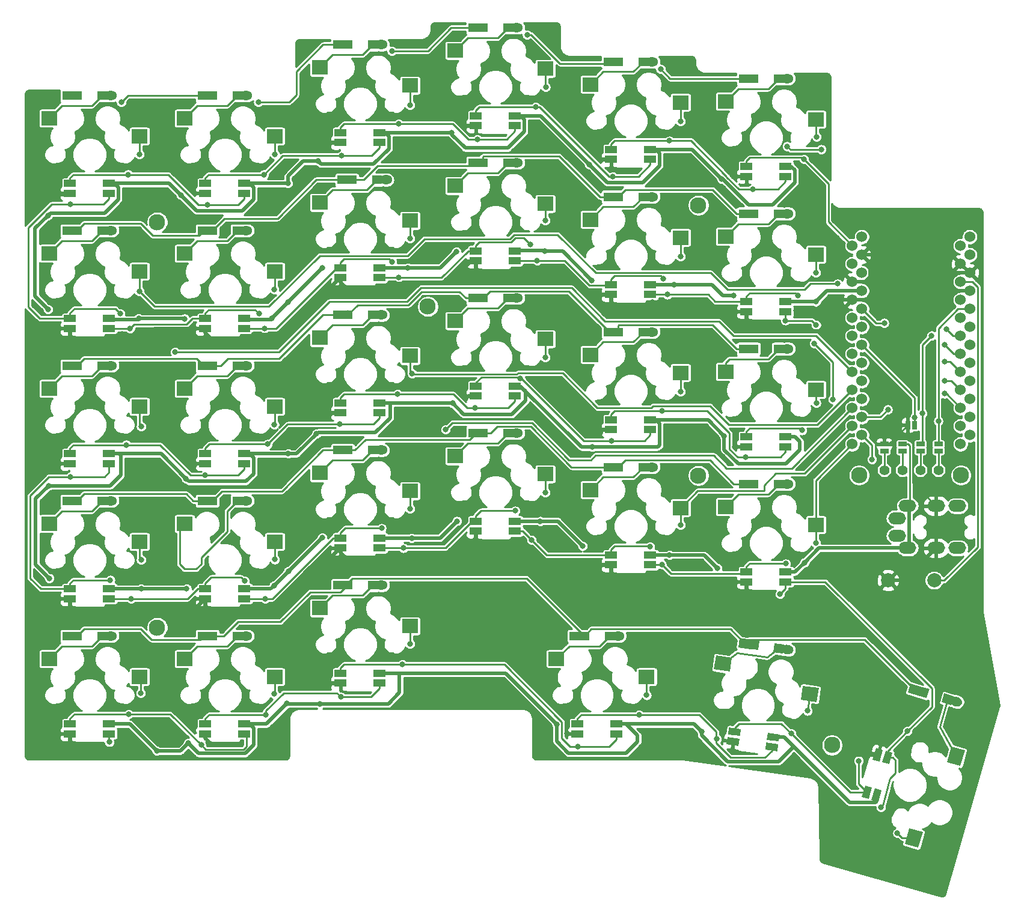
<source format=gtl>
G04 #@! TF.GenerationSoftware,KiCad,Pcbnew,5.1.10-88a1d61d58~88~ubuntu18.04.1*
G04 #@! TF.CreationDate,2021-07-03T13:59:34+09:00*
G04 #@! TF.ProjectId,swallowtail,7377616c-6c6f-4777-9461-696c2e6b6963,rev?*
G04 #@! TF.SameCoordinates,Original*
G04 #@! TF.FileFunction,Copper,L1,Top*
G04 #@! TF.FilePolarity,Positive*
%FSLAX46Y46*%
G04 Gerber Fmt 4.6, Leading zero omitted, Abs format (unit mm)*
G04 Created by KiCad (PCBNEW 5.1.10-88a1d61d58~88~ubuntu18.04.1) date 2021-07-03 13:59:34*
%MOMM*%
%LPD*%
G01*
G04 APERTURE LIST*
G04 #@! TA.AperFunction,SMDPad,CuDef*
%ADD10R,1.700000X1.000000*%
G04 #@! TD*
G04 #@! TA.AperFunction,SMDPad,CuDef*
%ADD11C,0.100000*%
G04 #@! TD*
G04 #@! TA.AperFunction,SMDPad,CuDef*
%ADD12R,2.300000X2.000000*%
G04 #@! TD*
G04 #@! TA.AperFunction,ComponentPad*
%ADD13C,2.300000*%
G04 #@! TD*
G04 #@! TA.AperFunction,ComponentPad*
%ADD14C,0.100000*%
G04 #@! TD*
G04 #@! TA.AperFunction,SMDPad,CuDef*
%ADD15R,1.400000X1.300000*%
G04 #@! TD*
G04 #@! TA.AperFunction,ComponentPad*
%ADD16O,1.778000X1.300000*%
G04 #@! TD*
G04 #@! TA.AperFunction,ComponentPad*
%ADD17R,1.778000X1.300000*%
G04 #@! TD*
G04 #@! TA.AperFunction,ComponentPad*
%ADD18O,2.500000X1.700000*%
G04 #@! TD*
G04 #@! TA.AperFunction,ComponentPad*
%ADD19C,1.397000*%
G04 #@! TD*
G04 #@! TA.AperFunction,SMDPad,CuDef*
%ADD20R,0.635000X1.143000*%
G04 #@! TD*
G04 #@! TA.AperFunction,SMDPad,CuDef*
%ADD21R,1.143000X0.635000*%
G04 #@! TD*
G04 #@! TA.AperFunction,ComponentPad*
%ADD22C,2.000000*%
G04 #@! TD*
G04 #@! TA.AperFunction,ComponentPad*
%ADD23C,1.524000*%
G04 #@! TD*
G04 #@! TA.AperFunction,ViaPad*
%ADD24C,0.800000*%
G04 #@! TD*
G04 #@! TA.AperFunction,Conductor*
%ADD25C,0.250000*%
G04 #@! TD*
G04 #@! TA.AperFunction,Conductor*
%ADD26C,0.500000*%
G04 #@! TD*
G04 #@! TA.AperFunction,Conductor*
%ADD27C,0.254000*%
G04 #@! TD*
G04 #@! TA.AperFunction,Conductor*
%ADD28C,0.100000*%
G04 #@! TD*
G04 APERTURE END LIST*
D10*
G04 #@! TO.P,LED1,2*
G04 #@! TO.N,Net-(LED1-Pad2)*
X144434970Y-69756540D03*
G04 #@! TO.P,LED1,1*
G04 #@! TO.N,VCC*
X144434970Y-68356540D03*
G04 #@! TO.P,LED1,3*
G04 #@! TO.N,GND*
X138934970Y-69756540D03*
G04 #@! TO.P,LED1,4*
G04 #@! TO.N,D3*
X138934970Y-68356540D03*
G04 #@! TD*
G04 #@! TO.P,LED2,2*
G04 #@! TO.N,Net-(LED2-Pad2)*
X125384890Y-67375280D03*
G04 #@! TO.P,LED2,1*
G04 #@! TO.N,VCC*
X125384890Y-65975280D03*
G04 #@! TO.P,LED2,3*
G04 #@! TO.N,GND*
X119884890Y-67375280D03*
G04 #@! TO.P,LED2,4*
G04 #@! TO.N,Net-(LED1-Pad2)*
X119884890Y-65975280D03*
G04 #@! TD*
G04 #@! TO.P,LED3,2*
G04 #@! TO.N,Net-(LED3-Pad2)*
X106334810Y-62612760D03*
G04 #@! TO.P,LED3,1*
G04 #@! TO.N,VCC*
X106334810Y-61212760D03*
G04 #@! TO.P,LED3,3*
G04 #@! TO.N,GND*
X100834810Y-62612760D03*
G04 #@! TO.P,LED3,4*
G04 #@! TO.N,Net-(LED2-Pad2)*
X100834810Y-61212760D03*
G04 #@! TD*
G04 #@! TO.P,LED4,2*
G04 #@! TO.N,Net-(LED4-Pad2)*
X87284730Y-64994020D03*
G04 #@! TO.P,LED4,1*
G04 #@! TO.N,VCC*
X87284730Y-63594020D03*
G04 #@! TO.P,LED4,3*
G04 #@! TO.N,GND*
X81784730Y-64994020D03*
G04 #@! TO.P,LED4,4*
G04 #@! TO.N,Net-(LED3-Pad2)*
X81784730Y-63594020D03*
G04 #@! TD*
G04 #@! TO.P,LED5,2*
G04 #@! TO.N,Net-(LED5-Pad2)*
X68234650Y-72137800D03*
G04 #@! TO.P,LED5,1*
G04 #@! TO.N,VCC*
X68234650Y-70737800D03*
G04 #@! TO.P,LED5,3*
G04 #@! TO.N,GND*
X62734650Y-72137800D03*
G04 #@! TO.P,LED5,4*
G04 #@! TO.N,Net-(LED4-Pad2)*
X62734650Y-70737800D03*
G04 #@! TD*
G04 #@! TO.P,LED6,2*
G04 #@! TO.N,Net-(LED6-Pad2)*
X49184570Y-72137800D03*
G04 #@! TO.P,LED6,1*
G04 #@! TO.N,VCC*
X49184570Y-70737800D03*
G04 #@! TO.P,LED6,3*
G04 #@! TO.N,GND*
X43684570Y-72137800D03*
G04 #@! TO.P,LED6,4*
G04 #@! TO.N,Net-(LED5-Pad2)*
X43684570Y-70737800D03*
G04 #@! TD*
G04 #@! TO.P,LED7,2*
G04 #@! TO.N,Net-(LED7-Pad2)*
X49184570Y-91187880D03*
G04 #@! TO.P,LED7,1*
G04 #@! TO.N,VCC*
X49184570Y-89787880D03*
G04 #@! TO.P,LED7,3*
G04 #@! TO.N,GND*
X43684570Y-91187880D03*
G04 #@! TO.P,LED7,4*
G04 #@! TO.N,Net-(LED6-Pad2)*
X43684570Y-89787880D03*
G04 #@! TD*
G04 #@! TO.P,LED8,2*
G04 #@! TO.N,Net-(LED8-Pad2)*
X68234650Y-91187880D03*
G04 #@! TO.P,LED8,1*
G04 #@! TO.N,VCC*
X68234650Y-89787880D03*
G04 #@! TO.P,LED8,3*
G04 #@! TO.N,GND*
X62734650Y-91187880D03*
G04 #@! TO.P,LED8,4*
G04 #@! TO.N,Net-(LED7-Pad2)*
X62734650Y-89787880D03*
G04 #@! TD*
G04 #@! TO.P,LED9,2*
G04 #@! TO.N,Net-(LED10-Pad4)*
X87284730Y-84044100D03*
G04 #@! TO.P,LED9,1*
G04 #@! TO.N,VCC*
X87284730Y-82644100D03*
G04 #@! TO.P,LED9,3*
G04 #@! TO.N,GND*
X81784730Y-84044100D03*
G04 #@! TO.P,LED9,4*
G04 #@! TO.N,Net-(LED8-Pad2)*
X81784730Y-82644100D03*
G04 #@! TD*
G04 #@! TO.P,LED10,2*
G04 #@! TO.N,Net-(LED10-Pad2)*
X106334810Y-81662840D03*
G04 #@! TO.P,LED10,1*
G04 #@! TO.N,VCC*
X106334810Y-80262840D03*
G04 #@! TO.P,LED10,3*
G04 #@! TO.N,GND*
X100834810Y-81662840D03*
G04 #@! TO.P,LED10,4*
G04 #@! TO.N,Net-(LED10-Pad4)*
X100834810Y-80262840D03*
G04 #@! TD*
G04 #@! TO.P,LED11,2*
G04 #@! TO.N,Net-(LED11-Pad2)*
X125384890Y-86425360D03*
G04 #@! TO.P,LED11,1*
G04 #@! TO.N,VCC*
X125384890Y-85025360D03*
G04 #@! TO.P,LED11,3*
G04 #@! TO.N,GND*
X119884890Y-86425360D03*
G04 #@! TO.P,LED11,4*
G04 #@! TO.N,Net-(LED10-Pad2)*
X119884890Y-85025360D03*
G04 #@! TD*
G04 #@! TO.P,LED12,2*
G04 #@! TO.N,Net-(LED12-Pad2)*
X144434970Y-88806620D03*
G04 #@! TO.P,LED12,1*
G04 #@! TO.N,VCC*
X144434970Y-87406620D03*
G04 #@! TO.P,LED12,3*
G04 #@! TO.N,GND*
X138934970Y-88806620D03*
G04 #@! TO.P,LED12,4*
G04 #@! TO.N,Net-(LED11-Pad2)*
X138934970Y-87406620D03*
G04 #@! TD*
G04 #@! TO.P,LED13,2*
G04 #@! TO.N,Net-(LED13-Pad2)*
X144434970Y-107856700D03*
G04 #@! TO.P,LED13,1*
G04 #@! TO.N,VCC*
X144434970Y-106456700D03*
G04 #@! TO.P,LED13,3*
G04 #@! TO.N,GND*
X138934970Y-107856700D03*
G04 #@! TO.P,LED13,4*
G04 #@! TO.N,Net-(LED12-Pad2)*
X138934970Y-106456700D03*
G04 #@! TD*
G04 #@! TO.P,LED14,2*
G04 #@! TO.N,Net-(LED14-Pad2)*
X125384890Y-105475440D03*
G04 #@! TO.P,LED14,1*
G04 #@! TO.N,VCC*
X125384890Y-104075440D03*
G04 #@! TO.P,LED14,3*
G04 #@! TO.N,GND*
X119884890Y-105475440D03*
G04 #@! TO.P,LED14,4*
G04 #@! TO.N,Net-(LED13-Pad2)*
X119884890Y-104075440D03*
G04 #@! TD*
G04 #@! TO.P,LED15,2*
G04 #@! TO.N,Net-(LED15-Pad2)*
X106334810Y-100712920D03*
G04 #@! TO.P,LED15,1*
G04 #@! TO.N,VCC*
X106334810Y-99312920D03*
G04 #@! TO.P,LED15,3*
G04 #@! TO.N,GND*
X100834810Y-100712920D03*
G04 #@! TO.P,LED15,4*
G04 #@! TO.N,Net-(LED14-Pad2)*
X100834810Y-99312920D03*
G04 #@! TD*
G04 #@! TO.P,LED16,2*
G04 #@! TO.N,Net-(LED16-Pad2)*
X87284730Y-103094180D03*
G04 #@! TO.P,LED16,1*
G04 #@! TO.N,VCC*
X87284730Y-101694180D03*
G04 #@! TO.P,LED16,3*
G04 #@! TO.N,GND*
X81784730Y-103094180D03*
G04 #@! TO.P,LED16,4*
G04 #@! TO.N,Net-(LED15-Pad2)*
X81784730Y-101694180D03*
G04 #@! TD*
G04 #@! TO.P,LED17,2*
G04 #@! TO.N,Net-(LED17-Pad2)*
X68234650Y-110237960D03*
G04 #@! TO.P,LED17,1*
G04 #@! TO.N,VCC*
X68234650Y-108837960D03*
G04 #@! TO.P,LED17,3*
G04 #@! TO.N,GND*
X62734650Y-110237960D03*
G04 #@! TO.P,LED17,4*
G04 #@! TO.N,Net-(LED16-Pad2)*
X62734650Y-108837960D03*
G04 #@! TD*
G04 #@! TO.P,LED18,2*
G04 #@! TO.N,Net-(LED18-Pad2)*
X49184570Y-110237960D03*
G04 #@! TO.P,LED18,1*
G04 #@! TO.N,VCC*
X49184570Y-108837960D03*
G04 #@! TO.P,LED18,3*
G04 #@! TO.N,GND*
X43684570Y-110237960D03*
G04 #@! TO.P,LED18,4*
G04 #@! TO.N,Net-(LED17-Pad2)*
X43684570Y-108837960D03*
G04 #@! TD*
G04 #@! TO.P,LED19,2*
G04 #@! TO.N,Net-(LED19-Pad2)*
X49184570Y-129288040D03*
G04 #@! TO.P,LED19,1*
G04 #@! TO.N,VCC*
X49184570Y-127888040D03*
G04 #@! TO.P,LED19,3*
G04 #@! TO.N,GND*
X43684570Y-129288040D03*
G04 #@! TO.P,LED19,4*
G04 #@! TO.N,Net-(LED18-Pad2)*
X43684570Y-127888040D03*
G04 #@! TD*
G04 #@! TO.P,LED20,2*
G04 #@! TO.N,Net-(LED20-Pad2)*
X68234650Y-129288040D03*
G04 #@! TO.P,LED20,1*
G04 #@! TO.N,VCC*
X68234650Y-127888040D03*
G04 #@! TO.P,LED20,3*
G04 #@! TO.N,GND*
X62734650Y-129288040D03*
G04 #@! TO.P,LED20,4*
G04 #@! TO.N,Net-(LED19-Pad2)*
X62734650Y-127888040D03*
G04 #@! TD*
G04 #@! TO.P,LED21,2*
G04 #@! TO.N,Net-(LED21-Pad2)*
X87284730Y-122144260D03*
G04 #@! TO.P,LED21,1*
G04 #@! TO.N,VCC*
X87284730Y-120744260D03*
G04 #@! TO.P,LED21,3*
G04 #@! TO.N,GND*
X81784730Y-122144260D03*
G04 #@! TO.P,LED21,4*
G04 #@! TO.N,Net-(LED20-Pad2)*
X81784730Y-120744260D03*
G04 #@! TD*
G04 #@! TO.P,LED22,2*
G04 #@! TO.N,Net-(LED22-Pad2)*
X106334810Y-119763000D03*
G04 #@! TO.P,LED22,1*
G04 #@! TO.N,VCC*
X106334810Y-118363000D03*
G04 #@! TO.P,LED22,3*
G04 #@! TO.N,GND*
X100834810Y-119763000D03*
G04 #@! TO.P,LED22,4*
G04 #@! TO.N,Net-(LED21-Pad2)*
X100834810Y-118363000D03*
G04 #@! TD*
G04 #@! TO.P,LED23,2*
G04 #@! TO.N,Net-(LED23-Pad2)*
X125384890Y-124525520D03*
G04 #@! TO.P,LED23,1*
G04 #@! TO.N,VCC*
X125384890Y-123125520D03*
G04 #@! TO.P,LED23,3*
G04 #@! TO.N,GND*
X119884890Y-124525520D03*
G04 #@! TO.P,LED23,4*
G04 #@! TO.N,Net-(LED22-Pad2)*
X119884890Y-123125520D03*
G04 #@! TD*
G04 #@! TO.P,LED24,2*
G04 #@! TO.N,Net-(LED24-Pad2)*
X144434970Y-126906780D03*
G04 #@! TO.P,LED24,1*
G04 #@! TO.N,VCC*
X144434970Y-125506780D03*
G04 #@! TO.P,LED24,3*
G04 #@! TO.N,GND*
X138934970Y-126906780D03*
G04 #@! TO.P,LED24,4*
G04 #@! TO.N,Net-(LED23-Pad2)*
X138934970Y-125506780D03*
G04 #@! TD*
G04 #@! TA.AperFunction,SMDPad,CuDef*
D11*
G04 #@! TO.P,LED25,2*
G04 #@! TO.N,Net-(LED25-Pad2)*
G36*
X155647775Y-155620633D02*
G01*
X156609037Y-155896270D01*
X156140453Y-157530415D01*
X155179191Y-157254778D01*
X155647775Y-155620633D01*
G37*
G04 #@! TD.AperFunction*
G04 #@! TA.AperFunction,SMDPad,CuDef*
G04 #@! TO.P,LED25,1*
G04 #@! TO.N,VCC*
G36*
X156993541Y-156006525D02*
G01*
X157954803Y-156282162D01*
X157486219Y-157916307D01*
X156524957Y-157640670D01*
X156993541Y-156006525D01*
G37*
G04 #@! TD.AperFunction*
G04 #@! TA.AperFunction,SMDPad,CuDef*
G04 #@! TO.P,LED25,3*
G04 #@! TO.N,GND*
G36*
X157163781Y-150333693D02*
G01*
X158125043Y-150609330D01*
X157656459Y-152243475D01*
X156695197Y-151967838D01*
X157163781Y-150333693D01*
G37*
G04 #@! TD.AperFunction*
G04 #@! TA.AperFunction,SMDPad,CuDef*
G04 #@! TO.P,LED25,4*
G04 #@! TO.N,Net-(LED24-Pad2)*
G36*
X158509547Y-150719585D02*
G01*
X159470809Y-150995222D01*
X159002225Y-152629367D01*
X158040963Y-152353730D01*
X158509547Y-150719585D01*
G37*
G04 #@! TD.AperFunction*
G04 #@! TD*
G04 #@! TA.AperFunction,SMDPad,CuDef*
G04 #@! TO.P,LED26,2*
G04 #@! TO.N,Net-(LED26-Pad2)*
G36*
X141585160Y-150567289D02*
G01*
X141724333Y-149577021D01*
X143407788Y-149813615D01*
X143268615Y-150803883D01*
X141585160Y-150567289D01*
G37*
G04 #@! TD.AperFunction*
G04 #@! TA.AperFunction,SMDPad,CuDef*
G04 #@! TO.P,LED26,1*
G04 #@! TO.N,VCC*
G36*
X141780002Y-149180913D02*
G01*
X141919175Y-148190645D01*
X143602630Y-148427239D01*
X143463457Y-149417507D01*
X141780002Y-149180913D01*
G37*
G04 #@! TD.AperFunction*
G04 #@! TA.AperFunction,SMDPad,CuDef*
G04 #@! TO.P,LED26,3*
G04 #@! TO.N,GND*
G36*
X136138686Y-149801837D02*
G01*
X136277859Y-148811569D01*
X137961314Y-149048163D01*
X137822141Y-150038431D01*
X136138686Y-149801837D01*
G37*
G04 #@! TD.AperFunction*
G04 #@! TA.AperFunction,SMDPad,CuDef*
G04 #@! TO.P,LED26,4*
G04 #@! TO.N,Net-(LED25-Pad2)*
G36*
X136333528Y-148415461D02*
G01*
X136472701Y-147425193D01*
X138156156Y-147661787D01*
X138016983Y-148652055D01*
X136333528Y-148415461D01*
G37*
G04 #@! TD.AperFunction*
G04 #@! TD*
D10*
G04 #@! TO.P,LED27,2*
G04 #@! TO.N,Net-(LED27-Pad2)*
X120622370Y-148338120D03*
G04 #@! TO.P,LED27,1*
G04 #@! TO.N,VCC*
X120622370Y-146938120D03*
G04 #@! TO.P,LED27,3*
G04 #@! TO.N,GND*
X115122370Y-148338120D03*
G04 #@! TO.P,LED27,4*
G04 #@! TO.N,Net-(LED26-Pad2)*
X115122370Y-146938120D03*
G04 #@! TD*
G04 #@! TO.P,LED28,2*
G04 #@! TO.N,Net-(LED28-Pad2)*
X87284730Y-141194340D03*
G04 #@! TO.P,LED28,1*
G04 #@! TO.N,VCC*
X87284730Y-139794340D03*
G04 #@! TO.P,LED28,3*
G04 #@! TO.N,GND*
X81784730Y-141194340D03*
G04 #@! TO.P,LED28,4*
G04 #@! TO.N,Net-(LED27-Pad2)*
X81784730Y-139794340D03*
G04 #@! TD*
G04 #@! TO.P,LED29,2*
G04 #@! TO.N,Net-(LED29-Pad2)*
X68234650Y-148338120D03*
G04 #@! TO.P,LED29,1*
G04 #@! TO.N,VCC*
X68234650Y-146938120D03*
G04 #@! TO.P,LED29,3*
G04 #@! TO.N,GND*
X62734650Y-148338120D03*
G04 #@! TO.P,LED29,4*
G04 #@! TO.N,Net-(LED28-Pad2)*
X62734650Y-146938120D03*
G04 #@! TD*
G04 #@! TO.P,LED30,2*
G04 #@! TO.N,Net-(LED30-Pad2)*
X49184570Y-148338120D03*
G04 #@! TO.P,LED30,1*
G04 #@! TO.N,VCC*
X49184570Y-146938120D03*
G04 #@! TO.P,LED30,3*
G04 #@! TO.N,GND*
X43684570Y-148338120D03*
G04 #@! TO.P,LED30,4*
G04 #@! TO.N,Net-(LED29-Pad2)*
X43684570Y-146938120D03*
G04 #@! TD*
D12*
G04 #@! TO.P,SW6,2*
G04 #@! TO.N,Net-(D6-Pad2)*
X135984385Y-59173765D03*
G04 #@! TO.P,SW6,1*
G04 #@! TO.N,B5*
X148684385Y-61713765D03*
G04 #@! TD*
D13*
G04 #@! TO.P,Ref\u002A\u002A,*
G04 #@! TO.N,*
X169125000Y-111875000D03*
G04 #@! TD*
G04 #@! TO.P,Ref\u002A\u002A,*
G04 #@! TO.N,*
X154775000Y-111875000D03*
G04 #@! TD*
G04 #@! TO.P,Ref\u002A\u002A,*
G04 #@! TO.N,*
X132159930Y-111919220D03*
G04 #@! TD*
G04 #@! TO.P,Ref\u002A\u002A,*
G04 #@! TO.N,*
X132159930Y-73819060D03*
G04 #@! TD*
G04 #@! TO.P,Ref\u002A\u002A,*
G04 #@! TO.N,*
X94059770Y-88106620D03*
G04 #@! TD*
G04 #@! TO.P,Ref\u002A\u002A,*
G04 #@! TO.N,*
X150975000Y-149925000D03*
G04 #@! TD*
G04 #@! TO.P,Ref\u002A\u002A,*
G04 #@! TO.N,*
X55959610Y-133350560D03*
G04 #@! TD*
G04 #@! TO.P,Ref\u002A\u002A,*
G04 #@! TO.N,*
X55959610Y-76200320D03*
G04 #@! TD*
G04 #@! TA.AperFunction,SMDPad,CuDef*
D11*
G04 #@! TO.P,SW29,2*
G04 #@! TO.N,Net-(D29-Pad2)*
G36*
X136896404Y-137594837D02*
G01*
X136618058Y-139575373D01*
X134340442Y-139255275D01*
X134618788Y-137274739D01*
X136896404Y-137594837D01*
G37*
G04 #@! TD.AperFunction*
G04 #@! TA.AperFunction,SMDPad,CuDef*
G04 #@! TO.P,SW29,1*
G04 #@! TO.N,B4*
G36*
X149119309Y-141877616D02*
G01*
X148840963Y-143858152D01*
X146563347Y-143538054D01*
X146841693Y-141557518D01*
X149119309Y-141877616D01*
G37*
G04 #@! TD.AperFunction*
G04 #@! TD*
G04 #@! TA.AperFunction,SMDPad,CuDef*
G04 #@! TO.P,D29,2*
G04 #@! TO.N,Net-(D29-Pad2)*
G36*
X144251682Y-135736029D02*
G01*
X144070757Y-137023377D01*
X142684382Y-136828535D01*
X142865307Y-135541187D01*
X144251682Y-135736029D01*
G37*
G04 #@! TD.AperFunction*
G04 #@! TA.AperFunction,SMDPad,CuDef*
G04 #@! TO.P,D29,1*
G04 #@! TO.N,B6*
G36*
X140736230Y-135241965D02*
G01*
X140555305Y-136529313D01*
X139168930Y-136334471D01*
X139349855Y-135047123D01*
X140736230Y-135241965D01*
G37*
G04 #@! TD.AperFunction*
G04 #@! TO.P,D29,2*
G04 #@! TO.N,Net-(D29-Pad2)*
G04 #@! TA.AperFunction,ComponentPad*
G36*
G01*
X143800762Y-136329044D02*
X143800762Y-136329044D01*
G75*
G02*
X144534899Y-135775833I643674J-90463D01*
G01*
X145008247Y-135842357D01*
G75*
G02*
X145561458Y-136576494I-90463J-643674D01*
G01*
X145561458Y-136576494D01*
G75*
G02*
X144827321Y-137129705I-643674J90463D01*
G01*
X144353973Y-137063181D01*
G75*
G02*
X143800762Y-136329044I90463J643674D01*
G01*
G37*
G04 #@! TD.AperFunction*
G04 #@! TA.AperFunction,ComponentPad*
D14*
G04 #@! TO.P,D29,1*
G04 #@! TO.N,B6*
G36*
X137768691Y-136137680D02*
G01*
X137949616Y-134850332D01*
X139710313Y-135097782D01*
X139529388Y-136385130D01*
X137768691Y-136137680D01*
G37*
G04 #@! TD.AperFunction*
G04 #@! TD*
D15*
G04 #@! TO.P,D23,2*
G04 #@! TO.N,Net-(D23-Pad2)*
X124409385Y-110728140D03*
G04 #@! TO.P,D23,1*
G04 #@! TO.N,B2*
X120859385Y-110728140D03*
D16*
G04 #@! TO.P,D23,2*
G04 #@! TO.N,Net-(D23-Pad2)*
X125634385Y-110728140D03*
D17*
G04 #@! TO.P,D23,1*
G04 #@! TO.N,B2*
X119634385Y-110728140D03*
G04 #@! TD*
D12*
G04 #@! TO.P,SW19,2*
G04 #@! TO.N,Net-(D19-Pad2)*
X40734385Y-118705025D03*
G04 #@! TO.P,SW19,1*
G04 #@! TO.N,D4*
X53434385Y-121245025D03*
G04 #@! TD*
G04 #@! TO.P,SW20,2*
G04 #@! TO.N,Net-(D20-Pad2)*
X59784385Y-118705025D03*
G04 #@! TO.P,SW20,1*
G04 #@! TO.N,C6*
X72484385Y-121245025D03*
G04 #@! TD*
G04 #@! TO.P,SW24,2*
G04 #@! TO.N,Net-(D24-Pad2)*
X135984385Y-116323765D03*
G04 #@! TO.P,SW24,1*
G04 #@! TO.N,B5*
X148684385Y-118863765D03*
G04 #@! TD*
D15*
G04 #@! TO.P,D1,2*
G04 #@! TO.N,Net-(D1-Pad2)*
X48209385Y-58340650D03*
G04 #@! TO.P,D1,1*
G04 #@! TO.N,F7*
X44659385Y-58340650D03*
D16*
G04 #@! TO.P,D1,2*
G04 #@! TO.N,Net-(D1-Pad2)*
X49434385Y-58340650D03*
D17*
G04 #@! TO.P,D1,1*
G04 #@! TO.N,F7*
X43434385Y-58340650D03*
G04 #@! TD*
D15*
G04 #@! TO.P,D2,2*
G04 #@! TO.N,Net-(D2-Pad2)*
X67259385Y-58340650D03*
G04 #@! TO.P,D2,1*
G04 #@! TO.N,F7*
X63709385Y-58340650D03*
D16*
G04 #@! TO.P,D2,2*
G04 #@! TO.N,Net-(D2-Pad2)*
X68484385Y-58340650D03*
D17*
G04 #@! TO.P,D2,1*
G04 #@! TO.N,F7*
X62484385Y-58340650D03*
G04 #@! TD*
D15*
G04 #@! TO.P,D3,2*
G04 #@! TO.N,Net-(D3-Pad2)*
X86309385Y-51196890D03*
G04 #@! TO.P,D3,1*
G04 #@! TO.N,F7*
X82759385Y-51196890D03*
D16*
G04 #@! TO.P,D3,2*
G04 #@! TO.N,Net-(D3-Pad2)*
X87534385Y-51196890D03*
D17*
G04 #@! TO.P,D3,1*
G04 #@! TO.N,F7*
X81534385Y-51196890D03*
G04 #@! TD*
D15*
G04 #@! TO.P,D4,2*
G04 #@! TO.N,Net-(D4-Pad2)*
X105359385Y-48815640D03*
G04 #@! TO.P,D4,1*
G04 #@! TO.N,F7*
X101809385Y-48815640D03*
D16*
G04 #@! TO.P,D4,2*
G04 #@! TO.N,Net-(D4-Pad2)*
X106584385Y-48815640D03*
D17*
G04 #@! TO.P,D4,1*
G04 #@! TO.N,F7*
X100584385Y-48815640D03*
G04 #@! TD*
D15*
G04 #@! TO.P,D5,2*
G04 #@! TO.N,Net-(D5-Pad2)*
X124409385Y-53578140D03*
G04 #@! TO.P,D5,1*
G04 #@! TO.N,F7*
X120859385Y-53578140D03*
D16*
G04 #@! TO.P,D5,2*
G04 #@! TO.N,Net-(D5-Pad2)*
X125634385Y-53578140D03*
D17*
G04 #@! TO.P,D5,1*
G04 #@! TO.N,F7*
X119634385Y-53578140D03*
G04 #@! TD*
D15*
G04 #@! TO.P,D6,2*
G04 #@! TO.N,Net-(D6-Pad2)*
X143459385Y-55959390D03*
G04 #@! TO.P,D6,1*
G04 #@! TO.N,F7*
X139909385Y-55959390D03*
D16*
G04 #@! TO.P,D6,2*
G04 #@! TO.N,Net-(D6-Pad2)*
X144684385Y-55959390D03*
D17*
G04 #@! TO.P,D6,1*
G04 #@! TO.N,F7*
X138684385Y-55959390D03*
G04 #@! TD*
D15*
G04 #@! TO.P,D7,2*
G04 #@! TO.N,Net-(D7-Pad2)*
X48209385Y-77390650D03*
G04 #@! TO.P,D7,1*
G04 #@! TO.N,B1*
X44659385Y-77390650D03*
D16*
G04 #@! TO.P,D7,2*
G04 #@! TO.N,Net-(D7-Pad2)*
X49434385Y-77390650D03*
D17*
G04 #@! TO.P,D7,1*
G04 #@! TO.N,B1*
X43434385Y-77390650D03*
G04 #@! TD*
D15*
G04 #@! TO.P,D8,2*
G04 #@! TO.N,Net-(D8-Pad2)*
X67259385Y-77390650D03*
G04 #@! TO.P,D8,1*
G04 #@! TO.N,B1*
X63709385Y-77390650D03*
D16*
G04 #@! TO.P,D8,2*
G04 #@! TO.N,Net-(D8-Pad2)*
X68484385Y-77390650D03*
D17*
G04 #@! TO.P,D8,1*
G04 #@! TO.N,B1*
X62484385Y-77390650D03*
G04 #@! TD*
D15*
G04 #@! TO.P,D9,2*
G04 #@! TO.N,Net-(D9-Pad2)*
X86915635Y-70246890D03*
G04 #@! TO.P,D9,1*
G04 #@! TO.N,B1*
X83365635Y-70246890D03*
D16*
G04 #@! TO.P,D9,2*
G04 #@! TO.N,Net-(D9-Pad2)*
X88140635Y-70246890D03*
D17*
G04 #@! TO.P,D9,1*
G04 #@! TO.N,B1*
X82140635Y-70246890D03*
G04 #@! TD*
D15*
G04 #@! TO.P,D10,2*
G04 #@! TO.N,Net-(D10-Pad2)*
X105359385Y-67865640D03*
G04 #@! TO.P,D10,1*
G04 #@! TO.N,B1*
X101809385Y-67865640D03*
D16*
G04 #@! TO.P,D10,2*
G04 #@! TO.N,Net-(D10-Pad2)*
X106584385Y-67865640D03*
D17*
G04 #@! TO.P,D10,1*
G04 #@! TO.N,B1*
X100584385Y-67865640D03*
G04 #@! TD*
D15*
G04 #@! TO.P,D11,2*
G04 #@! TO.N,Net-(D11-Pad2)*
X124409385Y-72628140D03*
G04 #@! TO.P,D11,1*
G04 #@! TO.N,B1*
X120859385Y-72628140D03*
D16*
G04 #@! TO.P,D11,2*
G04 #@! TO.N,Net-(D11-Pad2)*
X125634385Y-72628140D03*
D17*
G04 #@! TO.P,D11,1*
G04 #@! TO.N,B1*
X119634385Y-72628140D03*
G04 #@! TD*
D15*
G04 #@! TO.P,D12,2*
G04 #@! TO.N,Net-(D12-Pad2)*
X143459385Y-75009390D03*
G04 #@! TO.P,D12,1*
G04 #@! TO.N,B1*
X139909385Y-75009390D03*
D16*
G04 #@! TO.P,D12,2*
G04 #@! TO.N,Net-(D12-Pad2)*
X144684385Y-75009390D03*
D17*
G04 #@! TO.P,D12,1*
G04 #@! TO.N,B1*
X138684385Y-75009390D03*
G04 #@! TD*
D15*
G04 #@! TO.P,D13,2*
G04 #@! TO.N,Net-(D13-Pad2)*
X48209385Y-96440650D03*
G04 #@! TO.P,D13,1*
G04 #@! TO.N,B3*
X44659385Y-96440650D03*
D16*
G04 #@! TO.P,D13,2*
G04 #@! TO.N,Net-(D13-Pad2)*
X49434385Y-96440650D03*
D17*
G04 #@! TO.P,D13,1*
G04 #@! TO.N,B3*
X43434385Y-96440650D03*
G04 #@! TD*
D15*
G04 #@! TO.P,D14,2*
G04 #@! TO.N,Net-(D14-Pad2)*
X67259385Y-96440650D03*
G04 #@! TO.P,D14,1*
G04 #@! TO.N,B3*
X63709385Y-96440650D03*
D16*
G04 #@! TO.P,D14,2*
G04 #@! TO.N,Net-(D14-Pad2)*
X68484385Y-96440650D03*
D17*
G04 #@! TO.P,D14,1*
G04 #@! TO.N,B3*
X62484385Y-96440650D03*
G04 #@! TD*
D15*
G04 #@! TO.P,D15,2*
G04 #@! TO.N,Net-(D15-Pad2)*
X86309385Y-89296890D03*
G04 #@! TO.P,D15,1*
G04 #@! TO.N,B3*
X82759385Y-89296890D03*
D16*
G04 #@! TO.P,D15,2*
G04 #@! TO.N,Net-(D15-Pad2)*
X87534385Y-89296890D03*
D17*
G04 #@! TO.P,D15,1*
G04 #@! TO.N,B3*
X81534385Y-89296890D03*
G04 #@! TD*
D15*
G04 #@! TO.P,D16,2*
G04 #@! TO.N,Net-(D16-Pad2)*
X105359385Y-86915640D03*
G04 #@! TO.P,D16,1*
G04 #@! TO.N,B3*
X101809385Y-86915640D03*
D16*
G04 #@! TO.P,D16,2*
G04 #@! TO.N,Net-(D16-Pad2)*
X106584385Y-86915640D03*
D17*
G04 #@! TO.P,D16,1*
G04 #@! TO.N,B3*
X100584385Y-86915640D03*
G04 #@! TD*
D15*
G04 #@! TO.P,D17,2*
G04 #@! TO.N,Net-(D17-Pad2)*
X124409385Y-91678140D03*
G04 #@! TO.P,D17,1*
G04 #@! TO.N,B3*
X120859385Y-91678140D03*
D16*
G04 #@! TO.P,D17,2*
G04 #@! TO.N,Net-(D17-Pad2)*
X125634385Y-91678140D03*
D17*
G04 #@! TO.P,D17,1*
G04 #@! TO.N,B3*
X119634385Y-91678140D03*
G04 #@! TD*
D15*
G04 #@! TO.P,D18,2*
G04 #@! TO.N,Net-(D18-Pad2)*
X143459385Y-94059390D03*
G04 #@! TO.P,D18,1*
G04 #@! TO.N,B3*
X139909385Y-94059390D03*
D16*
G04 #@! TO.P,D18,2*
G04 #@! TO.N,Net-(D18-Pad2)*
X144684385Y-94059390D03*
D17*
G04 #@! TO.P,D18,1*
G04 #@! TO.N,B3*
X138684385Y-94059390D03*
G04 #@! TD*
D15*
G04 #@! TO.P,D19,2*
G04 #@! TO.N,Net-(D19-Pad2)*
X48209385Y-115490650D03*
G04 #@! TO.P,D19,1*
G04 #@! TO.N,B2*
X44659385Y-115490650D03*
D16*
G04 #@! TO.P,D19,2*
G04 #@! TO.N,Net-(D19-Pad2)*
X49434385Y-115490650D03*
D17*
G04 #@! TO.P,D19,1*
G04 #@! TO.N,B2*
X43434385Y-115490650D03*
G04 #@! TD*
D15*
G04 #@! TO.P,D20,2*
G04 #@! TO.N,Net-(D20-Pad2)*
X67259385Y-115490650D03*
G04 #@! TO.P,D20,1*
G04 #@! TO.N,B2*
X63709385Y-115490650D03*
D16*
G04 #@! TO.P,D20,2*
G04 #@! TO.N,Net-(D20-Pad2)*
X68484385Y-115490650D03*
D17*
G04 #@! TO.P,D20,1*
G04 #@! TO.N,B2*
X62484385Y-115490650D03*
G04 #@! TD*
D15*
G04 #@! TO.P,D21,2*
G04 #@! TO.N,Net-(D21-Pad2)*
X86309385Y-108346890D03*
G04 #@! TO.P,D21,1*
G04 #@! TO.N,B2*
X82759385Y-108346890D03*
D16*
G04 #@! TO.P,D21,2*
G04 #@! TO.N,Net-(D21-Pad2)*
X87534385Y-108346890D03*
D17*
G04 #@! TO.P,D21,1*
G04 #@! TO.N,B2*
X81534385Y-108346890D03*
G04 #@! TD*
D15*
G04 #@! TO.P,D22,2*
G04 #@! TO.N,Net-(D22-Pad2)*
X105359385Y-105965640D03*
G04 #@! TO.P,D22,1*
G04 #@! TO.N,B2*
X101809385Y-105965640D03*
D16*
G04 #@! TO.P,D22,2*
G04 #@! TO.N,Net-(D22-Pad2)*
X106584385Y-105965640D03*
D17*
G04 #@! TO.P,D22,1*
G04 #@! TO.N,B2*
X100584385Y-105965640D03*
G04 #@! TD*
D15*
G04 #@! TO.P,D24,2*
G04 #@! TO.N,Net-(D24-Pad2)*
X143459385Y-113109390D03*
G04 #@! TO.P,D24,1*
G04 #@! TO.N,B2*
X139909385Y-113109390D03*
D16*
G04 #@! TO.P,D24,2*
G04 #@! TO.N,Net-(D24-Pad2)*
X144684385Y-113109390D03*
D17*
G04 #@! TO.P,D24,1*
G04 #@! TO.N,B2*
X138684385Y-113109390D03*
G04 #@! TD*
D15*
G04 #@! TO.P,D25,2*
G04 #@! TO.N,Net-(D25-Pad2)*
X48209385Y-134540650D03*
G04 #@! TO.P,D25,1*
G04 #@! TO.N,B6*
X44659385Y-134540650D03*
D16*
G04 #@! TO.P,D25,2*
G04 #@! TO.N,Net-(D25-Pad2)*
X49434385Y-134540650D03*
D17*
G04 #@! TO.P,D25,1*
G04 #@! TO.N,B6*
X43434385Y-134540650D03*
G04 #@! TD*
D15*
G04 #@! TO.P,D26,2*
G04 #@! TO.N,Net-(D26-Pad2)*
X67259385Y-134540650D03*
G04 #@! TO.P,D26,1*
G04 #@! TO.N,B6*
X63709385Y-134540650D03*
D16*
G04 #@! TO.P,D26,2*
G04 #@! TO.N,Net-(D26-Pad2)*
X68484385Y-134540650D03*
D17*
G04 #@! TO.P,D26,1*
G04 #@! TO.N,B6*
X62484385Y-134540650D03*
G04 #@! TD*
D15*
G04 #@! TO.P,D27,2*
G04 #@! TO.N,Net-(D27-Pad2)*
X86309385Y-127396890D03*
G04 #@! TO.P,D27,1*
G04 #@! TO.N,B6*
X82759385Y-127396890D03*
D16*
G04 #@! TO.P,D27,2*
G04 #@! TO.N,Net-(D27-Pad2)*
X87534385Y-127396890D03*
D17*
G04 #@! TO.P,D27,1*
G04 #@! TO.N,B6*
X81534385Y-127396890D03*
G04 #@! TD*
D15*
G04 #@! TO.P,D28,2*
G04 #@! TO.N,Net-(D28-Pad2)*
X119651385Y-134541640D03*
G04 #@! TO.P,D28,1*
G04 #@! TO.N,B6*
X116101385Y-134541640D03*
D16*
G04 #@! TO.P,D28,2*
G04 #@! TO.N,Net-(D28-Pad2)*
X120876385Y-134541640D03*
D17*
G04 #@! TO.P,D28,1*
G04 #@! TO.N,B6*
X114876385Y-134541640D03*
G04 #@! TD*
G04 #@! TA.AperFunction,SMDPad,CuDef*
D11*
G04 #@! TO.P,D30,2*
G04 #@! TO.N,Net-(D30-Pad2)*
G36*
X168102660Y-143024123D02*
G01*
X167744332Y-144273763D01*
X166398566Y-143887871D01*
X166756894Y-142638231D01*
X168102660Y-143024123D01*
G37*
G04 #@! TD.AperFunction*
G04 #@! TA.AperFunction,SMDPad,CuDef*
G04 #@! TO.P,D30,1*
G04 #@! TO.N,B6*
G36*
X164690180Y-142045611D02*
G01*
X164331852Y-143295251D01*
X162986086Y-142909359D01*
X163344414Y-141659719D01*
X164690180Y-142045611D01*
G37*
G04 #@! TD.AperFunction*
G04 #@! TO.P,D30,2*
G04 #@! TO.N,Net-(D30-Pad2)*
G04 #@! TA.AperFunction,ComponentPad*
G36*
G01*
X167573596Y-143548612D02*
X167573596Y-143548612D01*
G75*
G02*
X168377580Y-143102956I624820J-179164D01*
G01*
X168837064Y-143234710D01*
G75*
G02*
X169282720Y-144038694I-179164J-624820D01*
G01*
X169282720Y-144038694D01*
G75*
G02*
X168478736Y-144484350I-624820J179164D01*
G01*
X168019252Y-144352596D01*
G75*
G02*
X167573596Y-143548612I179164J624820D01*
G01*
G37*
G04 #@! TD.AperFunction*
G04 #@! TA.AperFunction,ComponentPad*
D14*
G04 #@! TO.P,D30,1*
G04 #@! TO.N,B6*
G36*
X161626862Y-142519607D02*
G01*
X161985191Y-141269967D01*
X163694314Y-141760051D01*
X163335985Y-143009691D01*
X161626862Y-142519607D01*
G37*
G04 #@! TD.AperFunction*
G04 #@! TD*
D12*
G04 #@! TO.P,SW4,2*
G04 #@! TO.N,Net-(D4-Pad2)*
X97884385Y-52030015D03*
G04 #@! TO.P,SW4,1*
G04 #@! TO.N,E6*
X110584385Y-54570015D03*
G04 #@! TD*
G04 #@! TA.AperFunction,SMDPad,CuDef*
D11*
G04 #@! TO.P,SW30,2*
G04 #@! TO.N,Net-(D30-Pad2)*
G36*
X169071457Y-152869425D02*
G01*
X167148933Y-152318151D01*
X167782899Y-150107249D01*
X169705423Y-150658523D01*
X169071457Y-152869425D01*
G37*
G04 #@! TD.AperFunction*
G04 #@! TA.AperFunction,SMDPad,CuDef*
G04 #@! TO.P,SW30,1*
G04 #@! TO.N,B5*
G36*
X163129258Y-164377329D02*
G01*
X161206734Y-163826055D01*
X161840700Y-161615153D01*
X163763224Y-162166427D01*
X163129258Y-164377329D01*
G37*
G04 #@! TD.AperFunction*
G04 #@! TD*
D12*
G04 #@! TO.P,SW25,2*
G04 #@! TO.N,Net-(D25-Pad2)*
X40734385Y-137755025D03*
G04 #@! TO.P,SW25,1*
G04 #@! TO.N,D4*
X53434385Y-140295025D03*
G04 #@! TD*
D18*
G04 #@! TO.P,J1,A*
G04 #@! TO.N,Net-(J1-PadA)*
X160113560Y-117940425D03*
G04 #@! TO.P,J1,D*
G04 #@! TO.N,VCC*
X161613560Y-122140425D03*
G04 #@! TO.P,J1,C*
G04 #@! TO.N,GND*
X165613560Y-122140425D03*
G04 #@! TO.P,J1,B*
G04 #@! TO.N,D2*
X168613560Y-122140425D03*
G04 #@! TO.P,J1,C*
G04 #@! TO.N,GND*
X165613560Y-116190425D03*
G04 #@! TO.P,J1,B*
G04 #@! TO.N,D2*
X168613560Y-116190425D03*
G04 #@! TO.P,J1,A*
G04 #@! TO.N,Net-(J1-PadA)*
X160113560Y-120390425D03*
G04 #@! TO.P,J1,D*
G04 #@! TO.N,VCC*
X161613560Y-116190425D03*
G04 #@! TD*
D19*
G04 #@! TO.P,J2,4*
G04 #@! TO.N,Net-(J2-Pad4)*
X165944560Y-111150425D03*
G04 #@! TO.P,J2,3*
G04 #@! TO.N,Net-(J2-Pad3)*
X163404560Y-111150425D03*
G04 #@! TO.P,J2,2*
G04 #@! TO.N,Net-(J2-Pad2)*
X160864560Y-111150425D03*
G04 #@! TO.P,J2,1*
G04 #@! TO.N,Net-(J2-Pad1)*
X158324560Y-111150425D03*
G04 #@! TD*
D20*
G04 #@! TO.P,JP2,2*
G04 #@! TO.N,GND*
X161634180Y-104800425D03*
G04 #@! TO.P,JP2,1*
G04 #@! TO.N,F6*
X162634940Y-104800425D03*
G04 #@! TD*
D21*
G04 #@! TO.P,JP7,2*
G04 #@! TO.N,SDA*
X165944560Y-107475045D03*
G04 #@! TO.P,JP7,1*
G04 #@! TO.N,Net-(J2-Pad4)*
X165944560Y-108475805D03*
G04 #@! TD*
G04 #@! TO.P,JP8,2*
G04 #@! TO.N,SCL*
X163404560Y-107475045D03*
G04 #@! TO.P,JP8,1*
G04 #@! TO.N,Net-(J2-Pad3)*
X163404560Y-108475805D03*
G04 #@! TD*
G04 #@! TO.P,JP9,2*
G04 #@! TO.N,VCC*
X160864560Y-107475045D03*
G04 #@! TO.P,JP9,1*
G04 #@! TO.N,Net-(J2-Pad2)*
X160864560Y-108475805D03*
G04 #@! TD*
G04 #@! TO.P,JP10,2*
G04 #@! TO.N,GND*
X158324560Y-107475045D03*
G04 #@! TO.P,JP10,1*
G04 #@! TO.N,Net-(J2-Pad1)*
X158324560Y-108475805D03*
G04 #@! TD*
D22*
G04 #@! TO.P,RSW1,2*
G04 #@! TO.N,GND*
X158866850Y-126692520D03*
G04 #@! TO.P,RSW1,1*
G04 #@! TO.N,RST*
X165366850Y-126692520D03*
G04 #@! TD*
D12*
G04 #@! TO.P,SW1,2*
G04 #@! TO.N,Net-(D1-Pad2)*
X40734385Y-61555025D03*
G04 #@! TO.P,SW1,1*
G04 #@! TO.N,D4*
X53434385Y-64095025D03*
G04 #@! TD*
G04 #@! TO.P,SW2,2*
G04 #@! TO.N,Net-(D2-Pad2)*
X59784385Y-61555025D03*
G04 #@! TO.P,SW2,1*
G04 #@! TO.N,C6*
X72484385Y-64095025D03*
G04 #@! TD*
G04 #@! TO.P,SW3,2*
G04 #@! TO.N,Net-(D3-Pad2)*
X78834385Y-54411265D03*
G04 #@! TO.P,SW3,1*
G04 #@! TO.N,D7*
X91534385Y-56951265D03*
G04 #@! TD*
G04 #@! TO.P,SW5,2*
G04 #@! TO.N,Net-(D5-Pad2)*
X116934385Y-56792515D03*
G04 #@! TO.P,SW5,1*
G04 #@! TO.N,B4*
X129634385Y-59332515D03*
G04 #@! TD*
G04 #@! TO.P,SW7,2*
G04 #@! TO.N,Net-(D7-Pad2)*
X40734385Y-80605025D03*
G04 #@! TO.P,SW7,1*
G04 #@! TO.N,D4*
X53434385Y-83145025D03*
G04 #@! TD*
G04 #@! TO.P,SW8,2*
G04 #@! TO.N,Net-(D8-Pad2)*
X59784385Y-80605025D03*
G04 #@! TO.P,SW8,1*
G04 #@! TO.N,C6*
X72484385Y-83145025D03*
G04 #@! TD*
G04 #@! TO.P,SW9,2*
G04 #@! TO.N,Net-(D9-Pad2)*
X78834385Y-73461265D03*
G04 #@! TO.P,SW9,1*
G04 #@! TO.N,D7*
X91534385Y-76001265D03*
G04 #@! TD*
G04 #@! TO.P,SW10,2*
G04 #@! TO.N,Net-(D10-Pad2)*
X97884385Y-71080015D03*
G04 #@! TO.P,SW10,1*
G04 #@! TO.N,E6*
X110584385Y-73620015D03*
G04 #@! TD*
G04 #@! TO.P,SW11,2*
G04 #@! TO.N,Net-(D11-Pad2)*
X116934385Y-75842515D03*
G04 #@! TO.P,SW11,1*
G04 #@! TO.N,B4*
X129634385Y-78382515D03*
G04 #@! TD*
G04 #@! TO.P,SW12,2*
G04 #@! TO.N,Net-(D12-Pad2)*
X135984385Y-78223765D03*
G04 #@! TO.P,SW12,1*
G04 #@! TO.N,B5*
X148684385Y-80763765D03*
G04 #@! TD*
G04 #@! TO.P,SW13,2*
G04 #@! TO.N,Net-(D13-Pad2)*
X40734385Y-99655025D03*
G04 #@! TO.P,SW13,1*
G04 #@! TO.N,D4*
X53434385Y-102195025D03*
G04 #@! TD*
G04 #@! TO.P,SW14,2*
G04 #@! TO.N,Net-(D14-Pad2)*
X59784385Y-99655025D03*
G04 #@! TO.P,SW14,1*
G04 #@! TO.N,C6*
X72484385Y-102195025D03*
G04 #@! TD*
G04 #@! TO.P,SW15,2*
G04 #@! TO.N,Net-(D15-Pad2)*
X78834385Y-92511265D03*
G04 #@! TO.P,SW15,1*
G04 #@! TO.N,D7*
X91534385Y-95051265D03*
G04 #@! TD*
G04 #@! TO.P,SW16,2*
G04 #@! TO.N,Net-(D16-Pad2)*
X97884385Y-90130015D03*
G04 #@! TO.P,SW16,1*
G04 #@! TO.N,E6*
X110584385Y-92670015D03*
G04 #@! TD*
G04 #@! TO.P,SW17,2*
G04 #@! TO.N,Net-(D17-Pad2)*
X116934385Y-94892515D03*
G04 #@! TO.P,SW17,1*
G04 #@! TO.N,B4*
X129634385Y-97432515D03*
G04 #@! TD*
G04 #@! TO.P,SW18,2*
G04 #@! TO.N,Net-(D18-Pad2)*
X135984385Y-97273765D03*
G04 #@! TO.P,SW18,1*
G04 #@! TO.N,B5*
X148684385Y-99813765D03*
G04 #@! TD*
G04 #@! TO.P,SW21,2*
G04 #@! TO.N,Net-(D21-Pad2)*
X78834385Y-111561265D03*
G04 #@! TO.P,SW21,1*
G04 #@! TO.N,D7*
X91534385Y-114101265D03*
G04 #@! TD*
G04 #@! TO.P,SW22,2*
G04 #@! TO.N,Net-(D22-Pad2)*
X97884385Y-109180015D03*
G04 #@! TO.P,SW22,1*
G04 #@! TO.N,E6*
X110584385Y-111720015D03*
G04 #@! TD*
G04 #@! TO.P,SW23,2*
G04 #@! TO.N,Net-(D23-Pad2)*
X116934385Y-113942515D03*
G04 #@! TO.P,SW23,1*
G04 #@! TO.N,B4*
X129634385Y-116482515D03*
G04 #@! TD*
G04 #@! TO.P,SW26,2*
G04 #@! TO.N,Net-(D26-Pad2)*
X59784385Y-137755025D03*
G04 #@! TO.P,SW26,1*
G04 #@! TO.N,C6*
X72484385Y-140295025D03*
G04 #@! TD*
G04 #@! TO.P,SW27,2*
G04 #@! TO.N,Net-(D27-Pad2)*
X78834385Y-130611265D03*
G04 #@! TO.P,SW27,1*
G04 #@! TO.N,D7*
X91534385Y-133151265D03*
G04 #@! TD*
G04 #@! TO.P,SW28,2*
G04 #@! TO.N,Net-(D28-Pad2)*
X112176385Y-137756015D03*
G04 #@! TO.P,SW28,1*
G04 #@! TO.N,E6*
X124876385Y-140296015D03*
G04 #@! TD*
D23*
G04 #@! TO.P,U1,24*
G04 #@! TO.N,Net-(U1-Pad24)*
X169063160Y-79527425D03*
G04 #@! TO.P,U1,23*
G04 #@! TO.N,GND*
X169063160Y-82067425D03*
G04 #@! TO.P,U1,22*
G04 #@! TO.N,RST*
X169063160Y-84607425D03*
G04 #@! TO.P,U1,21*
G04 #@! TO.N,VCC*
X169063160Y-87147425D03*
G04 #@! TO.P,U1,20*
G04 #@! TO.N,F4*
X169063160Y-89687425D03*
G04 #@! TO.P,U1,19*
G04 #@! TO.N,F5*
X169063160Y-92227425D03*
G04 #@! TO.P,U1,18*
G04 #@! TO.N,F6*
X169063160Y-94767425D03*
G04 #@! TO.P,U1,17*
G04 #@! TO.N,F7*
X169063160Y-97307425D03*
G04 #@! TO.P,U1,16*
G04 #@! TO.N,B1*
X169063160Y-99847425D03*
G04 #@! TO.P,U1,15*
G04 #@! TO.N,B3*
X169063160Y-102387425D03*
G04 #@! TO.P,U1,14*
G04 #@! TO.N,B2*
X169063160Y-104927425D03*
G04 #@! TO.P,U1,13*
G04 #@! TO.N,B6*
X169063160Y-107467425D03*
G04 #@! TO.P,U1,12*
G04 #@! TO.N,B5*
X153823160Y-107467425D03*
G04 #@! TO.P,U1,11*
G04 #@! TO.N,B4*
X153823160Y-104927425D03*
G04 #@! TO.P,U1,10*
G04 #@! TO.N,E6*
X153823160Y-102387425D03*
G04 #@! TO.P,U1,9*
G04 #@! TO.N,D7*
X153823160Y-99847425D03*
G04 #@! TO.P,U1,8*
G04 #@! TO.N,C6*
X153823160Y-97307425D03*
G04 #@! TO.P,U1,7*
G04 #@! TO.N,D4*
X153823160Y-94767425D03*
G04 #@! TO.P,U1,6*
G04 #@! TO.N,SCL*
X153823160Y-92227425D03*
G04 #@! TO.P,U1,5*
G04 #@! TO.N,SDA*
X153823160Y-89687425D03*
G04 #@! TO.P,U1,4*
G04 #@! TO.N,GND*
X153823160Y-87147425D03*
G04 #@! TO.P,U1,3*
X153823160Y-84607425D03*
G04 #@! TO.P,U1,2*
G04 #@! TO.N,D2*
X153823160Y-82067425D03*
G04 #@! TO.P,U1,1*
G04 #@! TO.N,D3*
X153823160Y-79527425D03*
X170369560Y-78257425D03*
G04 #@! TO.P,U1,2*
G04 #@! TO.N,D2*
X170369560Y-80797425D03*
G04 #@! TO.P,U1,3*
G04 #@! TO.N,GND*
X170369560Y-83337425D03*
G04 #@! TO.P,U1,4*
X170369560Y-85877425D03*
G04 #@! TO.P,U1,5*
G04 #@! TO.N,SDA*
X170369560Y-88417425D03*
G04 #@! TO.P,U1,6*
G04 #@! TO.N,SCL*
X170369560Y-90957425D03*
G04 #@! TO.P,U1,7*
G04 #@! TO.N,D4*
X170369560Y-93497425D03*
G04 #@! TO.P,U1,8*
G04 #@! TO.N,C6*
X170369560Y-96037425D03*
G04 #@! TO.P,U1,9*
G04 #@! TO.N,D7*
X170369560Y-98577425D03*
G04 #@! TO.P,U1,10*
G04 #@! TO.N,E6*
X170369560Y-101117425D03*
G04 #@! TO.P,U1,11*
G04 #@! TO.N,B4*
X170369560Y-103657425D03*
G04 #@! TO.P,U1,12*
G04 #@! TO.N,B5*
X170369560Y-106197425D03*
G04 #@! TO.P,U1,13*
G04 #@! TO.N,B6*
X155149560Y-106197425D03*
G04 #@! TO.P,U1,14*
G04 #@! TO.N,B2*
X155149560Y-103657425D03*
G04 #@! TO.P,U1,15*
G04 #@! TO.N,B3*
X155149560Y-101117425D03*
G04 #@! TO.P,U1,16*
G04 #@! TO.N,B1*
X155149560Y-98577425D03*
G04 #@! TO.P,U1,17*
G04 #@! TO.N,F7*
X155149560Y-96037425D03*
G04 #@! TO.P,U1,18*
G04 #@! TO.N,F6*
X155149560Y-93497425D03*
G04 #@! TO.P,U1,19*
G04 #@! TO.N,F5*
X155149560Y-90957425D03*
G04 #@! TO.P,U1,20*
G04 #@! TO.N,F4*
X155149560Y-88417425D03*
G04 #@! TO.P,U1,21*
G04 #@! TO.N,VCC*
X155149560Y-85877425D03*
G04 #@! TO.P,U1,22*
G04 #@! TO.N,RST*
X155149560Y-83337425D03*
G04 #@! TO.P,U1,23*
G04 #@! TO.N,GND*
X155149560Y-80797425D03*
G04 #@! TO.P,U1,24*
G04 #@! TO.N,Net-(U1-Pad24)*
X155149560Y-78257425D03*
G04 #@! TD*
D24*
G04 #@! TO.N,F7*
X166833560Y-95878675D03*
X50895260Y-59293150D03*
X70199260Y-59293150D03*
X88995260Y-52085890D03*
X108045260Y-49799890D03*
X126841260Y-54625890D03*
X144650000Y-65525000D03*
X149450000Y-65950000D03*
G04 #@! TO.N,B1*
X166833560Y-98545675D03*
G04 #@! TO.N,B3*
X166833560Y-100392415D03*
G04 #@! TO.N,B2*
X158841062Y-102610493D03*
G04 #@! TO.N,B6*
X156610060Y-109642290D03*
G04 #@! TO.N,VCC*
X97419020Y-63594020D03*
X78600000Y-67600000D03*
X59275000Y-72375000D03*
X40575000Y-88500000D03*
X40562500Y-75262500D03*
X59800000Y-89825000D03*
X79225000Y-82675000D03*
X98100000Y-80350000D03*
X117175000Y-84400000D03*
X148700008Y-87425000D03*
X137125000Y-86575000D03*
X128749640Y-85025360D03*
X110537160Y-80262840D03*
X91244100Y-82644100D03*
X72112120Y-89787880D03*
X53337120Y-89787880D03*
X117200000Y-107900000D03*
X74362200Y-70737800D03*
X74375000Y-87525000D03*
X74387960Y-108837960D03*
X60100000Y-127900000D03*
X79200000Y-120650000D03*
X98150000Y-118350000D03*
X115850000Y-121850000D03*
X134850000Y-125000000D03*
X74425000Y-125425000D03*
X40750000Y-126400000D03*
X147095875Y-124195875D03*
X128075520Y-123125520D03*
X109887000Y-118363000D03*
X91805740Y-120744260D03*
X72400000Y-127450000D03*
X53688040Y-127888040D03*
X116800000Y-68100000D03*
X135409395Y-70100756D03*
X135799988Y-106349996D03*
X97550000Y-101750000D03*
X78391996Y-106050002D03*
X60015685Y-112350004D03*
X40700000Y-113350000D03*
X60350000Y-149650000D03*
X55899998Y-150750000D03*
X78874989Y-144125011D03*
X74216115Y-144081788D03*
X112200000Y-147000000D03*
X132601049Y-147998951D03*
G04 #@! TO.N,GND*
X162650000Y-106250000D03*
X97750000Y-65650000D03*
X95300000Y-65650000D03*
X78750000Y-69400000D03*
X76649999Y-69399999D03*
X57550000Y-74050000D03*
X41900000Y-72300000D03*
X61250000Y-72150000D03*
X59549992Y-75300012D03*
X80000000Y-65550000D03*
X99100000Y-62700000D03*
X117480856Y-70619144D03*
X118434878Y-67537911D03*
X114399995Y-67594207D03*
X137150000Y-69800000D03*
X135680856Y-71419144D03*
X133599988Y-69650000D03*
X151650000Y-78400000D03*
X146000000Y-72850000D03*
X51000000Y-91950002D03*
X69558173Y-92056360D03*
X88647677Y-84855367D03*
X107695370Y-82478007D03*
X125650000Y-87525362D03*
X145950000Y-88700000D03*
X116700000Y-109000000D03*
X114750000Y-108950000D03*
X137250000Y-107850000D03*
X135555856Y-109244144D03*
X133900000Y-107600008D03*
X118350000Y-105900000D03*
X99384798Y-101147061D03*
X97450000Y-103150000D03*
X95650000Y-103150000D03*
X73150000Y-110150000D03*
X78505348Y-107299015D03*
X80050000Y-103700000D03*
X57300000Y-113700000D03*
X59539449Y-113632752D03*
X61200000Y-110500000D03*
X41950000Y-110600000D03*
X112811901Y-83688099D03*
X49151950Y-130648050D03*
X68298050Y-130648050D03*
X87454270Y-123504270D03*
X106100000Y-121350000D03*
X125312344Y-126062336D03*
X112925520Y-124525520D03*
X51050000Y-149650000D03*
X67800000Y-149750000D03*
X77300000Y-141400000D03*
X80250000Y-141400000D03*
X113650000Y-148250000D03*
X137003719Y-150929307D03*
X152950000Y-151900000D03*
X145750000Y-129550000D03*
X149500000Y-129500000D03*
X97355660Y-141194340D03*
X112875000Y-114325000D03*
X128288120Y-148338120D03*
X55200000Y-80600000D03*
X76200000Y-79400000D03*
X72050000Y-77550000D03*
X76950000Y-51400000D03*
X95200000Y-49250000D03*
X111550000Y-49250000D03*
X92800000Y-71050000D03*
X112100000Y-68750000D03*
X131050000Y-92750000D03*
X112875000Y-120875000D03*
X131800000Y-124650000D03*
X56900000Y-147550000D03*
X54750000Y-116200000D03*
X75900000Y-106200000D03*
X95050000Y-79850000D03*
X73150000Y-68600000D03*
X148200000Y-106250000D03*
X149650000Y-107900000D03*
X130250000Y-54000000D03*
X160250000Y-145850000D03*
X136243380Y-88806620D03*
X141750000Y-98600000D03*
X78650000Y-101050000D03*
X40400000Y-107600000D03*
X46350000Y-63050000D03*
X65450000Y-63150000D03*
X84350000Y-55750000D03*
X103700000Y-53700000D03*
X117050000Y-64850000D03*
X97650000Y-59850000D03*
X135900000Y-67400000D03*
X59500000Y-69550000D03*
X97800000Y-98700000D03*
X40300000Y-69400000D03*
X128550000Y-121700000D03*
X159450000Y-88150000D03*
G04 #@! TO.N,F6*
X166833560Y-93465675D03*
X162634940Y-103715058D03*
G04 #@! TO.N,SCL*
X165000000Y-92200000D03*
X163700005Y-103173450D03*
G04 #@! TO.N,SDA*
X165944560Y-104255444D03*
G04 #@! TO.N,D3*
X147012500Y-67337500D03*
G04 #@! TO.N,Net-(LED1-Pad2)*
X128090270Y-64740270D03*
X139784980Y-71600000D03*
G04 #@! TO.N,Net-(LED2-Pad2)*
X109227750Y-59977750D03*
X120128257Y-69778213D03*
G04 #@! TO.N,Net-(LED3-Pad2)*
X89965990Y-62359010D03*
X101019727Y-64532369D03*
G04 #@! TO.N,Net-(LED4-Pad2)*
X71002790Y-69502790D03*
X81950000Y-66850000D03*
G04 #@! TO.N,Net-(LED5-Pad2)*
X51847210Y-69502790D03*
X63000000Y-73750000D03*
G04 #@! TO.N,Net-(LED6-Pad2)*
X50750000Y-89100000D03*
X43700000Y-73700000D03*
G04 #@! TO.N,Net-(LED7-Pad2)*
X52137120Y-91187880D03*
X70275000Y-89100000D03*
G04 #@! TO.N,Net-(LED8-Pad2)*
X71062880Y-91187880D03*
X89000000Y-81799990D03*
G04 #@! TO.N,Net-(LED10-Pad4)*
X89994100Y-83999990D03*
X108482916Y-79345952D03*
G04 #@! TO.N,Net-(LED10-Pad2)*
X109462160Y-81662840D03*
X127250000Y-84150010D03*
G04 #@! TO.N,Net-(LED11-Pad2)*
X127774638Y-86425360D03*
X146150000Y-86525000D03*
G04 #@! TO.N,Net-(LED12-Pad2)*
X144425000Y-90075000D03*
X148450000Y-93300000D03*
X151100000Y-101200000D03*
X146750000Y-105550000D03*
X148737837Y-90699990D03*
G04 #@! TO.N,Net-(LED13-Pad2)*
X127009570Y-102840430D03*
X138800000Y-109350000D03*
G04 #@! TO.N,Net-(LED14-Pad2)*
X119950000Y-107049998D03*
X107100000Y-98212918D03*
G04 #@! TO.N,Net-(LED15-Pad2)*
X100700000Y-102400000D03*
X89809170Y-100459170D03*
G04 #@! TO.N,Net-(LED16-Pad2)*
X71500001Y-107499999D03*
X81689810Y-104706153D03*
G04 #@! TO.N,Net-(LED17-Pad2)*
X62722968Y-111900000D03*
X51602950Y-107602950D03*
G04 #@! TO.N,Net-(LED18-Pad2)*
X43700000Y-112100000D03*
X49350000Y-126650000D03*
G04 #@! TO.N,Net-(LED19-Pad2)*
X68250000Y-126788018D03*
X52288040Y-129288040D03*
G04 #@! TO.N,Net-(LED20-Pad2)*
X87550000Y-119350000D03*
X71161960Y-129288040D03*
G04 #@! TO.N,Net-(LED21-Pad2)*
X106350000Y-116900000D03*
X90605740Y-122144260D03*
G04 #@! TO.N,Net-(LED22-Pad2)*
X125350000Y-121950000D03*
X108685905Y-121014095D03*
G04 #@! TO.N,Net-(LED23-Pad2)*
X144450000Y-124350000D03*
X127000000Y-124450000D03*
G04 #@! TO.N,Net-(LED24-Pad2)*
X161598054Y-147948054D03*
X157850000Y-158700000D03*
X143650000Y-128650000D03*
G04 #@! TO.N,Net-(LED25-Pad2)*
X145225000Y-148275000D03*
X154702378Y-152138594D03*
G04 #@! TO.N,Net-(LED26-Pad2)*
X123800000Y-145650000D03*
X134737551Y-149062449D03*
G04 #@! TO.N,Net-(LED27-Pad2)*
X90490670Y-138559330D03*
X115150000Y-150100000D03*
G04 #@! TO.N,Net-(LED28-Pad2)*
X71250000Y-145650000D03*
X81850000Y-143150000D03*
G04 #@! TO.N,Net-(LED29-Pad2)*
X51950000Y-145550000D03*
X62146512Y-149916582D03*
G04 #@! TO.N,D4*
X53435260Y-66659150D03*
X53689260Y-105013150D03*
X53689260Y-123809150D03*
X53625760Y-142589275D03*
X53434385Y-85962273D03*
X151775000Y-84900000D03*
G04 #@! TO.N,C6*
X72507450Y-123761520D03*
X72456650Y-104736920D03*
X72431250Y-85686920D03*
X72532850Y-66636920D03*
X58484385Y-94540615D03*
X72397250Y-142693072D03*
G04 #@! TO.N,D7*
X91535260Y-135651890D03*
X91535260Y-116601890D03*
X91535260Y-78501890D03*
X91535260Y-59705890D03*
X91850000Y-97550000D03*
G04 #@! TO.N,E6*
X124877260Y-142891890D03*
X110585260Y-114315890D03*
X110585260Y-95265890D03*
X110585260Y-75961890D03*
X110664396Y-57165890D03*
X96550000Y-105450000D03*
G04 #@! TO.N,B4*
X129635260Y-118887890D03*
X129635260Y-100091890D03*
X129635260Y-81041890D03*
X129635260Y-61991890D03*
X147507431Y-145089923D03*
G04 #@! TO.N,B5*
X148685260Y-121427890D03*
X148685260Y-83327890D03*
X148809050Y-64173120D03*
X160176850Y-162322520D03*
X148761523Y-101717273D03*
G04 #@! TO.N,F4*
X158324560Y-90417675D03*
G04 #@! TO.N,F5*
X167087560Y-91306675D03*
G04 #@! TO.N,Net-(LED30-Pad2)*
X49200000Y-149499990D03*
G04 #@! TD*
D25*
G04 #@! TO.N,F7*
X169063160Y-97307425D02*
X167634410Y-95878675D01*
X167634410Y-95878675D02*
X166833560Y-95878675D01*
X43434385Y-58340650D02*
X44659385Y-58340650D01*
X51847760Y-58340650D02*
X62484385Y-58340650D01*
X50895260Y-59293150D02*
X51847760Y-58340650D01*
X81534385Y-51196890D02*
X82759385Y-51196890D01*
X63709385Y-58340650D02*
X62484385Y-58340650D01*
X101809385Y-48815640D02*
X100584385Y-48815640D01*
X120859385Y-53578140D02*
X119634385Y-53578140D01*
X97345510Y-48815640D02*
X100584385Y-48815640D01*
X88995260Y-52085890D02*
X94075260Y-52085890D01*
X94075260Y-52085890D02*
X97345510Y-48815640D01*
X108610945Y-49799890D02*
X112674945Y-53863890D01*
X108045260Y-49799890D02*
X108610945Y-49799890D01*
X119348635Y-53863890D02*
X119634385Y-53578140D01*
X112674945Y-53863890D02*
X119348635Y-53863890D01*
X128174760Y-55959390D02*
X138684385Y-55959390D01*
X126841260Y-54625890D02*
X128174760Y-55959390D01*
X70199260Y-59293150D02*
X74517260Y-59293150D01*
X79313758Y-51196890D02*
X81534385Y-51196890D01*
X75526360Y-58284050D02*
X75526360Y-54984288D01*
X75526360Y-54984288D02*
X79313758Y-51196890D01*
X74517260Y-59293150D02*
X75526360Y-58284050D01*
X139909385Y-55959390D02*
X138684385Y-55959390D01*
X144650000Y-65525000D02*
X145125000Y-66000000D01*
X145125000Y-66000000D02*
X149400000Y-66000000D01*
X149400000Y-66000000D02*
X149450000Y-65950000D01*
G04 #@! TO.N,Net-(D1-Pad2)*
X46780011Y-59770024D02*
X48209385Y-58340650D01*
X42519386Y-59770024D02*
X46780011Y-59770024D01*
X40734385Y-61555025D02*
X42519386Y-59770024D01*
X48209385Y-58340650D02*
X49434385Y-58340650D01*
G04 #@! TO.N,Net-(D2-Pad2)*
X65830011Y-59770024D02*
X67259385Y-58340650D01*
X61569386Y-59770024D02*
X65830011Y-59770024D01*
X59784385Y-61555025D02*
X61569386Y-59770024D01*
X67259385Y-58340650D02*
X68484385Y-58340650D01*
G04 #@! TO.N,Net-(D3-Pad2)*
X84880011Y-52626264D02*
X86309385Y-51196890D01*
X80619386Y-52626264D02*
X84880011Y-52626264D01*
X78834385Y-54411265D02*
X80619386Y-52626264D01*
X87534385Y-51196890D02*
X86309385Y-51196890D01*
G04 #@! TO.N,Net-(D4-Pad2)*
X103930011Y-50245014D02*
X105359385Y-48815640D01*
X99669386Y-50245014D02*
X103930011Y-50245014D01*
X97884385Y-52030015D02*
X99669386Y-50245014D01*
X106584385Y-48815640D02*
X105359385Y-48815640D01*
G04 #@! TO.N,Net-(D5-Pad2)*
X118719386Y-55007514D02*
X122980011Y-55007514D01*
X122980011Y-55007514D02*
X124409385Y-53578140D01*
X116934385Y-56792515D02*
X118719386Y-55007514D01*
X125634385Y-53578140D02*
X124409385Y-53578140D01*
G04 #@! TO.N,Net-(D6-Pad2)*
X142030011Y-57388764D02*
X143459385Y-55959390D01*
X137769386Y-57388764D02*
X142030011Y-57388764D01*
X135984385Y-59173765D02*
X137769386Y-57388764D01*
X144684385Y-55959390D02*
X143459385Y-55959390D01*
G04 #@! TO.N,Net-(D7-Pad2)*
X46780011Y-78820024D02*
X48209385Y-77390650D01*
X42519386Y-78820024D02*
X46780011Y-78820024D01*
X40734385Y-80605025D02*
X42519386Y-78820024D01*
X48209385Y-77390650D02*
X49434385Y-77390650D01*
G04 #@! TO.N,B1*
X167761410Y-98545675D02*
X166833560Y-98545675D01*
X169063160Y-99847425D02*
X167761410Y-98545675D01*
X62484385Y-77390650D02*
X63709385Y-77390650D01*
X43434385Y-77390650D02*
X44659385Y-77390650D01*
X63709385Y-77390650D02*
X63425009Y-77675026D01*
X65420715Y-75679320D02*
X63709385Y-77390650D01*
X72896240Y-75679320D02*
X65420715Y-75679320D01*
X82140635Y-70246890D02*
X78328670Y-70246890D01*
X78328670Y-70246890D02*
X72896240Y-75679320D01*
X55292289Y-78068632D02*
X61806403Y-78068632D01*
X53639296Y-76415640D02*
X55292289Y-78068632D01*
X61806403Y-78068632D02*
X62484385Y-77390650D01*
X45634395Y-76415640D02*
X53639296Y-76415640D01*
X44659385Y-77390650D02*
X45634395Y-76415640D01*
X83365635Y-70246890D02*
X82140635Y-70246890D01*
X101809385Y-67865640D02*
X100584385Y-67865640D01*
X120859385Y-72628140D02*
X119634385Y-72628140D01*
X139909385Y-75009390D02*
X138684385Y-75009390D01*
X138684385Y-75009390D02*
X137545385Y-75009390D01*
X134189125Y-71653130D02*
X121834395Y-71653130D01*
X137545385Y-75009390D02*
X134189125Y-71653130D01*
X121834395Y-71653130D02*
X120859385Y-72628140D01*
X101809385Y-66965640D02*
X101884395Y-66890630D01*
X118287002Y-72628140D02*
X119634385Y-72628140D01*
X112549492Y-66890630D02*
X118287002Y-72628140D01*
X101809385Y-67865640D02*
X101809385Y-66965640D01*
X101884395Y-66890630D02*
X112549492Y-66890630D01*
X86951940Y-68300000D02*
X85005050Y-70246890D01*
X100584385Y-67865640D02*
X100150025Y-68300000D01*
X85005050Y-70246890D02*
X83365635Y-70246890D01*
X100150025Y-68300000D02*
X86951940Y-68300000D01*
G04 #@! TO.N,Net-(D8-Pad2)*
X65830011Y-78820024D02*
X67259385Y-77390650D01*
X61569386Y-78820024D02*
X65830011Y-78820024D01*
X59784385Y-80605025D02*
X61569386Y-78820024D01*
X67259385Y-77390650D02*
X68484385Y-77390650D01*
G04 #@! TO.N,Net-(D9-Pad2)*
X85486261Y-71676264D02*
X86915635Y-70246890D01*
X80619386Y-71676264D02*
X85486261Y-71676264D01*
X78834385Y-73461265D02*
X80619386Y-71676264D01*
X86915635Y-70246890D02*
X88140635Y-70246890D01*
G04 #@! TO.N,Net-(D10-Pad2)*
X103930011Y-69295014D02*
X105359385Y-67865640D01*
X99669386Y-69295014D02*
X103930011Y-69295014D01*
X97884385Y-71080015D02*
X99669386Y-69295014D01*
X106584385Y-67865640D02*
X105359385Y-67865640D01*
G04 #@! TO.N,Net-(D11-Pad2)*
X122980011Y-74057514D02*
X124409385Y-72628140D01*
X118719386Y-74057514D02*
X122980011Y-74057514D01*
X116934385Y-75842515D02*
X118719386Y-74057514D01*
X125634385Y-72628140D02*
X124409385Y-72628140D01*
G04 #@! TO.N,Net-(D12-Pad2)*
X142030011Y-76438764D02*
X143459385Y-75009390D01*
X137769386Y-76438764D02*
X142030011Y-76438764D01*
X135984385Y-78223765D02*
X137769386Y-76438764D01*
X144684385Y-75009390D02*
X143459385Y-75009390D01*
G04 #@! TO.N,B3*
X169063160Y-102387425D02*
X167068150Y-100392415D01*
X167068150Y-100392415D02*
X166833560Y-100392415D01*
X82759385Y-89296890D02*
X82759385Y-88668385D01*
X82759385Y-89296890D02*
X82759385Y-88795385D01*
X65878330Y-95465640D02*
X64903320Y-96440650D01*
X73145008Y-95465640D02*
X65878330Y-95465640D01*
X79313758Y-89296890D02*
X73145008Y-95465640D01*
X64903320Y-96440650D02*
X63709385Y-96440650D01*
X81534385Y-89296890D02*
X79313758Y-89296890D01*
X45634386Y-95465649D02*
X44659385Y-96440650D01*
X61509384Y-95465649D02*
X45634386Y-95465649D01*
X62484385Y-96440650D02*
X61509384Y-95465649D01*
X101809385Y-86915640D02*
X100584385Y-86915640D01*
X120859385Y-91678140D02*
X119634385Y-91678140D01*
X63709385Y-96440650D02*
X62484385Y-96440650D01*
X43434385Y-96440650D02*
X44659385Y-96440650D01*
X82759385Y-89296890D02*
X81534385Y-89296890D01*
X101809385Y-86915640D02*
X101885730Y-86915640D01*
X113896875Y-85940630D02*
X119634385Y-91678140D01*
X101885730Y-86915640D02*
X102860740Y-85940630D01*
X102860740Y-85940630D02*
X113896875Y-85940630D01*
X139909385Y-94059390D02*
X138684385Y-94059390D01*
X93170770Y-86015640D02*
X91311401Y-87875009D01*
X99445385Y-86915640D02*
X98545385Y-86015640D01*
X100584385Y-86915640D02*
X99445385Y-86915640D01*
X84181266Y-87875009D02*
X82759385Y-89296890D01*
X91311401Y-87875009D02*
X84181266Y-87875009D01*
X98545385Y-86015640D02*
X93170770Y-86015640D01*
X134189125Y-90703130D02*
X137545385Y-94059390D01*
X120934395Y-90703130D02*
X134189125Y-90703130D01*
X120859385Y-91678140D02*
X120859385Y-90778140D01*
X137545385Y-94059390D02*
X138684385Y-94059390D01*
X120859385Y-90778140D02*
X120934395Y-90703130D01*
G04 #@! TO.N,Net-(D13-Pad2)*
X42519386Y-97870024D02*
X46780011Y-97870024D01*
X46780011Y-97870024D02*
X48209385Y-96440650D01*
X40734385Y-99655025D02*
X42519386Y-97870024D01*
X48209385Y-96440650D02*
X49434385Y-96440650D01*
G04 #@! TO.N,Net-(D14-Pad2)*
X65830011Y-97870024D02*
X67259385Y-96440650D01*
X61569386Y-97870024D02*
X65830011Y-97870024D01*
X59784385Y-99655025D02*
X61569386Y-97870024D01*
X67259385Y-96440650D02*
X68484385Y-96440650D01*
G04 #@! TO.N,Net-(D15-Pad2)*
X84880011Y-90726264D02*
X86309385Y-89296890D01*
X80619386Y-90726264D02*
X84880011Y-90726264D01*
X78834385Y-92511265D02*
X80619386Y-90726264D01*
X87534385Y-89296890D02*
X86309385Y-89296890D01*
G04 #@! TO.N,Net-(D16-Pad2)*
X99669386Y-88345014D02*
X103930011Y-88345014D01*
X103930011Y-88345014D02*
X105359385Y-86915640D01*
X97884385Y-90130015D02*
X99669386Y-88345014D01*
X106584385Y-86915640D02*
X105359385Y-86915640D01*
G04 #@! TO.N,Net-(D17-Pad2)*
X122980011Y-93107514D02*
X124409385Y-91678140D01*
X118719386Y-93107514D02*
X122980011Y-93107514D01*
X116934385Y-94892515D02*
X118719386Y-93107514D01*
X125634385Y-91678140D02*
X124409385Y-91678140D01*
G04 #@! TO.N,Net-(D18-Pad2)*
X144684385Y-94059390D02*
X143459385Y-94059390D01*
X135984385Y-96023765D02*
X136519386Y-95488764D01*
X135984385Y-97273765D02*
X135984385Y-96023765D01*
X136519386Y-95488764D02*
X142030011Y-95488764D01*
X142030011Y-95488764D02*
X143459385Y-94059390D01*
G04 #@! TO.N,Net-(D19-Pad2)*
X46780011Y-116920024D02*
X48209385Y-115490650D01*
X42519386Y-116920024D02*
X46780011Y-116920024D01*
X40734385Y-118705025D02*
X42519386Y-116920024D01*
X48209385Y-115490650D02*
X49434385Y-115490650D01*
G04 #@! TO.N,B2*
X43434385Y-115490650D02*
X44659385Y-115490650D01*
X62484385Y-115490650D02*
X63709385Y-115490650D01*
X81534385Y-108346890D02*
X82759385Y-108346890D01*
X100584385Y-105965640D02*
X101809385Y-105965640D01*
X120859385Y-110728140D02*
X120967510Y-110728140D01*
X120967510Y-110728140D02*
X119634385Y-110728140D01*
X138684385Y-113109390D02*
X139909385Y-113109390D01*
X157794130Y-103657425D02*
X158841062Y-102610493D01*
X155149560Y-103657425D02*
X157794130Y-103657425D01*
X114278140Y-110728140D02*
X119634385Y-110728140D01*
X108540630Y-104990630D02*
X114278140Y-110728140D01*
X103876740Y-104990630D02*
X108540630Y-104990630D01*
X101809385Y-105965640D02*
X102901730Y-105965640D01*
X102901730Y-105965640D02*
X103876740Y-104990630D01*
X121834386Y-109753139D02*
X120859385Y-110728140D01*
X133778139Y-109753139D02*
X121834386Y-109753139D01*
X139909385Y-113109390D02*
X137134390Y-113109390D01*
X137134390Y-113109390D02*
X133778139Y-109753139D01*
X63984350Y-115490650D02*
X63709385Y-115490650D01*
X73535648Y-114125000D02*
X65075035Y-114125000D01*
X79313758Y-108346890D02*
X73535648Y-114125000D01*
X65075035Y-114125000D02*
X63709385Y-115490650D01*
X81534385Y-108346890D02*
X79313758Y-108346890D01*
X99959385Y-106865640D02*
X100859385Y-105965640D01*
X100859385Y-105965640D02*
X101809385Y-105965640D01*
X85288642Y-106865640D02*
X99959385Y-106865640D01*
X82759385Y-108346890D02*
X83807392Y-108346890D01*
X83807392Y-108346890D02*
X85288642Y-106865640D01*
X45634386Y-114515649D02*
X44659385Y-115490650D01*
X60065649Y-114515649D02*
X45634386Y-114515649D01*
X63709385Y-115490650D02*
X61040650Y-115490650D01*
X61040650Y-115490650D02*
X60065649Y-114515649D01*
G04 #@! TO.N,Net-(D20-Pad2)*
X67259385Y-115490650D02*
X68484385Y-115490650D01*
X59792384Y-125100026D02*
X59129384Y-124437026D01*
X62159386Y-123501026D02*
X62159386Y-124389026D01*
X59129384Y-124437026D02*
X59129384Y-119360026D01*
X61448386Y-125100026D02*
X59792384Y-125100026D01*
X65830011Y-116920024D02*
X65830011Y-119830401D01*
X65830011Y-119830401D02*
X62159386Y-123501026D01*
X59129384Y-119360026D02*
X59784385Y-118705025D01*
X67259385Y-115490650D02*
X65830011Y-116920024D01*
X62159386Y-124389026D02*
X61448386Y-125100026D01*
G04 #@! TO.N,Net-(D21-Pad2)*
X84880011Y-109776264D02*
X86309385Y-108346890D01*
X80619386Y-109776264D02*
X84880011Y-109776264D01*
X78834385Y-111561265D02*
X80619386Y-109776264D01*
X86309385Y-108346890D02*
X87534385Y-108346890D01*
G04 #@! TO.N,Net-(D22-Pad2)*
X103930011Y-107395014D02*
X105359385Y-105965640D01*
X99669386Y-107395014D02*
X103930011Y-107395014D01*
X97884385Y-109180015D02*
X99669386Y-107395014D01*
X106584385Y-105965640D02*
X105359385Y-105965640D01*
G04 #@! TO.N,Net-(D23-Pad2)*
X122980011Y-112157514D02*
X124409385Y-110728140D01*
X118719386Y-112157514D02*
X122980011Y-112157514D01*
X116934385Y-113942515D02*
X118719386Y-112157514D01*
X124409385Y-110728140D02*
X125634385Y-110728140D01*
G04 #@! TO.N,Net-(D24-Pad2)*
X142030011Y-114538764D02*
X143459385Y-113109390D01*
X137769386Y-114538764D02*
X142030011Y-114538764D01*
X135984385Y-116323765D02*
X137769386Y-114538764D01*
X143459385Y-113109390D02*
X144684385Y-113109390D01*
G04 #@! TO.N,B6*
X43434385Y-134540650D02*
X44659385Y-134540650D01*
X62484385Y-134540650D02*
X63709385Y-134540650D01*
X82759385Y-127396890D02*
X81534385Y-127396890D01*
X162660588Y-142139829D02*
X163838133Y-142477484D01*
X117076386Y-133566639D02*
X116101385Y-134541640D01*
X117076395Y-133566630D02*
X116101385Y-134541640D01*
X155149560Y-106197425D02*
X156610060Y-107657925D01*
X156610060Y-107657925D02*
X156610060Y-109642290D01*
X44659385Y-134540650D02*
X44659385Y-134159785D01*
X55144153Y-135039562D02*
X61985473Y-135039562D01*
X61985473Y-135039562D02*
X62484385Y-134540650D01*
X53670230Y-133565640D02*
X55144153Y-135039562D01*
X45634395Y-133565640D02*
X53670230Y-133565640D01*
X44659385Y-134540650D02*
X45634395Y-133565640D01*
X138739502Y-135617730D02*
X139952580Y-135788217D01*
X82759385Y-127396890D02*
X82759385Y-127079985D01*
X107981625Y-126421880D02*
X116101385Y-134541640D01*
X83417490Y-126421880D02*
X107981625Y-126421880D01*
X82759385Y-127079985D02*
X83417490Y-126421880D01*
X114876385Y-134541640D02*
X116101385Y-134541640D01*
X136688410Y-133566639D02*
X138739502Y-135617731D01*
X117076386Y-133566639D02*
X136688410Y-133566639D01*
X139315007Y-135042226D02*
X155562985Y-135042226D01*
X155562985Y-135042226D02*
X162660588Y-142139829D01*
X138739502Y-135617731D02*
X139315007Y-135042226D01*
X65324383Y-134540650D02*
X63709385Y-134540650D01*
X67315033Y-132550000D02*
X65324383Y-134540650D01*
X73300000Y-132550000D02*
X67315033Y-132550000D01*
X77474978Y-128375022D02*
X73300000Y-132550000D01*
X82759385Y-127396890D02*
X81781253Y-128375022D01*
X81781253Y-128375022D02*
X77474978Y-128375022D01*
G04 #@! TO.N,Net-(D25-Pad2)*
X42519386Y-135970024D02*
X40734385Y-137755025D01*
X46780011Y-135970024D02*
X42519386Y-135970024D01*
X48209385Y-134540650D02*
X46780011Y-135970024D01*
X49434385Y-134540650D02*
X48209385Y-134540650D01*
G04 #@! TO.N,Net-(D26-Pad2)*
X61569386Y-135970024D02*
X59784385Y-137755025D01*
X65830011Y-135970024D02*
X61569386Y-135970024D01*
X67259385Y-134540650D02*
X65830011Y-135970024D01*
X67259385Y-134540650D02*
X68484385Y-134540650D01*
G04 #@! TO.N,Net-(D27-Pad2)*
X80619386Y-128826264D02*
X84880011Y-128826264D01*
X84880011Y-128826264D02*
X86309385Y-127396890D01*
X78834385Y-130611265D02*
X80619386Y-128826264D01*
X86309385Y-127396890D02*
X87534385Y-127396890D01*
G04 #@! TO.N,Net-(D28-Pad2)*
X118222011Y-135971014D02*
X119651385Y-134541640D01*
X113961386Y-135971014D02*
X118222011Y-135971014D01*
X112176385Y-137756015D02*
X113961386Y-135971014D01*
X119651385Y-134541640D02*
X120876385Y-134541640D01*
G04 #@! TO.N,Net-(D29-Pad2)*
X144681110Y-136452769D02*
X143468032Y-136282282D01*
X135618423Y-138425056D02*
X137634477Y-136905850D01*
X137634477Y-136905850D02*
X141853638Y-137498815D01*
X141853638Y-137498815D02*
X143468032Y-136282282D01*
G04 #@! TO.N,Net-(D30-Pad2)*
X167250613Y-143455997D02*
X168428158Y-143793653D01*
X166133764Y-147350909D02*
X168427178Y-151488337D01*
X167250613Y-143455997D02*
X166133764Y-147350909D01*
D26*
G04 #@! TO.N,VCC*
X97419020Y-63594020D02*
X87284730Y-63594020D01*
X57637800Y-70737800D02*
X49184570Y-70737800D01*
X59275000Y-72375000D02*
X57637800Y-70737800D01*
X49944572Y-70737800D02*
X50484571Y-71277799D01*
X48557372Y-74925000D02*
X40900000Y-74925000D01*
X50484571Y-71277799D02*
X50484571Y-72997801D01*
X49184570Y-70737800D02*
X49944572Y-70737800D01*
X50484571Y-72997801D02*
X48557372Y-74925000D01*
X40650000Y-88425000D02*
X40575000Y-88500000D01*
X40900000Y-74925000D02*
X40562500Y-75262500D01*
X38750000Y-86675000D02*
X40575000Y-88500000D01*
X40562500Y-75262500D02*
X38750000Y-77075000D01*
X38750000Y-77075000D02*
X38750000Y-86675000D01*
X72112120Y-89787880D02*
X74375000Y-87525000D01*
X95805900Y-82644100D02*
X98100000Y-80350000D01*
X113037840Y-80262840D02*
X117175000Y-84400000D01*
X150247583Y-85877425D02*
X155149560Y-85877425D01*
X148700008Y-87425000D02*
X150247583Y-85877425D01*
X144434970Y-87406620D02*
X144453350Y-87425000D01*
X144453350Y-87425000D02*
X148700008Y-87425000D01*
X125384890Y-85025360D02*
X128749640Y-85025360D01*
X135575000Y-86575000D02*
X134025360Y-85025360D01*
X137125000Y-86575000D02*
X135575000Y-86575000D01*
X134025360Y-85025360D02*
X128749640Y-85025360D01*
X110537160Y-80262840D02*
X113037840Y-80262840D01*
X91244100Y-82644100D02*
X95805900Y-82644100D01*
X59762880Y-89787880D02*
X59800000Y-89825000D01*
X53337120Y-89787880D02*
X59762880Y-89787880D01*
X53175000Y-89950000D02*
X53337120Y-89787880D01*
X49184570Y-89787880D02*
X49346690Y-89950000D01*
X49346690Y-89950000D02*
X53175000Y-89950000D01*
X71925000Y-89975000D02*
X72112120Y-89787880D01*
X68234650Y-89787880D02*
X68421770Y-89975000D01*
X68421770Y-89975000D02*
X71925000Y-89975000D01*
X91238200Y-82650000D02*
X91244100Y-82644100D01*
X87290630Y-82650000D02*
X91238200Y-82650000D01*
X87284730Y-82644100D02*
X87290630Y-82650000D01*
X110499320Y-80225000D02*
X110537160Y-80262840D01*
X106372650Y-80225000D02*
X110499320Y-80225000D01*
X106334810Y-80262840D02*
X106372650Y-80225000D01*
X87284730Y-63594020D02*
X88044732Y-63594020D01*
X88584731Y-64134019D02*
X88584731Y-65854021D01*
X88044732Y-63594020D02*
X88584731Y-64134019D01*
X88584731Y-65854021D02*
X86438753Y-67999999D01*
X78999999Y-67999999D02*
X78600000Y-67600000D01*
X86438753Y-67999999D02*
X78999999Y-67999999D01*
X125384890Y-104075440D02*
X126144892Y-104075440D01*
X126684891Y-104615439D02*
X126684891Y-107665109D01*
X126144892Y-104075440D02*
X126684891Y-104615439D01*
X126684891Y-107665109D02*
X126450000Y-107900000D01*
X107094812Y-99312920D02*
X106334810Y-99312920D01*
X126450000Y-107900000D02*
X117200000Y-107900000D01*
X115681892Y-107900000D02*
X107094812Y-99312920D01*
X117200000Y-107900000D02*
X115681892Y-107900000D01*
X74362200Y-70737800D02*
X68234650Y-70737800D01*
X74375000Y-87525000D02*
X79225000Y-82675000D01*
X149151325Y-122140425D02*
X161613560Y-122140425D01*
X144434970Y-125506780D02*
X145784970Y-125506780D01*
X161813570Y-121940415D02*
X161813570Y-116390435D01*
X161813570Y-116390435D02*
X161613560Y-116190425D01*
X161613560Y-122140425D02*
X161813570Y-121940415D01*
X162013061Y-115790924D02*
X161613560Y-116190425D01*
X60088040Y-127888040D02*
X60100000Y-127900000D01*
X71961960Y-127888040D02*
X68234650Y-127888040D01*
X95755740Y-120744260D02*
X98150000Y-118350000D01*
X106334810Y-118363000D02*
X109887000Y-118363000D01*
X112363000Y-118363000D02*
X115850000Y-121850000D01*
X132975520Y-123125520D02*
X134850000Y-125000000D01*
X145784970Y-125506780D02*
X147095875Y-124195875D01*
X147095875Y-124195875D02*
X149151325Y-122140425D01*
X125384890Y-123125520D02*
X128075520Y-123125520D01*
X128075520Y-123125520D02*
X132975520Y-123125520D01*
X109887000Y-118363000D02*
X112363000Y-118363000D01*
X87284730Y-120744260D02*
X91805740Y-120744260D01*
X91805740Y-120744260D02*
X95755740Y-120744260D01*
X79200000Y-120650000D02*
X72400000Y-127450000D01*
X72400000Y-127450000D02*
X71961960Y-127888040D01*
X49184570Y-127888040D02*
X53688040Y-127888040D01*
X53688040Y-127888040D02*
X60088040Y-127888040D01*
X87284730Y-139794340D02*
X89644340Y-139794340D01*
X87284730Y-139794340D02*
X90055660Y-139794340D01*
X157105125Y-157980425D02*
X153430425Y-157980425D01*
X144254076Y-148804076D02*
X142691316Y-148804076D01*
X142691316Y-148804076D02*
X143549669Y-148804076D01*
X157239880Y-156961416D02*
X157239880Y-157845670D01*
X157239880Y-157845670D02*
X157105125Y-157980425D01*
X153430425Y-157980425D02*
X145575000Y-150125000D01*
X145575000Y-150125000D02*
X144254076Y-148804076D01*
D25*
X161686060Y-107475045D02*
X160864560Y-107475045D01*
X161888061Y-107677046D02*
X161686060Y-107475045D01*
X161888061Y-115915924D02*
X161888061Y-107677046D01*
X161613560Y-116190425D02*
X161888061Y-115915924D01*
D26*
X74362200Y-69737800D02*
X74362200Y-70737800D01*
X78600000Y-67600000D02*
X76500000Y-67600000D01*
X76500000Y-67600000D02*
X74362200Y-69737800D01*
X67932452Y-74600000D02*
X61500000Y-74600000D01*
X69534651Y-72997801D02*
X67932452Y-74600000D01*
X69534651Y-71277799D02*
X69534651Y-72997801D01*
X68234650Y-70737800D02*
X68994652Y-70737800D01*
X61500000Y-74600000D02*
X59275000Y-72375000D01*
X68994652Y-70737800D02*
X69534651Y-71277799D01*
X97419020Y-63855212D02*
X97419020Y-63594020D01*
X99313821Y-65750013D02*
X97419020Y-63855212D01*
X106334810Y-61212760D02*
X107094812Y-61212760D01*
X107634811Y-63472761D02*
X105357559Y-65750013D01*
X107634811Y-61752759D02*
X107634811Y-63472761D01*
X105357559Y-65750013D02*
X99313821Y-65750013D01*
X107094812Y-61212760D02*
X107634811Y-61752759D01*
X119328215Y-70628215D02*
X116800000Y-68100000D01*
X126684891Y-68235281D02*
X124291957Y-70628215D01*
X125384890Y-65975280D02*
X126144892Y-65975280D01*
X126144892Y-65975280D02*
X126684891Y-66515279D01*
X124291957Y-70628215D02*
X119328215Y-70628215D01*
X106334810Y-61212760D02*
X109912760Y-61212760D01*
X109912760Y-61212760D02*
X116800000Y-68100000D01*
X126684891Y-66515279D02*
X126684891Y-68235281D01*
X142601499Y-73750013D02*
X139213823Y-73750013D01*
X144434970Y-68356540D02*
X145194972Y-68356540D01*
X135564566Y-70100756D02*
X135409395Y-70100756D01*
X139213823Y-73750013D02*
X135564566Y-70100756D01*
X145734971Y-68896539D02*
X145734971Y-70616541D01*
X131283919Y-65975280D02*
X135409395Y-70100756D01*
X145734971Y-70616541D02*
X142601499Y-73750013D01*
X145194972Y-68356540D02*
X145734971Y-68896539D01*
X125384890Y-65975280D02*
X131283919Y-65975280D01*
X125384890Y-104075440D02*
X133525432Y-104075440D01*
X135799988Y-108286180D02*
X135799988Y-106349996D01*
X144434970Y-106456700D02*
X145784970Y-106456700D01*
X145784970Y-106456700D02*
X146450000Y-107121730D01*
X133525432Y-104075440D02*
X135799988Y-106349996D01*
X137813808Y-110300000D02*
X135799988Y-108286180D01*
X144450000Y-110300000D02*
X137813808Y-110300000D01*
X146450000Y-108300000D02*
X144450000Y-110300000D01*
X146450000Y-107121730D02*
X146450000Y-108300000D01*
X97494180Y-101694180D02*
X97550000Y-101750000D01*
X107094812Y-99312920D02*
X107800000Y-100018108D01*
X87284730Y-101694180D02*
X97494180Y-101694180D01*
X105907733Y-103299999D02*
X99099999Y-103299999D01*
X107800000Y-100018108D02*
X107800000Y-101407732D01*
X107800000Y-101407732D02*
X105907733Y-103299999D01*
X99099999Y-103299999D02*
X97550000Y-101750000D01*
X87284730Y-101694180D02*
X88634730Y-101694180D01*
X75604038Y-108837960D02*
X68234650Y-108837960D01*
X88750000Y-101809450D02*
X88750000Y-103788912D01*
X88750000Y-103788912D02*
X86688912Y-105850000D01*
X86688912Y-105850000D02*
X78591998Y-105850000D01*
X88634730Y-101694180D02*
X88750000Y-101809450D01*
X78591998Y-105850000D02*
X75604038Y-108837960D01*
X69534651Y-109377959D02*
X69534651Y-111665349D01*
X49184570Y-108837960D02*
X56503641Y-108837960D01*
X60415684Y-112750003D02*
X60015685Y-112350004D01*
X56503641Y-108837960D02*
X60015685Y-112350004D01*
X69534651Y-111665349D02*
X68449997Y-112750003D01*
X68449997Y-112750003D02*
X60415684Y-112750003D01*
X68234650Y-108837960D02*
X68994652Y-108837960D01*
X68994652Y-108837960D02*
X69534651Y-109377959D01*
X50800000Y-109103390D02*
X50800000Y-111900000D01*
X38850000Y-124500000D02*
X38850000Y-115200000D01*
X50800000Y-111900000D02*
X49350000Y-113350000D01*
X40750000Y-126400000D02*
X38850000Y-124500000D01*
X49184570Y-108837960D02*
X50534570Y-108837960D01*
X49350000Y-113350000D02*
X40700000Y-113350000D01*
X50534570Y-108837960D02*
X50800000Y-109103390D01*
X38850000Y-115200000D02*
X40700000Y-113350000D01*
X69534651Y-149901541D02*
X68336179Y-151100013D01*
X61800013Y-151100013D02*
X60350000Y-149650000D01*
X68994652Y-146938120D02*
X69534651Y-147478119D01*
X69534651Y-147478119D02*
X69534651Y-149901541D01*
X68336179Y-151100013D02*
X61800013Y-151100013D01*
X68234650Y-146938120D02*
X68994652Y-146938120D01*
X49184570Y-146938120D02*
X52088118Y-146938120D01*
X60350000Y-149650000D02*
X59250000Y-150750000D01*
X52088118Y-146938120D02*
X55899998Y-150750000D01*
X59250000Y-150750000D02*
X55899998Y-150750000D01*
X90055660Y-139794340D02*
X90055660Y-142544340D01*
X90055660Y-142544340D02*
X88474989Y-144125011D01*
X88474989Y-144125011D02*
X78874989Y-144125011D01*
X68234650Y-146938120D02*
X71359783Y-146938120D01*
X78874989Y-144125011D02*
X74259338Y-144125011D01*
X74259338Y-144125011D02*
X74216115Y-144081788D01*
X71359783Y-146938120D02*
X74216115Y-144081788D01*
X120622370Y-146938120D02*
X121972370Y-146938120D01*
X123600000Y-148565750D02*
X123600000Y-149450000D01*
X123600000Y-149450000D02*
X122000011Y-151049989D01*
X122000011Y-151049989D02*
X113849989Y-151049989D01*
X121972370Y-146938120D02*
X123600000Y-148565750D01*
X90055660Y-139794340D02*
X104994340Y-139794340D01*
X104994340Y-139794340D02*
X112200000Y-147000000D01*
X112200000Y-149400000D02*
X112200000Y-147000000D01*
X113849989Y-151049989D02*
X112200000Y-149400000D01*
X131540218Y-146938120D02*
X132601049Y-147998951D01*
X120622370Y-146938120D02*
X131540218Y-146938120D01*
X143470680Y-152229320D02*
X136265733Y-152229320D01*
X132601049Y-148564636D02*
X132601049Y-147998951D01*
X136265733Y-152229320D02*
X132601049Y-148564636D01*
X145575000Y-150125000D02*
X143470680Y-152229320D01*
D25*
G04 #@! TO.N,GND*
X158959560Y-107475045D02*
X161634180Y-104800425D01*
X158324560Y-107475045D02*
X158959560Y-107475045D01*
X165613560Y-116190425D02*
X162381059Y-112957924D01*
X161634180Y-106384180D02*
X162381059Y-107131059D01*
X161634180Y-104800425D02*
X161634180Y-106384180D01*
X162381059Y-112957924D02*
X162381059Y-107131059D01*
X161768360Y-106250000D02*
X161634180Y-106384180D01*
X162650000Y-106250000D02*
X161768360Y-106250000D01*
D26*
X97750000Y-65650000D02*
X95300000Y-65650000D01*
X78750000Y-69400000D02*
X77215684Y-69399999D01*
X77215684Y-69399999D02*
X76649999Y-69399999D01*
X43522370Y-72300000D02*
X43684570Y-72137800D01*
X41900000Y-72300000D02*
X43522370Y-72300000D01*
X61262200Y-72137800D02*
X61250000Y-72150000D01*
X62734650Y-72137800D02*
X61262200Y-72137800D01*
X58800012Y-75300012D02*
X59549992Y-75300012D01*
X57550000Y-74050000D02*
X58800012Y-75300012D01*
X81784730Y-64994020D02*
X80555980Y-64994020D01*
X80555980Y-64994020D02*
X80000000Y-65550000D01*
X99187240Y-62612760D02*
X99100000Y-62700000D01*
X100834810Y-62612760D02*
X99187240Y-62612760D01*
X119884890Y-67375280D02*
X118597509Y-67375280D01*
X118597509Y-67375280D02*
X118434878Y-67537911D01*
X114455919Y-67594207D02*
X114399995Y-67594207D01*
X117480856Y-70619144D02*
X114455919Y-67594207D01*
X137193460Y-69756540D02*
X137150000Y-69800000D01*
X138934970Y-69756540D02*
X137193460Y-69756540D01*
X135680856Y-71419144D02*
X135369132Y-71419144D01*
X135369132Y-71419144D02*
X133599988Y-69650000D01*
X151650000Y-78400000D02*
X146100000Y-72850000D01*
X146100000Y-72850000D02*
X146000000Y-72850000D01*
X119884890Y-87425360D02*
X119884890Y-86425360D01*
X121266150Y-88806620D02*
X119884890Y-87425360D01*
X100834810Y-81662840D02*
X100187160Y-81662840D01*
X100187160Y-81662840D02*
X97000000Y-84850000D01*
X88084722Y-85404110D02*
X82523477Y-85404110D01*
X97000000Y-84850000D02*
X88638832Y-84850000D01*
X88638832Y-84850000D02*
X88084722Y-85404110D01*
X81784730Y-84665363D02*
X81784730Y-84044100D01*
X82523477Y-85404110D02*
X81784730Y-84665363D01*
X62734650Y-91187880D02*
X55562120Y-91187880D01*
X55562120Y-91187880D02*
X53150000Y-93600000D01*
X43684570Y-92187880D02*
X43684570Y-91187880D01*
X45096690Y-93600000D02*
X43684570Y-92187880D01*
X53150000Y-93600000D02*
X51000000Y-93600000D01*
X51000000Y-93600000D02*
X45096690Y-93600000D01*
X51000000Y-93600000D02*
X51000000Y-91950002D01*
X62734650Y-91809143D02*
X62734650Y-91187880D01*
X63473397Y-92547890D02*
X62734650Y-91809143D01*
X69066643Y-92547890D02*
X63473397Y-92547890D01*
X69558173Y-92056360D02*
X69066643Y-92547890D01*
X73772470Y-92056360D02*
X81784730Y-84044100D01*
X69558173Y-92056360D02*
X73772470Y-92056360D01*
X101860069Y-83688099D02*
X100834810Y-82662840D01*
X119884890Y-86425360D02*
X116825360Y-86425360D01*
X116825360Y-86425360D02*
X114088099Y-83688099D01*
X100834810Y-82662840D02*
X100834810Y-81662840D01*
X107695370Y-83654630D02*
X107661901Y-83688099D01*
X107695370Y-82478007D02*
X107695370Y-83654630D01*
X114088099Y-83688099D02*
X107661901Y-83688099D01*
X107661901Y-83688099D02*
X101860069Y-83688099D01*
X138934970Y-88806620D02*
X136243380Y-88806620D01*
X125493380Y-88806620D02*
X121266150Y-88806620D01*
X125650000Y-88650000D02*
X125493380Y-88806620D01*
X125650000Y-87525362D02*
X125650000Y-88650000D01*
X153823160Y-87147425D02*
X150952575Y-87147425D01*
X149400000Y-88700000D02*
X145950000Y-88700000D01*
X150952575Y-87147425D02*
X149400000Y-88700000D01*
X156361561Y-83919186D02*
X155673322Y-84607425D01*
X156361561Y-82009426D02*
X156361561Y-83919186D01*
X155149560Y-80797425D02*
X156361561Y-82009426D01*
X167793160Y-80797425D02*
X169063160Y-82067425D01*
X155149560Y-80797425D02*
X167793160Y-80797425D01*
X155673322Y-84607425D02*
X153823160Y-84607425D01*
X156943322Y-83337425D02*
X155673322Y-84607425D01*
X170369560Y-83337425D02*
X156943322Y-83337425D01*
X168539398Y-85877425D02*
X170369560Y-85877425D01*
X167269398Y-87147425D02*
X168539398Y-85877425D01*
X153823160Y-87147425D02*
X167269398Y-87147425D01*
X138934970Y-89806620D02*
X140678350Y-91550000D01*
X138934970Y-88806620D02*
X138934970Y-89806620D01*
X140678350Y-91550000D02*
X150250000Y-91550000D01*
X150952575Y-90847425D02*
X150952575Y-87147425D01*
X150250000Y-91550000D02*
X150952575Y-90847425D01*
X116700000Y-109000000D02*
X114800000Y-109000000D01*
X114800000Y-109000000D02*
X114750000Y-108950000D01*
X138934970Y-107856700D02*
X137256700Y-107856700D01*
X137256700Y-107856700D02*
X137250000Y-107850000D01*
X135555856Y-109244144D02*
X133911720Y-107600008D01*
X133911720Y-107600008D02*
X133900000Y-107600008D01*
X119884890Y-105475440D02*
X118774560Y-105475440D01*
X118774560Y-105475440D02*
X118350000Y-105900000D01*
X100834810Y-100712920D02*
X99818939Y-100712920D01*
X99818939Y-100712920D02*
X99384798Y-101147061D01*
X97450000Y-103150000D02*
X95650000Y-103150000D01*
X75654363Y-110150000D02*
X78505348Y-107299015D01*
X73150000Y-110150000D02*
X75654363Y-110150000D01*
X81784730Y-103094180D02*
X80655820Y-103094180D01*
X80655820Y-103094180D02*
X80050000Y-103700000D01*
X57300000Y-113700000D02*
X59472201Y-113700000D01*
X59472201Y-113700000D02*
X59539449Y-113632752D01*
X62734650Y-110237960D02*
X61462040Y-110237960D01*
X61462040Y-110237960D02*
X61200000Y-110500000D01*
X43684570Y-110237960D02*
X42312040Y-110237960D01*
X42312040Y-110237960D02*
X41950000Y-110600000D01*
X81784730Y-122765523D02*
X81784730Y-122144260D01*
X82523477Y-123504270D02*
X81784730Y-122765523D01*
X100834810Y-120763000D02*
X98093540Y-123504270D01*
X100834810Y-119763000D02*
X100834810Y-120763000D01*
X73280940Y-130648050D02*
X81784730Y-122144260D01*
X63094660Y-130648050D02*
X73280940Y-130648050D01*
X62734650Y-130288040D02*
X63094660Y-130648050D01*
X62734650Y-129288040D02*
X62734650Y-130288040D01*
X61374640Y-130648050D02*
X62734650Y-129288040D01*
X43684570Y-130288040D02*
X44044580Y-130648050D01*
X43684570Y-129288040D02*
X43684570Y-130288040D01*
X44044580Y-130648050D02*
X49151950Y-130648050D01*
X49151950Y-130648050D02*
X61374640Y-130648050D01*
X98093540Y-123504270D02*
X87454270Y-123504270D01*
X87454270Y-123504270D02*
X82523477Y-123504270D01*
X100834810Y-120763000D02*
X101421810Y-121350000D01*
X107750000Y-121350000D02*
X110925520Y-124525520D01*
X101421810Y-121350000D02*
X106100000Y-121350000D01*
X106100000Y-121350000D02*
X107750000Y-121350000D01*
X119884890Y-124525520D02*
X119884890Y-125525520D01*
X119884890Y-125525520D02*
X120421706Y-126062336D01*
X120421706Y-126062336D02*
X125312344Y-126062336D01*
X138934970Y-126906780D02*
X128156780Y-126906780D01*
X127312336Y-126062336D02*
X125312344Y-126062336D01*
X128156780Y-126906780D02*
X127312336Y-126062336D01*
X119884890Y-124525520D02*
X112925520Y-124525520D01*
X112925520Y-124525520D02*
X110925520Y-124525520D01*
X51050000Y-149650000D02*
X51050000Y-150350000D01*
X44696450Y-150350000D02*
X43684570Y-149338120D01*
X51050000Y-150350000D02*
X44696450Y-150350000D01*
X43684570Y-149338120D02*
X43684570Y-148338120D01*
X63525267Y-149750000D02*
X67800000Y-149750000D01*
X62734650Y-148959383D02*
X63525267Y-149750000D01*
X62734650Y-148338120D02*
X62734650Y-148959383D01*
X81579070Y-141400000D02*
X81784730Y-141194340D01*
X80455660Y-141194340D02*
X80250000Y-141400000D01*
X81784730Y-141194340D02*
X80455660Y-141194340D01*
X80250000Y-141400000D02*
X77300000Y-141400000D01*
X115122370Y-148338120D02*
X113738120Y-148338120D01*
X113738120Y-148338120D02*
X113650000Y-148250000D01*
X137050000Y-150883026D02*
X137003719Y-150929307D01*
X137050000Y-149425000D02*
X137050000Y-150883026D01*
X153561416Y-151288584D02*
X152950000Y-151900000D01*
X157410120Y-151288584D02*
X153561416Y-151288584D01*
X161061465Y-126692520D02*
X165613560Y-122140425D01*
X158866850Y-126692520D02*
X161061465Y-126692520D01*
X165613560Y-122140425D02*
X165613560Y-116190425D01*
X140578190Y-129550000D02*
X145750000Y-129550000D01*
X138934970Y-127906780D02*
X140578190Y-129550000D01*
X138934970Y-126906780D02*
X138934970Y-127906780D01*
X145750000Y-129550000D02*
X149450000Y-129550000D01*
X149450000Y-129550000D02*
X149500000Y-129500000D01*
X136243380Y-88806620D02*
X125493380Y-88806620D01*
D25*
G04 #@! TO.N,Net-(J2-Pad1)*
X158324560Y-111150425D02*
X158324560Y-108475805D01*
G04 #@! TO.N,Net-(J2-Pad2)*
X160864560Y-111150425D02*
X160864560Y-108475805D01*
G04 #@! TO.N,Net-(J2-Pad3)*
X163404560Y-111150425D02*
X163404560Y-108475805D01*
G04 #@! TO.N,Net-(J2-Pad4)*
X165944560Y-111150425D02*
X165944560Y-108475805D01*
G04 #@! TO.N,F6*
X168135310Y-94767425D02*
X169063160Y-94767425D01*
X166833560Y-93465675D02*
X168135310Y-94767425D01*
X162634940Y-100982805D02*
X155149560Y-93497425D01*
X162634940Y-104800425D02*
X162634940Y-100982805D01*
X162634940Y-104800425D02*
X162634940Y-103715058D01*
G04 #@! TO.N,SCL*
X163700005Y-107179600D02*
X163404560Y-107475045D01*
X163700005Y-103173450D02*
X163700005Y-107179600D01*
X163700005Y-93499995D02*
X165000000Y-92200000D01*
X163700005Y-103173450D02*
X163700005Y-93499995D01*
G04 #@! TO.N,SDA*
X165944560Y-107475045D02*
X165944560Y-91197263D01*
X165944560Y-91197263D02*
X168724398Y-88417425D01*
X168724398Y-88417425D02*
X170369560Y-88417425D01*
X165944560Y-107475045D02*
X165944560Y-104255444D01*
G04 #@! TO.N,D3*
X138934970Y-67606540D02*
X138934970Y-68356540D01*
X139419980Y-67121530D02*
X138934970Y-67606540D01*
X153823160Y-79527425D02*
X150450000Y-76154265D01*
X146796530Y-67121530D02*
X139419980Y-67121530D01*
X150450000Y-76154265D02*
X150450000Y-70775000D01*
X150450000Y-70775000D02*
X147012500Y-67337500D01*
X147012500Y-67337500D02*
X146796530Y-67121530D01*
G04 #@! TO.N,Net-(LED1-Pad2)*
X119884890Y-65975280D02*
X119884890Y-65225280D01*
X120369900Y-64740270D02*
X128090270Y-64740270D01*
X119884890Y-65225280D02*
X120369900Y-64740270D01*
X144434970Y-69756540D02*
X144434970Y-70506540D01*
X144434970Y-70506540D02*
X143341510Y-71600000D01*
X143341510Y-71600000D02*
X139784980Y-71600000D01*
X131121913Y-64740270D02*
X136134397Y-69752754D01*
X128090270Y-64740270D02*
X131121913Y-64740270D01*
X136134397Y-69857399D02*
X137876998Y-71600000D01*
X136134397Y-69752754D02*
X136134397Y-69857399D01*
X137876998Y-71600000D02*
X139784980Y-71600000D01*
G04 #@! TO.N,Net-(LED2-Pad2)*
X101319820Y-59977750D02*
X109227750Y-59977750D01*
X100834810Y-60462760D02*
X101319820Y-59977750D01*
X100834810Y-61212760D02*
X100834810Y-60462760D01*
X123731957Y-69778213D02*
X120128257Y-69778213D01*
X125384890Y-67375280D02*
X125384890Y-68125280D01*
X125384890Y-68125280D02*
X123731957Y-69778213D01*
X119578213Y-69778213D02*
X120128257Y-69778213D01*
X109227750Y-59977750D02*
X109777750Y-59977750D01*
X109777750Y-59977750D02*
X119578213Y-69778213D01*
G04 #@! TO.N,Net-(LED3-Pad2)*
X81784730Y-63594020D02*
X81784730Y-62844020D01*
X82269740Y-62359010D02*
X89965990Y-62359010D01*
X81784730Y-62844020D02*
X82269740Y-62359010D01*
X99734461Y-64532369D02*
X101019727Y-64532369D01*
X106334810Y-63362760D02*
X105165201Y-64532369D01*
X97561102Y-62359010D02*
X99734461Y-64532369D01*
X105165201Y-64532369D02*
X101019727Y-64532369D01*
X89965990Y-62359010D02*
X97561102Y-62359010D01*
X106334810Y-62612760D02*
X106334810Y-63362760D01*
G04 #@! TO.N,Net-(LED4-Pad2)*
X62734650Y-69987800D02*
X63219660Y-69502790D01*
X62734650Y-70737800D02*
X62734650Y-69987800D01*
X63219660Y-69502790D02*
X71002790Y-69502790D01*
X86178750Y-66850000D02*
X81950000Y-66850000D01*
X87284730Y-65744020D02*
X86178750Y-66850000D01*
X73655580Y-66850000D02*
X81950000Y-66850000D01*
X87284730Y-64994020D02*
X87284730Y-65744020D01*
X71002790Y-69502790D02*
X73655580Y-66850000D01*
G04 #@! TO.N,Net-(LED5-Pad2)*
X43684570Y-69987800D02*
X44169580Y-69502790D01*
X44169580Y-69502790D02*
X51847210Y-69502790D01*
X43684570Y-70737800D02*
X43684570Y-69987800D01*
X68234650Y-72137800D02*
X68234650Y-72887800D01*
X67372450Y-73750000D02*
X63000000Y-73750000D01*
X57529786Y-69502790D02*
X61776996Y-73750000D01*
X51847210Y-69502790D02*
X57529786Y-69502790D01*
X61776996Y-73750000D02*
X63000000Y-73750000D01*
X68234650Y-72887800D02*
X67372450Y-73750000D01*
G04 #@! TO.N,Net-(LED6-Pad2)*
X43684570Y-89787880D02*
X43684570Y-89037880D01*
X50037501Y-88387501D02*
X50750000Y-89100000D01*
X43684570Y-89037880D02*
X44334949Y-88387501D01*
X44334949Y-88387501D02*
X50037501Y-88387501D01*
X49184570Y-72887800D02*
X48372370Y-73700000D01*
X39412880Y-89787880D02*
X37825000Y-88200000D01*
X41084360Y-73700000D02*
X43700000Y-73700000D01*
X48372370Y-73700000D02*
X43700000Y-73700000D01*
X37825000Y-76959360D02*
X41084360Y-73700000D01*
X37825000Y-88200000D02*
X37825000Y-76959360D01*
X43684570Y-89787880D02*
X39412880Y-89787880D01*
X49184570Y-72137800D02*
X49184570Y-72887800D01*
G04 #@! TO.N,Net-(LED7-Pad2)*
X69727870Y-88552870D02*
X70275000Y-89100000D01*
X62734650Y-89787880D02*
X62734650Y-89037880D01*
X62734650Y-89037880D02*
X63219660Y-88552870D01*
X63219660Y-88552870D02*
X69727870Y-88552870D01*
X60085135Y-90612869D02*
X52712131Y-90612869D01*
X62734650Y-89787880D02*
X60910124Y-89787880D01*
X52712131Y-90612869D02*
X52137120Y-91187880D01*
X60910124Y-89787880D02*
X60085135Y-90612869D01*
X49196690Y-91200000D02*
X49184570Y-91187880D01*
X52137120Y-91187880D02*
X52125000Y-91200000D01*
X52125000Y-91200000D02*
X49196690Y-91200000D01*
G04 #@! TO.N,Net-(LED8-Pad2)*
X81249728Y-82644100D02*
X81784730Y-82644100D01*
X72705948Y-91187880D02*
X81249728Y-82644100D01*
X71062880Y-91187880D02*
X72705948Y-91187880D01*
X68234650Y-91187880D02*
X71062880Y-91187880D01*
X88609100Y-81409090D02*
X89000000Y-81799990D01*
X82269740Y-81409090D02*
X88609100Y-81409090D01*
X81784730Y-81894100D02*
X82269740Y-81409090D01*
X81784730Y-82644100D02*
X81784730Y-81894100D01*
G04 #@! TO.N,Net-(LED10-Pad4)*
X95953550Y-84044100D02*
X90038210Y-84044100D01*
X87284730Y-84044100D02*
X89949990Y-84044100D01*
X89949990Y-84044100D02*
X89994100Y-83999990D01*
X100834810Y-80262840D02*
X99734810Y-80262840D01*
X90038210Y-84044100D02*
X89994100Y-83999990D01*
X99734810Y-80262840D02*
X95953550Y-84044100D01*
X101319820Y-79027830D02*
X105786496Y-79027830D01*
X107574801Y-78437837D02*
X108482916Y-79345952D01*
X106376489Y-78437837D02*
X107574801Y-78437837D01*
X100834810Y-80262840D02*
X100834810Y-79512840D01*
X100834810Y-79512840D02*
X101319820Y-79027830D01*
X105786496Y-79027830D02*
X106376489Y-78437837D01*
G04 #@! TO.N,Net-(LED10-Pad2)*
X116826998Y-85125002D02*
X113364836Y-81662840D01*
X119785248Y-85125002D02*
X116826998Y-85125002D01*
X119884890Y-85025360D02*
X119785248Y-85125002D01*
X113364836Y-81662840D02*
X109462160Y-81662840D01*
X120369900Y-83790350D02*
X126890340Y-83790350D01*
X119884890Y-84275360D02*
X120369900Y-83790350D01*
X126890340Y-83790350D02*
X127250000Y-84150010D01*
X119884890Y-85025360D02*
X119884890Y-84275360D01*
X109462160Y-81662840D02*
X107084810Y-81662840D01*
X107084810Y-81662840D02*
X106334810Y-81662840D01*
G04 #@! TO.N,Net-(LED11-Pad2)*
X138934970Y-87406620D02*
X134506620Y-87406620D01*
X134506620Y-87406620D02*
X133525360Y-86425360D01*
X133525360Y-86425360D02*
X127774640Y-86425360D01*
X127774640Y-86425360D02*
X125384890Y-86425360D01*
X127774640Y-86425360D02*
X127774638Y-86425360D01*
X138934970Y-87406620D02*
X138934970Y-86656620D01*
X139419980Y-86171610D02*
X145796610Y-86171610D01*
X138934970Y-86656620D02*
X139419980Y-86171610D01*
X145796610Y-86171610D02*
X146150000Y-86525000D01*
G04 #@! TO.N,Net-(LED12-Pad2)*
X144425000Y-88816590D02*
X144434970Y-88806620D01*
X144425000Y-90075000D02*
X144425000Y-88816590D01*
X151100000Y-95950000D02*
X148450000Y-93300000D01*
X151100000Y-101200000D02*
X151100000Y-95950000D01*
X138934970Y-106456700D02*
X138934970Y-105706700D01*
X138934970Y-105706700D02*
X139419980Y-105221690D01*
X139419980Y-105221690D02*
X146421690Y-105221690D01*
X146421690Y-105221690D02*
X146750000Y-105550000D01*
X144425000Y-90075000D02*
X148112847Y-90075000D01*
X148112847Y-90075000D02*
X148737837Y-90699990D01*
G04 #@! TO.N,Net-(LED13-Pad2)*
X143691670Y-109350000D02*
X138800000Y-109350000D01*
X144434970Y-108606700D02*
X143691670Y-109350000D01*
X144434970Y-107856700D02*
X144434970Y-108606700D01*
X137676996Y-109350000D02*
X138800000Y-109350000D01*
X119884890Y-103325440D02*
X120369900Y-102840430D01*
X119884890Y-104075440D02*
X119884890Y-103325440D01*
X120369900Y-102840430D02*
X133390430Y-102840430D01*
X133390430Y-102840430D02*
X136524998Y-105974998D01*
X136524998Y-105974998D02*
X136524998Y-108198002D01*
X136524998Y-108198002D02*
X137676996Y-109350000D01*
G04 #@! TO.N,Net-(LED14-Pad2)*
X125384890Y-105475440D02*
X125384890Y-106225440D01*
X125384890Y-106225440D02*
X124560332Y-107049998D01*
X124560332Y-107049998D02*
X119950000Y-107049998D01*
X100834810Y-98868434D02*
X101625334Y-98077910D01*
X100834810Y-99312920D02*
X100834810Y-98868434D01*
X101625334Y-98077910D02*
X107034802Y-98077910D01*
X116006890Y-107049998D02*
X119950000Y-107049998D01*
X107034802Y-98077910D02*
X116006890Y-107049998D01*
G04 #@! TO.N,Net-(LED15-Pad2)*
X106334810Y-100712920D02*
X106334810Y-101462920D01*
X105397730Y-102400000D02*
X100700000Y-102400000D01*
X106334810Y-101462920D02*
X105397730Y-102400000D01*
X81784730Y-101694180D02*
X81784730Y-100944180D01*
X81784730Y-100944180D02*
X82269740Y-100459170D01*
X82269740Y-100459170D02*
X89809170Y-100459170D01*
X97630338Y-100459170D02*
X99571168Y-102400000D01*
X89809170Y-100459170D02*
X97630338Y-100459170D01*
X99571168Y-102400000D02*
X100700000Y-102400000D01*
G04 #@! TO.N,Net-(LED16-Pad2)*
X62734650Y-108087960D02*
X63322611Y-107499999D01*
X63322611Y-107499999D02*
X71500001Y-107499999D01*
X62734650Y-108837960D02*
X62734650Y-108087960D01*
X86422757Y-104706153D02*
X81689810Y-104706153D01*
X87284730Y-103094180D02*
X87284730Y-103844180D01*
X87284730Y-103844180D02*
X86422757Y-104706153D01*
X74293847Y-104706153D02*
X81689810Y-104706153D01*
X71500001Y-107499999D02*
X74293847Y-104706153D01*
G04 #@! TO.N,Net-(LED17-Pad2)*
X68234650Y-110237960D02*
X68234650Y-110987960D01*
X68234650Y-110987960D02*
X67322610Y-111900000D01*
X67322610Y-111900000D02*
X62722968Y-111900000D01*
X43684570Y-108837960D02*
X43684570Y-108087960D01*
X43684570Y-108087960D02*
X44169580Y-107602950D01*
X44169580Y-107602950D02*
X51602950Y-107602950D01*
X60650000Y-111900000D02*
X62722968Y-111900000D01*
X51602950Y-107602950D02*
X56352950Y-107602950D01*
X56352950Y-107602950D02*
X60650000Y-111900000D01*
G04 #@! TO.N,Net-(LED18-Pad2)*
X49184570Y-110237960D02*
X49184570Y-111465430D01*
X49184570Y-111465430D02*
X48550000Y-112100000D01*
X48550000Y-112100000D02*
X43700000Y-112100000D01*
X43700000Y-112100000D02*
X40700000Y-112100000D01*
X40700000Y-112100000D02*
X38050000Y-114750000D01*
X38050000Y-114750000D02*
X38050000Y-126400000D01*
X38050000Y-126400000D02*
X39538040Y-127888040D01*
X39538040Y-127888040D02*
X43684570Y-127888040D01*
X43684570Y-127138040D02*
X44172610Y-126650000D01*
X43684570Y-127888040D02*
X43684570Y-127138040D01*
X44172610Y-126650000D02*
X49350000Y-126650000D01*
G04 #@! TO.N,Net-(LED19-Pad2)*
X62734650Y-127138040D02*
X63572689Y-126300001D01*
X62734650Y-127888040D02*
X62734650Y-127138040D01*
X63572689Y-126300001D02*
X67761983Y-126300001D01*
X67761983Y-126300001D02*
X68250000Y-126788018D01*
X62734650Y-127888040D02*
X61634650Y-127888040D01*
X60234650Y-129288040D02*
X52288040Y-129288040D01*
X49184570Y-129288040D02*
X52288040Y-129288040D01*
X61634650Y-127888040D02*
X60234650Y-129288040D01*
G04 #@! TO.N,Net-(LED20-Pad2)*
X80684730Y-120744260D02*
X81784730Y-120744260D01*
X72140950Y-129288040D02*
X80684730Y-120744260D01*
X82428990Y-119350000D02*
X87550000Y-119350000D01*
X81784730Y-119994260D02*
X82428990Y-119350000D01*
X81784730Y-120744260D02*
X81784730Y-119994260D01*
X68234650Y-129288040D02*
X71161960Y-129288040D01*
X71161960Y-129288040D02*
X72140950Y-129288040D01*
G04 #@! TO.N,Net-(LED21-Pad2)*
X96518548Y-122144260D02*
X100299808Y-118363000D01*
X100299808Y-118363000D02*
X100834810Y-118363000D01*
X100834810Y-118363000D02*
X100834810Y-117613000D01*
X101547810Y-116900000D02*
X106350000Y-116900000D01*
X100834810Y-117613000D02*
X101547810Y-116900000D01*
X87284730Y-122144260D02*
X90605740Y-122144260D01*
X90605740Y-122144260D02*
X96518548Y-122144260D01*
G04 #@! TO.N,Net-(LED22-Pad2)*
X106334810Y-119763000D02*
X107434810Y-119763000D01*
X110797330Y-123125520D02*
X119884890Y-123125520D01*
X125290510Y-121890510D02*
X125350000Y-121950000D01*
X119884890Y-122375520D02*
X120369900Y-121890510D01*
X119884890Y-123125520D02*
X119884890Y-122375520D01*
X120369900Y-121890510D02*
X125290510Y-121890510D01*
X107434810Y-119763000D02*
X108685905Y-121014095D01*
X108685905Y-121014095D02*
X110797330Y-123125520D01*
G04 #@! TO.N,Net-(LED23-Pad2)*
X144371770Y-124271770D02*
X144450000Y-124350000D01*
X139419980Y-124271770D02*
X144371770Y-124271770D01*
X138934970Y-125506780D02*
X138934970Y-124756780D01*
X138934970Y-124756780D02*
X139419980Y-124271770D01*
X128299999Y-125749999D02*
X127000000Y-124450000D01*
X126924480Y-124525520D02*
X127000000Y-124450000D01*
X138691751Y-125749999D02*
X128299999Y-125749999D01*
X125384890Y-124525520D02*
X126924480Y-124525520D01*
X138934970Y-125506780D02*
X138691751Y-125749999D01*
G04 #@! TO.N,Net-(LED24-Pad2)*
X165015190Y-141910985D02*
X165015190Y-144530918D01*
X158755886Y-150790222D02*
X158755886Y-151674476D01*
X150010985Y-126906780D02*
X165015190Y-141910985D01*
X144434970Y-126906780D02*
X150010985Y-126906780D01*
X165015190Y-144530918D02*
X161598054Y-147948054D01*
X161598054Y-147948054D02*
X158755886Y-150790222D01*
X158096938Y-158453062D02*
X157850000Y-158700000D01*
X144434970Y-127865030D02*
X144434970Y-126906780D01*
X143650000Y-128650000D02*
X144434970Y-127865030D01*
X158755886Y-151674476D02*
X159524476Y-151674476D01*
X159524476Y-151674476D02*
X159900000Y-152050000D01*
X159900000Y-152050000D02*
X159900000Y-153850000D01*
X159900000Y-153850000D02*
X159166546Y-154583454D01*
X158820580Y-155789980D02*
X158820580Y-155929420D01*
X159166546Y-154583454D02*
X158820580Y-155789980D01*
X158820580Y-155929420D02*
X158096938Y-158453062D01*
G04 #@! TO.N,Net-(LED25-Pad2)*
X137244842Y-148038624D02*
X137244842Y-147533711D01*
X137244842Y-147533711D02*
X137895615Y-146882939D01*
X137895615Y-146882939D02*
X143832939Y-146882939D01*
X153525524Y-156575524D02*
X155894114Y-156575524D01*
X143832939Y-146882939D02*
X145225000Y-148275000D01*
X145225000Y-148275000D02*
X153525524Y-156575524D01*
X155894114Y-156575524D02*
X154702378Y-155383788D01*
X154702378Y-155383788D02*
X154702378Y-152138594D01*
G04 #@! TO.N,Net-(LED26-Pad2)*
X115122370Y-146188120D02*
X115660490Y-145650000D01*
X115122370Y-146938120D02*
X115122370Y-146188120D01*
X115660490Y-145650000D02*
X123800000Y-145650000D01*
X142496474Y-150695365D02*
X142496474Y-150190452D01*
X141537530Y-151654309D02*
X142496474Y-150695365D01*
X136655717Y-151654309D02*
X141537530Y-151654309D01*
X134650000Y-149648592D02*
X136655717Y-151654309D01*
X134650000Y-148026996D02*
X134650000Y-149648592D01*
X123800000Y-145650000D02*
X132273004Y-145650000D01*
X132273004Y-145650000D02*
X134650000Y-148026996D01*
G04 #@! TO.N,Net-(LED27-Pad2)*
X81784730Y-139794340D02*
X81784730Y-139044340D01*
X81784730Y-139044340D02*
X82269740Y-138559330D01*
X82269740Y-138559330D02*
X90490670Y-138559330D01*
X112875002Y-148925002D02*
X114050000Y-150100000D01*
X90490670Y-138559330D02*
X104832334Y-138559330D01*
X112925002Y-147348002D02*
X112875002Y-147398002D01*
X120622370Y-149088120D02*
X120622370Y-148338120D01*
X112925002Y-146651998D02*
X112925002Y-147348002D01*
X114050000Y-150100000D02*
X119610490Y-150100000D01*
X112875002Y-147398002D02*
X112875002Y-148925002D01*
X119610490Y-150100000D02*
X120622370Y-149088120D01*
X104832334Y-138559330D02*
X112925002Y-146651998D01*
G04 #@! TO.N,Net-(LED28-Pad2)*
X62734650Y-146938120D02*
X62734650Y-146188120D01*
X62734650Y-146188120D02*
X63272770Y-145650000D01*
X63272770Y-145650000D02*
X71250000Y-145650000D01*
X87284730Y-141944340D02*
X87284730Y-141194340D01*
X86079070Y-143150000D02*
X87284730Y-141944340D01*
X81850000Y-143150000D02*
X86079070Y-143150000D01*
X81274998Y-142574998D02*
X81850000Y-143150000D01*
X71250000Y-145084315D02*
X73759317Y-142574998D01*
X71250000Y-145650000D02*
X71250000Y-145084315D01*
X73759317Y-142574998D02*
X81274998Y-142574998D01*
G04 #@! TO.N,Net-(LED29-Pad2)*
X43684570Y-146188120D02*
X44322690Y-145550000D01*
X43684570Y-146938120D02*
X43684570Y-146188120D01*
X44322690Y-145550000D02*
X51950000Y-145550000D01*
X51950000Y-145550000D02*
X57779930Y-145550000D01*
X68098002Y-150525002D02*
X62754932Y-150525002D01*
X68234650Y-148338120D02*
X68525002Y-148628472D01*
X57779930Y-145550000D02*
X62146512Y-149916582D01*
X68525002Y-150098002D02*
X68098002Y-150525002D01*
X62754932Y-150525002D02*
X62146512Y-149916582D01*
X68525002Y-148628472D02*
X68525002Y-150098002D01*
G04 #@! TO.N,RST*
X171456561Y-85355664D02*
X170708322Y-84607425D01*
X170708322Y-84607425D02*
X169063160Y-84607425D01*
X171456561Y-122017022D02*
X171456561Y-85355664D01*
X166781063Y-126692520D02*
X171456561Y-122017022D01*
X165366850Y-126692520D02*
X166781063Y-126692520D01*
G04 #@! TO.N,D4*
X53435260Y-64095900D02*
X53434385Y-64095025D01*
X53435260Y-66659150D02*
X53435260Y-64095900D01*
X53434385Y-104758275D02*
X53689260Y-105013150D01*
X53434385Y-102195025D02*
X53434385Y-104758275D01*
X53434385Y-121245025D02*
X53434385Y-123554275D01*
X53434385Y-123554275D02*
X53689260Y-123809150D01*
X53625760Y-142589275D02*
X53625760Y-140486400D01*
X53625760Y-140486400D02*
X53434385Y-140295025D01*
X53434385Y-83145025D02*
X53434385Y-85962273D01*
X55572138Y-88100026D02*
X71699974Y-88100026D01*
X147103401Y-85721599D02*
X147925000Y-84900000D01*
X112337826Y-77987826D02*
X117690339Y-83340339D01*
X117690339Y-83340339D02*
X133865339Y-83340339D01*
X136246599Y-85721599D02*
X147103401Y-85721599D01*
X105602899Y-78575016D02*
X106190089Y-77987826D01*
X93574984Y-78575016D02*
X105602899Y-78575016D01*
X91190921Y-80959079D02*
X93574984Y-78575016D01*
X53434385Y-85962273D02*
X55572138Y-88100026D01*
X106190089Y-77987826D02*
X112337826Y-77987826D01*
X78840921Y-80959079D02*
X91190921Y-80959079D01*
X147925000Y-84900000D02*
X151775000Y-84900000D01*
X133865339Y-83340339D02*
X136246599Y-85721599D01*
X71699974Y-88100026D02*
X78840921Y-80959079D01*
G04 #@! TO.N,C6*
X72484385Y-123738455D02*
X72507450Y-123761520D01*
X72484385Y-121245025D02*
X72484385Y-123738455D01*
X72484385Y-104709185D02*
X72456650Y-104736920D01*
X72484385Y-102195025D02*
X72484385Y-104709185D01*
X72484385Y-85633785D02*
X72431250Y-85686920D01*
X72484385Y-83145025D02*
X72484385Y-85633785D01*
X72484385Y-66588455D02*
X72532850Y-66636920D01*
X72484385Y-64095025D02*
X72484385Y-66588455D01*
X72508510Y-83169150D02*
X72484385Y-83145025D01*
X137075413Y-92225011D02*
X148740746Y-92225011D01*
X109510930Y-85475371D02*
X114300371Y-85475371D01*
X135050402Y-90200000D02*
X137075413Y-92225011D01*
X73084385Y-94540615D02*
X80200000Y-87425000D01*
X148740746Y-92225011D02*
X153823160Y-97307425D01*
X109485559Y-85450000D02*
X109510930Y-85475371D01*
X80200000Y-87425000D02*
X91125000Y-87425000D01*
X58484385Y-94540615D02*
X73084385Y-94540615D01*
X114300371Y-85475371D02*
X119025000Y-90200000D01*
X93100000Y-85450000D02*
X109485559Y-85450000D01*
X91125000Y-87425000D02*
X93100000Y-85450000D01*
X119025000Y-90200000D02*
X135050402Y-90200000D01*
X72484385Y-142605937D02*
X72397250Y-142693072D01*
X72484385Y-140295025D02*
X72484385Y-142605937D01*
G04 #@! TO.N,D7*
X91535260Y-133152140D02*
X91534385Y-133151265D01*
X91535260Y-135651890D02*
X91535260Y-133152140D01*
X91535260Y-114102140D02*
X91534385Y-114101265D01*
X91535260Y-116601890D02*
X91535260Y-114102140D01*
X91535260Y-76002140D02*
X91534385Y-76001265D01*
X91535260Y-78501890D02*
X91535260Y-76002140D01*
X91535260Y-56952140D02*
X91534385Y-56951265D01*
X91535260Y-59705890D02*
X91535260Y-56952140D01*
X91534385Y-95051265D02*
X91534385Y-97234385D01*
X91534385Y-97234385D02*
X91850000Y-97550000D01*
X133787207Y-102100000D02*
X125807858Y-102100000D01*
X91927899Y-97627899D02*
X91850000Y-97550000D01*
X106612017Y-97627899D02*
X91927899Y-97627899D01*
X113037917Y-97487917D02*
X106751999Y-97487917D01*
X148901819Y-104768766D02*
X136455973Y-104768766D01*
X106751999Y-97487917D02*
X106612017Y-97627899D01*
X136455973Y-104768766D02*
X133787207Y-102100000D01*
X125807858Y-102100000D02*
X125520342Y-102387516D01*
X117937516Y-102387516D02*
X113037917Y-97487917D01*
X153823160Y-99847425D02*
X148901819Y-104768766D01*
X125520342Y-102387516D02*
X117937516Y-102387516D01*
G04 #@! TO.N,E6*
X124876385Y-140296015D02*
X124876385Y-142891015D01*
X124876385Y-142891015D02*
X124877260Y-142891890D01*
X110584385Y-111720015D02*
X110584385Y-114315015D01*
X110584385Y-114315015D02*
X110585260Y-114315890D01*
X110584385Y-92670015D02*
X110584385Y-95265015D01*
X110584385Y-95265015D02*
X110585260Y-95265890D01*
X110584385Y-73620015D02*
X110584385Y-75961015D01*
X110584385Y-75961015D02*
X110585260Y-75961890D01*
X110584385Y-54570015D02*
X110584385Y-57085879D01*
X110584385Y-57085879D02*
X110664396Y-57165890D01*
X153348262Y-102862323D02*
X153823160Y-102387425D01*
X113956900Y-109725001D02*
X108731900Y-104500001D01*
X117048001Y-109725001D02*
X113956900Y-109725001D01*
X153823160Y-102387425D02*
X145310585Y-110900000D01*
X97499999Y-104500001D02*
X96550000Y-105450000D01*
X145310585Y-110900000D02*
X136138708Y-110900000D01*
X136138708Y-110900000D02*
X134330418Y-109091710D01*
X134330418Y-109091710D02*
X117681292Y-109091710D01*
X117681292Y-109091710D02*
X117048001Y-109725001D01*
X108731900Y-104500001D02*
X97499999Y-104500001D01*
G04 #@! TO.N,B4*
X129635260Y-116483390D02*
X129634385Y-116482515D01*
X129635260Y-118887890D02*
X129635260Y-116483390D01*
X129635260Y-97433390D02*
X129634385Y-97432515D01*
X129635260Y-100091890D02*
X129635260Y-97433390D01*
X129635260Y-78383390D02*
X129634385Y-78382515D01*
X129635260Y-81041890D02*
X129635260Y-78383390D01*
X129635260Y-59333390D02*
X129634385Y-59332515D01*
X129635260Y-61991890D02*
X129635260Y-59333390D01*
X153784785Y-104965800D02*
X153823160Y-104927425D01*
X147507431Y-145089923D02*
X147842073Y-142708823D01*
X147842073Y-142708823D02*
X147841328Y-142707835D01*
X129634385Y-116482515D02*
X132032509Y-114084391D01*
X132032509Y-114084391D02*
X141390609Y-114084391D01*
X141390609Y-114084391D02*
X141390609Y-113309836D01*
X141390609Y-113309836D02*
X143075423Y-111625022D01*
X143075423Y-111625022D02*
X147125563Y-111625022D01*
X147125563Y-111625022D02*
X153823160Y-104927425D01*
G04 #@! TO.N,B5*
X148684385Y-118863765D02*
X148684385Y-121427015D01*
X148684385Y-121427015D02*
X148685260Y-121427890D01*
X148684385Y-83327015D02*
X148685260Y-83327890D01*
X148684385Y-80763765D02*
X148684385Y-83327015D01*
X148684385Y-99813765D02*
X148684385Y-99607740D01*
X148684385Y-61713765D02*
X148684385Y-64048455D01*
X148684385Y-64048455D02*
X148809050Y-64173120D01*
X162484979Y-162996241D02*
X160850571Y-162996241D01*
X160850571Y-162996241D02*
X160176850Y-162322520D01*
X148684385Y-112606200D02*
X148684385Y-118863765D01*
X153823160Y-107467425D02*
X148684385Y-112606200D01*
X148684385Y-101640135D02*
X148761523Y-101717273D01*
X148684385Y-99813765D02*
X148684385Y-101640135D01*
G04 #@! TO.N,F4*
X157149810Y-90417675D02*
X155149560Y-88417425D01*
X158324560Y-90417675D02*
X157149810Y-90417675D01*
G04 #@! TO.N,F5*
X169063160Y-92227425D02*
X168008310Y-92227425D01*
X168008310Y-92227425D02*
X167087560Y-91306675D01*
G04 #@! TO.N,Net-(LED30-Pad2)*
X49184570Y-148338120D02*
X49184570Y-149484560D01*
X49184570Y-149484560D02*
X49200000Y-149499990D01*
G04 #@! TD*
D27*
G04 #@! TO.N,GND*
X150958645Y-73622539D02*
X150968102Y-73635424D01*
X150993751Y-73672799D01*
X151001600Y-73685201D01*
X151007110Y-73692265D01*
X151012178Y-73699650D01*
X151021625Y-73710875D01*
X151048742Y-73745640D01*
X151056403Y-73756390D01*
X151063245Y-73764233D01*
X151069661Y-73772459D01*
X151073000Y-73775968D01*
X151073000Y-73800000D01*
X151075440Y-73824776D01*
X151082667Y-73848601D01*
X151094403Y-73870557D01*
X151110197Y-73889803D01*
X151129443Y-73905597D01*
X151151399Y-73917333D01*
X151175224Y-73924560D01*
X151200000Y-73927000D01*
X151220867Y-73927000D01*
X151243368Y-73946628D01*
X151252941Y-73955738D01*
X151261157Y-73962147D01*
X151269010Y-73968997D01*
X151279770Y-73976665D01*
X151314523Y-74003773D01*
X151325750Y-74013222D01*
X151333136Y-74018291D01*
X151340199Y-74023800D01*
X151352597Y-74031647D01*
X151389960Y-74057288D01*
X151402860Y-74066755D01*
X151409421Y-74070643D01*
X151415710Y-74074959D01*
X151429726Y-74082676D01*
X151471645Y-74107516D01*
X151486159Y-74116653D01*
X151491943Y-74119545D01*
X151497510Y-74122844D01*
X151513060Y-74130104D01*
X151554361Y-74150754D01*
X151566310Y-74157362D01*
X151575495Y-74161321D01*
X151584423Y-74165785D01*
X151597155Y-74170657D01*
X151635388Y-74187137D01*
X151646210Y-74192432D01*
X151657063Y-74196479D01*
X151667703Y-74201065D01*
X151679187Y-74204728D01*
X151723432Y-74221227D01*
X151741547Y-74228342D01*
X151745573Y-74229483D01*
X151749484Y-74230941D01*
X151768246Y-74235907D01*
X151814062Y-74248888D01*
X151826409Y-74252983D01*
X151836786Y-74255326D01*
X151847010Y-74258223D01*
X151859799Y-74260523D01*
X151903037Y-74270286D01*
X151917485Y-74274100D01*
X151926031Y-74275478D01*
X151934501Y-74277391D01*
X151949368Y-74279242D01*
X151994561Y-74286532D01*
X152009552Y-74289487D01*
X152017882Y-74290293D01*
X152026133Y-74291624D01*
X152041364Y-74292566D01*
X152088646Y-74297142D01*
X152105609Y-74299247D01*
X152112098Y-74299411D01*
X152118584Y-74300039D01*
X152135737Y-74300010D01*
X152190694Y-74301401D01*
X152196774Y-74302000D01*
X152214346Y-74302000D01*
X152231844Y-74302443D01*
X152237914Y-74302000D01*
X171627775Y-74302000D01*
X171667572Y-74303263D01*
X171698887Y-74306294D01*
X171734693Y-74312069D01*
X171765729Y-74318577D01*
X171794560Y-74327226D01*
X171827363Y-74338902D01*
X171855354Y-74350967D01*
X171884004Y-74365803D01*
X171914294Y-74383753D01*
X171941407Y-74402002D01*
X171966377Y-74421367D01*
X171991608Y-74443444D01*
X172010928Y-74462764D01*
X172034239Y-74490054D01*
X172056093Y-74517512D01*
X172072654Y-74542117D01*
X172090590Y-74572384D01*
X172105439Y-74601058D01*
X172117494Y-74629026D01*
X172129174Y-74661840D01*
X172137824Y-74690673D01*
X172144328Y-74721695D01*
X172150107Y-74757518D01*
X172153137Y-74788827D01*
X172154401Y-74828657D01*
X172154400Y-130853981D01*
X172154062Y-130858157D01*
X172154400Y-130877559D01*
X172154400Y-130897025D01*
X172154812Y-130901208D01*
X172155370Y-130933258D01*
X172155242Y-130950950D01*
X172155782Y-130956868D01*
X172155885Y-130962801D01*
X172157924Y-130980357D01*
X172162322Y-131028595D01*
X172162822Y-131040459D01*
X172164465Y-131052094D01*
X172165533Y-131063807D01*
X172167767Y-131075480D01*
X172174966Y-131126457D01*
X172175586Y-131134600D01*
X172178265Y-131149824D01*
X172180429Y-131165147D01*
X172182360Y-131173091D01*
X174495888Y-144318987D01*
X174502913Y-144372230D01*
X174505400Y-144403371D01*
X174505400Y-144431775D01*
X174503356Y-144463816D01*
X174498802Y-144499279D01*
X174493249Y-144530479D01*
X174483567Y-144567330D01*
X166950919Y-170839155D01*
X166937053Y-170880615D01*
X166925245Y-170912015D01*
X166912487Y-170938900D01*
X166897021Y-170967358D01*
X166878174Y-170996791D01*
X166858846Y-171024172D01*
X166839821Y-171047241D01*
X166817898Y-171070693D01*
X166793305Y-171093736D01*
X166767919Y-171114996D01*
X166742097Y-171133832D01*
X166714212Y-171151615D01*
X166684440Y-171168124D01*
X166656679Y-171181459D01*
X166625768Y-171193667D01*
X166594764Y-171204019D01*
X166564298Y-171211910D01*
X166531476Y-171218263D01*
X166499573Y-171222431D01*
X166466629Y-171224574D01*
X166433972Y-171224730D01*
X166401958Y-171222768D01*
X166369217Y-171218818D01*
X166338293Y-171212938D01*
X166298610Y-171202919D01*
X149675266Y-166436596D01*
X149623104Y-166419342D01*
X149594646Y-166407567D01*
X149565829Y-166393562D01*
X149537814Y-166377427D01*
X149509719Y-166359139D01*
X149484209Y-166339906D01*
X149459062Y-166318530D01*
X149436794Y-166296905D01*
X149415410Y-166273230D01*
X149392978Y-166245046D01*
X149374827Y-166219830D01*
X149358652Y-166192738D01*
X149341421Y-166160859D01*
X149329118Y-166133792D01*
X149318549Y-166105547D01*
X149308619Y-166072391D01*
X149300234Y-166038289D01*
X149294687Y-166007077D01*
X149291117Y-165975198D01*
X149289218Y-165935525D01*
X149201147Y-160308382D01*
X159203147Y-160308382D01*
X159203147Y-160570566D01*
X159254297Y-160827712D01*
X159354630Y-161069939D01*
X159500292Y-161287937D01*
X159685684Y-161473329D01*
X159877195Y-161601293D01*
X159806908Y-161630407D01*
X159678991Y-161715878D01*
X159570208Y-161824661D01*
X159484737Y-161952578D01*
X159425863Y-162094711D01*
X159395850Y-162245598D01*
X159395850Y-162399442D01*
X159425863Y-162550329D01*
X159484737Y-162692462D01*
X159570208Y-162820379D01*
X159678991Y-162929162D01*
X159806908Y-163014633D01*
X159949041Y-163073507D01*
X160099928Y-163103520D01*
X160242258Y-163103520D01*
X160475199Y-163336461D01*
X160491044Y-163355768D01*
X160568092Y-163419000D01*
X160655996Y-163465986D01*
X160729178Y-163488185D01*
X160751377Y-163494919D01*
X160761265Y-163495893D01*
X160825717Y-163502241D01*
X160825724Y-163502241D01*
X160850570Y-163504688D01*
X160875416Y-163502241D01*
X160901315Y-163502241D01*
X160838722Y-163720529D01*
X160825206Y-163794353D01*
X160826352Y-163869394D01*
X160842116Y-163942770D01*
X160871892Y-164011661D01*
X160914536Y-164073419D01*
X160968409Y-164125671D01*
X161031440Y-164166409D01*
X161101208Y-164194067D01*
X163023732Y-164745341D01*
X163097555Y-164758857D01*
X163172597Y-164757711D01*
X163245973Y-164741947D01*
X163314864Y-164712171D01*
X163376622Y-164669527D01*
X163428874Y-164615654D01*
X163469612Y-164552623D01*
X163497270Y-164482855D01*
X164131236Y-162271953D01*
X164144752Y-162198129D01*
X164143606Y-162123088D01*
X164127842Y-162049712D01*
X164098066Y-161980821D01*
X164055422Y-161919063D01*
X164001549Y-161866811D01*
X163938518Y-161826073D01*
X163868750Y-161798415D01*
X163725088Y-161757221D01*
X163874479Y-161727505D01*
X164216799Y-161585711D01*
X164524879Y-161379859D01*
X164786880Y-161117858D01*
X164946973Y-160878261D01*
X165226489Y-161065027D01*
X165568809Y-161206821D01*
X165932214Y-161279107D01*
X166302738Y-161279107D01*
X166666143Y-161206821D01*
X167008463Y-161065027D01*
X167316543Y-160859175D01*
X167578544Y-160597174D01*
X167784396Y-160289094D01*
X167926190Y-159946774D01*
X167998476Y-159583369D01*
X167998476Y-159212845D01*
X167926190Y-158849440D01*
X167784396Y-158507120D01*
X167578544Y-158199040D01*
X167316543Y-157937039D01*
X167008463Y-157731187D01*
X166666143Y-157589393D01*
X166302738Y-157517107D01*
X165932214Y-157517107D01*
X165568809Y-157589393D01*
X165226489Y-157731187D01*
X164918409Y-157937039D01*
X164656408Y-158199040D01*
X164496315Y-158438637D01*
X164216799Y-158251871D01*
X163874479Y-158110077D01*
X163511074Y-158037791D01*
X163140550Y-158037791D01*
X162777145Y-158110077D01*
X162434825Y-158251871D01*
X162126745Y-158457723D01*
X161864744Y-158719724D01*
X161658892Y-159027804D01*
X161636012Y-159083041D01*
X161478734Y-158925763D01*
X161277114Y-158791045D01*
X161053086Y-158698250D01*
X160815260Y-158650943D01*
X160572774Y-158650943D01*
X160334948Y-158698250D01*
X160110920Y-158791045D01*
X159909300Y-158925763D01*
X159737837Y-159097226D01*
X159603119Y-159298846D01*
X159510324Y-159522874D01*
X159495278Y-159598515D01*
X159354630Y-159809009D01*
X159254297Y-160051236D01*
X159203147Y-160308382D01*
X149201147Y-160308382D01*
X149132547Y-155925321D01*
X149132955Y-155914872D01*
X149132177Y-155901728D01*
X149131971Y-155888550D01*
X149130787Y-155878190D01*
X149130864Y-155875342D01*
X149129389Y-155854600D01*
X149128164Y-155833904D01*
X149127715Y-155831074D01*
X149124614Y-155787481D01*
X149123804Y-155769875D01*
X149122938Y-155763907D01*
X149122511Y-155757910D01*
X149119550Y-155740576D01*
X149112572Y-155692512D01*
X149110862Y-155677090D01*
X149109180Y-155669145D01*
X149108014Y-155661114D01*
X149104292Y-155646058D01*
X149094627Y-155600404D01*
X149091902Y-155585023D01*
X149089736Y-155577301D01*
X149088076Y-155569462D01*
X149083361Y-155554578D01*
X149071500Y-155512301D01*
X149068660Y-155500039D01*
X149065121Y-155489563D01*
X149062137Y-155478927D01*
X149057568Y-155467205D01*
X149043619Y-155425914D01*
X149039081Y-155410871D01*
X149036069Y-155403566D01*
X149033537Y-155396072D01*
X149027066Y-155381733D01*
X149008624Y-155337012D01*
X149002598Y-155321163D01*
X148999616Y-155315168D01*
X148997068Y-155308988D01*
X148989114Y-155294051D01*
X148968542Y-155252686D01*
X148963005Y-155240281D01*
X148958030Y-155231550D01*
X148953556Y-155222555D01*
X148946342Y-155211040D01*
X148923546Y-155171036D01*
X148915503Y-155155984D01*
X148911859Y-155150528D01*
X148908610Y-155144827D01*
X148898748Y-155130899D01*
X148872727Y-155091942D01*
X148865431Y-155080010D01*
X148859616Y-155072312D01*
X148854258Y-155064291D01*
X148845390Y-155053481D01*
X148819743Y-155019533D01*
X148812540Y-155009043D01*
X148805525Y-155000713D01*
X148798949Y-154992008D01*
X148790307Y-154982641D01*
X148769098Y-154957456D01*
X148766697Y-154949893D01*
X148754679Y-154928089D01*
X148738639Y-154909049D01*
X148719192Y-154893504D01*
X148701211Y-154884188D01*
X148694882Y-154877715D01*
X148684330Y-154866182D01*
X148678387Y-154860846D01*
X148672800Y-154855132D01*
X148660820Y-154845073D01*
X148627349Y-154815020D01*
X148617771Y-154805655D01*
X148609791Y-154799255D01*
X148602171Y-154792413D01*
X148591364Y-154784476D01*
X148557258Y-154757122D01*
X148546088Y-154747466D01*
X148538829Y-154742342D01*
X148531909Y-154736792D01*
X148519556Y-154728737D01*
X148481286Y-154701723D01*
X148467760Y-154691596D01*
X148461987Y-154688100D01*
X148456486Y-154684217D01*
X148441815Y-154675885D01*
X148402427Y-154652033D01*
X148391404Y-154644690D01*
X148382231Y-154639803D01*
X148373341Y-154634420D01*
X148361395Y-154628703D01*
X148322409Y-154607935D01*
X148308643Y-154600021D01*
X148301548Y-154596822D01*
X148294700Y-154593174D01*
X148280059Y-154587133D01*
X148236995Y-154567717D01*
X148222589Y-154560667D01*
X148215484Y-154558018D01*
X148208567Y-154554899D01*
X148193355Y-154549766D01*
X148149510Y-154533418D01*
X148135607Y-154527660D01*
X148127362Y-154525160D01*
X148119315Y-154522159D01*
X148104801Y-154518317D01*
X148061396Y-154505154D01*
X148048353Y-154500609D01*
X148038789Y-154498298D01*
X148029389Y-154495447D01*
X148015861Y-154492757D01*
X147972676Y-154482321D01*
X147957125Y-154478045D01*
X147949716Y-154476772D01*
X147942424Y-154475010D01*
X147926471Y-154472779D01*
X147871893Y-154463403D01*
X147864748Y-154461671D01*
X147848593Y-154459400D01*
X147832555Y-154456645D01*
X147825242Y-154456118D01*
X136472402Y-152860320D01*
X143439690Y-152860320D01*
X143470680Y-152863372D01*
X143501670Y-152860320D01*
X143501678Y-152860320D01*
X143594378Y-152851190D01*
X143713322Y-152815109D01*
X143822941Y-152756516D01*
X143919023Y-152677663D01*
X143938785Y-152653583D01*
X145575000Y-151017368D01*
X152962324Y-158404693D01*
X152982082Y-158428768D01*
X153006157Y-158448526D01*
X153006159Y-158448528D01*
X153078164Y-158507621D01*
X153187783Y-158566214D01*
X153306727Y-158602295D01*
X153430425Y-158614478D01*
X153461423Y-158611425D01*
X157071318Y-158611425D01*
X157069000Y-158623078D01*
X157069000Y-158776922D01*
X157099013Y-158927809D01*
X157157887Y-159069942D01*
X157243358Y-159197859D01*
X157352141Y-159306642D01*
X157480058Y-159392113D01*
X157622191Y-159450987D01*
X157773078Y-159481000D01*
X157926922Y-159481000D01*
X158077809Y-159450987D01*
X158219942Y-159392113D01*
X158347859Y-159306642D01*
X158456642Y-159197859D01*
X158542113Y-159069942D01*
X158600987Y-158927809D01*
X158631000Y-158776922D01*
X158631000Y-158623078D01*
X158607891Y-158506900D01*
X159305924Y-156072570D01*
X159319258Y-156028612D01*
X159322086Y-155999901D01*
X159327281Y-155971524D01*
X159326580Y-155925622D01*
X159326580Y-155861090D01*
X159550357Y-155080688D01*
X159503385Y-155316832D01*
X159503385Y-155795698D01*
X159596807Y-156265362D01*
X159780060Y-156707776D01*
X160046104Y-157105937D01*
X160384713Y-157444546D01*
X160782874Y-157710590D01*
X161225288Y-157893843D01*
X161694952Y-157987265D01*
X162173818Y-157987265D01*
X162643482Y-157893843D01*
X163085896Y-157710590D01*
X163484057Y-157444546D01*
X163822666Y-157105937D01*
X164088710Y-156707776D01*
X164271963Y-156265362D01*
X164365385Y-155795698D01*
X164365385Y-155316832D01*
X164271963Y-154847168D01*
X164088710Y-154404754D01*
X163822666Y-154006593D01*
X163484057Y-153667984D01*
X163085896Y-153401940D01*
X162643482Y-153218687D01*
X162173818Y-153125265D01*
X161694952Y-153125265D01*
X161225288Y-153218687D01*
X160782874Y-153401940D01*
X160406000Y-153653760D01*
X160406000Y-152074845D01*
X160408447Y-152049999D01*
X160406000Y-152025153D01*
X160406000Y-152025146D01*
X160399123Y-151955324D01*
X160398678Y-151950806D01*
X160369745Y-151855425D01*
X160364923Y-151846403D01*
X160322759Y-151767521D01*
X160259527Y-151690473D01*
X160240220Y-151674628D01*
X159899852Y-151334261D01*
X159884003Y-151314949D01*
X159806955Y-151251717D01*
X159797050Y-151246422D01*
X159836356Y-151109344D01*
X161943753Y-151109344D01*
X161943753Y-151351830D01*
X161991060Y-151589656D01*
X162083855Y-151813684D01*
X162218573Y-152015304D01*
X162390036Y-152186767D01*
X162591656Y-152321485D01*
X162815684Y-152414280D01*
X163053510Y-152461587D01*
X163295996Y-152461587D01*
X163533822Y-152414280D01*
X163545168Y-152409580D01*
X163545168Y-152779239D01*
X163617454Y-153142644D01*
X163759248Y-153484964D01*
X163965100Y-153793044D01*
X164227101Y-154055045D01*
X164535181Y-154260897D01*
X164877501Y-154402691D01*
X165240906Y-154474977D01*
X165611430Y-154474977D01*
X165636713Y-154469948D01*
X165636713Y-154700160D01*
X165708999Y-155063565D01*
X165850793Y-155405885D01*
X166056645Y-155713965D01*
X166318646Y-155975966D01*
X166626726Y-156181818D01*
X166969046Y-156323612D01*
X167332451Y-156395898D01*
X167702975Y-156395898D01*
X168066380Y-156323612D01*
X168408700Y-156181818D01*
X168716780Y-155975966D01*
X168978781Y-155713965D01*
X169184633Y-155405885D01*
X169326427Y-155063565D01*
X169398713Y-154700160D01*
X169398713Y-154329636D01*
X169326427Y-153966231D01*
X169184633Y-153623911D01*
X168978781Y-153315831D01*
X168874037Y-153211087D01*
X168965931Y-153237437D01*
X169039754Y-153250953D01*
X169114796Y-153249807D01*
X169188172Y-153234043D01*
X169257063Y-153204267D01*
X169318821Y-153161623D01*
X169371073Y-153107750D01*
X169411811Y-153044719D01*
X169439469Y-152974951D01*
X170073435Y-150764049D01*
X170086951Y-150690225D01*
X170085805Y-150615184D01*
X170070041Y-150541808D01*
X170040265Y-150472917D01*
X169997621Y-150411159D01*
X169943748Y-150358907D01*
X169880717Y-150318169D01*
X169810949Y-150290511D01*
X168064095Y-149789609D01*
X166677933Y-147288908D01*
X167452321Y-144588301D01*
X167638806Y-144641775D01*
X167712630Y-144655291D01*
X167739437Y-144654882D01*
X167865553Y-144704877D01*
X168422403Y-144864550D01*
X168572113Y-144891960D01*
X168775178Y-144888858D01*
X168973737Y-144846200D01*
X169160158Y-144765624D01*
X169327278Y-144650228D01*
X169468674Y-144504445D01*
X169578912Y-144333880D01*
X169653756Y-144145085D01*
X169690330Y-143945316D01*
X169687228Y-143742251D01*
X169644570Y-143543693D01*
X169563994Y-143357272D01*
X169448598Y-143190152D01*
X169302816Y-143048757D01*
X169132250Y-142938518D01*
X168990763Y-142882429D01*
X168433913Y-142722756D01*
X168300476Y-142698326D01*
X168277954Y-142683769D01*
X168208186Y-142656111D01*
X166862420Y-142270219D01*
X166788596Y-142256703D01*
X166713555Y-142257849D01*
X166640179Y-142273613D01*
X166571288Y-142303389D01*
X166509530Y-142346033D01*
X166457278Y-142399906D01*
X166416540Y-142462937D01*
X166388882Y-142532705D01*
X166030554Y-143782345D01*
X166017038Y-143856169D01*
X166018184Y-143931210D01*
X166033948Y-144004586D01*
X166063724Y-144073477D01*
X166106368Y-144135235D01*
X166160241Y-144187487D01*
X166223272Y-144228225D01*
X166293040Y-144255883D01*
X166479524Y-144309356D01*
X165654216Y-147187548D01*
X165645013Y-147210762D01*
X165640516Y-147235324D01*
X165640515Y-147235328D01*
X165627063Y-147308806D01*
X165628584Y-147408467D01*
X165643549Y-147478119D01*
X165649521Y-147505916D01*
X165675461Y-147565931D01*
X165689066Y-147597409D01*
X165703256Y-147617959D01*
X167281823Y-150465772D01*
X166976913Y-151529121D01*
X166887236Y-151394910D01*
X166625235Y-151132909D01*
X166317155Y-150927057D01*
X165974835Y-150785263D01*
X165611430Y-150712977D01*
X165240906Y-150712977D01*
X164877501Y-150785263D01*
X164650692Y-150879211D01*
X164665623Y-150804148D01*
X164665623Y-150541964D01*
X164614473Y-150284818D01*
X164514140Y-150042591D01*
X164368478Y-149824593D01*
X164183086Y-149639201D01*
X163965088Y-149493539D01*
X163722861Y-149393206D01*
X163465715Y-149342056D01*
X163203531Y-149342056D01*
X162946385Y-149393206D01*
X162704158Y-149493539D01*
X162486160Y-149639201D01*
X162300768Y-149824593D01*
X162155106Y-150042591D01*
X162054773Y-150284818D01*
X162003623Y-150541964D01*
X162003623Y-150804148D01*
X162008600Y-150829171D01*
X161991060Y-150871518D01*
X161943753Y-151109344D01*
X159836356Y-151109344D01*
X159838821Y-151100748D01*
X159852337Y-151026924D01*
X159851191Y-150951883D01*
X159835427Y-150878507D01*
X159805651Y-150809616D01*
X159763007Y-150747858D01*
X159709134Y-150695606D01*
X159646103Y-150654868D01*
X159617980Y-150643719D01*
X161532646Y-148729054D01*
X161674976Y-148729054D01*
X161825863Y-148699041D01*
X161967996Y-148640167D01*
X162095913Y-148554696D01*
X162204696Y-148445913D01*
X162290167Y-148317996D01*
X162349041Y-148175863D01*
X162379054Y-148024976D01*
X162379054Y-147882645D01*
X165355410Y-144906290D01*
X165374717Y-144890445D01*
X165437949Y-144813397D01*
X165484935Y-144725493D01*
X165513868Y-144630111D01*
X165521190Y-144555772D01*
X165521190Y-144555765D01*
X165523637Y-144530919D01*
X165521190Y-144506073D01*
X165521190Y-141935830D01*
X165523637Y-141910984D01*
X165521190Y-141886138D01*
X165521190Y-141886131D01*
X165513868Y-141811792D01*
X165509760Y-141798247D01*
X165484935Y-141716410D01*
X165480290Y-141707720D01*
X165437949Y-141628506D01*
X165374717Y-141551458D01*
X165355410Y-141535613D01*
X151647730Y-127827933D01*
X157911042Y-127827933D01*
X158006806Y-128092334D01*
X158296421Y-128233224D01*
X158607958Y-128314904D01*
X158929445Y-128334238D01*
X159248525Y-128290481D01*
X159552938Y-128185315D01*
X159726894Y-128092334D01*
X159822658Y-127827933D01*
X158866850Y-126872125D01*
X157911042Y-127827933D01*
X151647730Y-127827933D01*
X150574912Y-126755115D01*
X157225132Y-126755115D01*
X157268889Y-127074195D01*
X157374055Y-127378608D01*
X157467036Y-127552564D01*
X157731437Y-127648328D01*
X158687245Y-126692520D01*
X159046455Y-126692520D01*
X160002263Y-127648328D01*
X160266664Y-127552564D01*
X160407554Y-127262949D01*
X160489234Y-126951412D01*
X160508568Y-126629925D01*
X160464811Y-126310845D01*
X160359645Y-126006432D01*
X160266664Y-125832476D01*
X160002263Y-125736712D01*
X159046455Y-126692520D01*
X158687245Y-126692520D01*
X157731437Y-125736712D01*
X157467036Y-125832476D01*
X157326146Y-126122091D01*
X157244466Y-126433628D01*
X157225132Y-126755115D01*
X150574912Y-126755115D01*
X150386361Y-126566565D01*
X150370512Y-126547253D01*
X150293464Y-126484021D01*
X150205560Y-126437035D01*
X150110178Y-126408102D01*
X150035839Y-126400780D01*
X150035831Y-126400780D01*
X150010985Y-126398333D01*
X149986139Y-126400780D01*
X145667222Y-126400780D01*
X145660457Y-126332091D01*
X145638671Y-126260272D01*
X145610078Y-126206780D01*
X145638671Y-126153288D01*
X145643375Y-126137780D01*
X145753980Y-126137780D01*
X145784970Y-126140832D01*
X145815960Y-126137780D01*
X145815968Y-126137780D01*
X145908668Y-126128650D01*
X146027612Y-126092569D01*
X146137231Y-126033976D01*
X146233313Y-125955123D01*
X146253075Y-125931043D01*
X146627011Y-125557107D01*
X157911042Y-125557107D01*
X158866850Y-126512915D01*
X159822658Y-125557107D01*
X159726894Y-125292706D01*
X159437279Y-125151816D01*
X159125742Y-125070136D01*
X158804255Y-125050802D01*
X158485175Y-125094559D01*
X158180762Y-125199725D01*
X158006806Y-125292706D01*
X157911042Y-125557107D01*
X146627011Y-125557107D01*
X147215797Y-124968322D01*
X147323684Y-124946862D01*
X147465817Y-124887988D01*
X147593734Y-124802517D01*
X147702517Y-124693734D01*
X147787988Y-124565817D01*
X147846862Y-124423684D01*
X147868322Y-124315796D01*
X149412694Y-122771425D01*
X160155021Y-122771425D01*
X160185069Y-122827641D01*
X160338900Y-123015085D01*
X160526344Y-123168916D01*
X160740197Y-123283223D01*
X160972242Y-123353613D01*
X161153088Y-123371425D01*
X162074032Y-123371425D01*
X162254878Y-123353613D01*
X162486923Y-123283223D01*
X162700776Y-123168916D01*
X162888220Y-123015085D01*
X163042051Y-122827641D01*
X163156358Y-122613788D01*
X163191689Y-122497315D01*
X163772084Y-122497315D01*
X163792997Y-122591378D01*
X163908269Y-122859851D01*
X164073703Y-123100677D01*
X164282941Y-123304601D01*
X164527942Y-123463786D01*
X164799291Y-123572115D01*
X165086560Y-123625425D01*
X165486560Y-123625425D01*
X165486560Y-122267425D01*
X163893405Y-122267425D01*
X163772084Y-122497315D01*
X163191689Y-122497315D01*
X163226748Y-122381743D01*
X163250516Y-122140425D01*
X163226748Y-121899107D01*
X163191690Y-121783535D01*
X163772084Y-121783535D01*
X163893405Y-122013425D01*
X165486560Y-122013425D01*
X165486560Y-120655425D01*
X165086560Y-120655425D01*
X164799291Y-120708735D01*
X164527942Y-120817064D01*
X164282941Y-120976249D01*
X164073703Y-121180173D01*
X163908269Y-121420999D01*
X163792997Y-121689472D01*
X163772084Y-121783535D01*
X163191690Y-121783535D01*
X163156358Y-121667062D01*
X163042051Y-121453209D01*
X162888220Y-121265765D01*
X162700776Y-121111934D01*
X162486923Y-120997627D01*
X162444570Y-120984779D01*
X162444570Y-120197424D01*
X162470259Y-120326572D01*
X162544209Y-120505103D01*
X162651567Y-120665776D01*
X162788209Y-120802418D01*
X162948882Y-120909776D01*
X163127413Y-120983726D01*
X163316940Y-121021425D01*
X163510180Y-121021425D01*
X163699707Y-120983726D01*
X163878238Y-120909776D01*
X164038911Y-120802418D01*
X164175553Y-120665776D01*
X164282911Y-120505103D01*
X164356861Y-120326572D01*
X164394560Y-120137045D01*
X164394560Y-119943805D01*
X164356861Y-119754278D01*
X164282911Y-119575747D01*
X164175553Y-119415074D01*
X164038911Y-119278432D01*
X163878238Y-119171074D01*
X163864600Y-119165425D01*
X163878238Y-119159776D01*
X164038911Y-119052418D01*
X164175553Y-118915776D01*
X164282911Y-118755103D01*
X164356861Y-118576572D01*
X164394560Y-118387045D01*
X164394560Y-118193805D01*
X164356861Y-118004278D01*
X164282911Y-117825747D01*
X164175553Y-117665074D01*
X164038911Y-117528432D01*
X163878238Y-117421074D01*
X163699707Y-117347124D01*
X163510180Y-117309425D01*
X163316940Y-117309425D01*
X163127413Y-117347124D01*
X162948882Y-117421074D01*
X162788209Y-117528432D01*
X162651567Y-117665074D01*
X162544209Y-117825747D01*
X162470259Y-118004278D01*
X162444570Y-118133426D01*
X162444570Y-117346071D01*
X162486923Y-117333223D01*
X162700776Y-117218916D01*
X162888220Y-117065085D01*
X163042051Y-116877641D01*
X163156358Y-116663788D01*
X163191689Y-116547315D01*
X163772084Y-116547315D01*
X163792997Y-116641378D01*
X163908269Y-116909851D01*
X164073703Y-117150677D01*
X164282941Y-117354601D01*
X164527942Y-117513786D01*
X164799291Y-117622115D01*
X165086560Y-117675425D01*
X165486560Y-117675425D01*
X165486560Y-116317425D01*
X163893405Y-116317425D01*
X163772084Y-116547315D01*
X163191689Y-116547315D01*
X163226748Y-116431743D01*
X163250516Y-116190425D01*
X163226748Y-115949107D01*
X163191690Y-115833535D01*
X163772084Y-115833535D01*
X163893405Y-116063425D01*
X165486560Y-116063425D01*
X165486560Y-114705425D01*
X165740560Y-114705425D01*
X165740560Y-116063425D01*
X165760560Y-116063425D01*
X165760560Y-116317425D01*
X165740560Y-116317425D01*
X165740560Y-117675425D01*
X166140560Y-117675425D01*
X166427829Y-117622115D01*
X166699178Y-117513786D01*
X166944179Y-117354601D01*
X167153417Y-117150677D01*
X167269938Y-116981055D01*
X167338900Y-117065085D01*
X167526344Y-117218916D01*
X167740197Y-117333223D01*
X167972242Y-117403613D01*
X168153088Y-117421425D01*
X169074032Y-117421425D01*
X169254878Y-117403613D01*
X169486923Y-117333223D01*
X169700776Y-117218916D01*
X169888220Y-117065085D01*
X170042051Y-116877641D01*
X170156358Y-116663788D01*
X170226748Y-116431743D01*
X170250516Y-116190425D01*
X170226748Y-115949107D01*
X170156358Y-115717062D01*
X170042051Y-115503209D01*
X169888220Y-115315765D01*
X169700776Y-115161934D01*
X169486923Y-115047627D01*
X169254878Y-114977237D01*
X169074032Y-114959425D01*
X168153088Y-114959425D01*
X167972242Y-114977237D01*
X167740197Y-115047627D01*
X167526344Y-115161934D01*
X167338900Y-115315765D01*
X167269938Y-115399795D01*
X167153417Y-115230173D01*
X166944179Y-115026249D01*
X166699178Y-114867064D01*
X166427829Y-114758735D01*
X166140560Y-114705425D01*
X165740560Y-114705425D01*
X165486560Y-114705425D01*
X165086560Y-114705425D01*
X164799291Y-114758735D01*
X164527942Y-114867064D01*
X164282941Y-115026249D01*
X164073703Y-115230173D01*
X163908269Y-115470999D01*
X163792997Y-115739472D01*
X163772084Y-115833535D01*
X163191690Y-115833535D01*
X163156358Y-115717062D01*
X163042051Y-115503209D01*
X162888220Y-115315765D01*
X162700776Y-115161934D01*
X162486923Y-115047627D01*
X162394061Y-115019458D01*
X162394061Y-111531733D01*
X162447920Y-111661760D01*
X162566058Y-111838566D01*
X162716419Y-111988927D01*
X162893225Y-112107065D01*
X163089682Y-112188440D01*
X163298239Y-112229925D01*
X163510881Y-112229925D01*
X163719438Y-112188440D01*
X163915895Y-112107065D01*
X164092701Y-111988927D01*
X164243062Y-111838566D01*
X164361200Y-111661760D01*
X164442575Y-111465303D01*
X164484060Y-111256746D01*
X164484060Y-111044104D01*
X164442575Y-110835547D01*
X164361200Y-110639090D01*
X164243062Y-110462284D01*
X164092701Y-110311923D01*
X163915895Y-110193785D01*
X163910560Y-110191575D01*
X163910560Y-109176148D01*
X163976060Y-109176148D01*
X164050749Y-109168792D01*
X164122568Y-109147006D01*
X164188756Y-109111627D01*
X164246771Y-109064016D01*
X164294382Y-109006001D01*
X164329761Y-108939813D01*
X164351547Y-108867994D01*
X164358903Y-108793305D01*
X164358903Y-108158305D01*
X164351547Y-108083616D01*
X164329761Y-108011797D01*
X164310319Y-107975425D01*
X164329761Y-107939053D01*
X164351547Y-107867234D01*
X164358903Y-107792545D01*
X164358903Y-107157545D01*
X164351547Y-107082856D01*
X164329761Y-107011037D01*
X164294382Y-106944849D01*
X164246771Y-106886834D01*
X164206005Y-106853379D01*
X164206005Y-103771951D01*
X164306647Y-103671309D01*
X164392118Y-103543392D01*
X164450992Y-103401259D01*
X164481005Y-103250372D01*
X164481005Y-103096528D01*
X164450992Y-102945641D01*
X164392118Y-102803508D01*
X164306647Y-102675591D01*
X164206005Y-102574949D01*
X164206005Y-93709586D01*
X164934592Y-92981000D01*
X165076922Y-92981000D01*
X165227809Y-92950987D01*
X165369942Y-92892113D01*
X165438561Y-92846264D01*
X165438560Y-103656943D01*
X165337918Y-103757585D01*
X165252447Y-103885502D01*
X165193573Y-104027635D01*
X165163560Y-104178522D01*
X165163560Y-104332366D01*
X165193573Y-104483253D01*
X165252447Y-104625386D01*
X165337918Y-104753303D01*
X165438560Y-104853945D01*
X165438560Y-106774702D01*
X165373060Y-106774702D01*
X165298371Y-106782058D01*
X165226552Y-106803844D01*
X165160364Y-106839223D01*
X165102349Y-106886834D01*
X165054738Y-106944849D01*
X165019359Y-107011037D01*
X164997573Y-107082856D01*
X164990217Y-107157545D01*
X164990217Y-107792545D01*
X164997573Y-107867234D01*
X165019359Y-107939053D01*
X165038801Y-107975425D01*
X165019359Y-108011797D01*
X164997573Y-108083616D01*
X164990217Y-108158305D01*
X164990217Y-108793305D01*
X164997573Y-108867994D01*
X165019359Y-108939813D01*
X165054738Y-109006001D01*
X165102349Y-109064016D01*
X165160364Y-109111627D01*
X165226552Y-109147006D01*
X165298371Y-109168792D01*
X165373060Y-109176148D01*
X165438561Y-109176148D01*
X165438560Y-110191575D01*
X165433225Y-110193785D01*
X165256419Y-110311923D01*
X165106058Y-110462284D01*
X164987920Y-110639090D01*
X164906545Y-110835547D01*
X164865060Y-111044104D01*
X164865060Y-111256746D01*
X164906545Y-111465303D01*
X164987920Y-111661760D01*
X165106058Y-111838566D01*
X165256419Y-111988927D01*
X165433225Y-112107065D01*
X165629682Y-112188440D01*
X165838239Y-112229925D01*
X166050881Y-112229925D01*
X166259438Y-112188440D01*
X166455895Y-112107065D01*
X166632701Y-111988927D01*
X166783062Y-111838566D01*
X166859472Y-111724210D01*
X167594000Y-111724210D01*
X167594000Y-112025790D01*
X167652835Y-112321576D01*
X167768245Y-112600201D01*
X167935795Y-112850956D01*
X168149044Y-113064205D01*
X168399799Y-113231755D01*
X168678424Y-113347165D01*
X168974210Y-113406000D01*
X169275790Y-113406000D01*
X169571576Y-113347165D01*
X169850201Y-113231755D01*
X170100956Y-113064205D01*
X170314205Y-112850956D01*
X170481755Y-112600201D01*
X170597165Y-112321576D01*
X170656000Y-112025790D01*
X170656000Y-111724210D01*
X170597165Y-111428424D01*
X170481755Y-111149799D01*
X170314205Y-110899044D01*
X170100956Y-110685795D01*
X169850201Y-110518245D01*
X169571576Y-110402835D01*
X169275790Y-110344000D01*
X168974210Y-110344000D01*
X168678424Y-110402835D01*
X168399799Y-110518245D01*
X168149044Y-110685795D01*
X167935795Y-110899044D01*
X167768245Y-111149799D01*
X167652835Y-111428424D01*
X167594000Y-111724210D01*
X166859472Y-111724210D01*
X166901200Y-111661760D01*
X166982575Y-111465303D01*
X167024060Y-111256746D01*
X167024060Y-111044104D01*
X166982575Y-110835547D01*
X166901200Y-110639090D01*
X166783062Y-110462284D01*
X166632701Y-110311923D01*
X166455895Y-110193785D01*
X166450560Y-110191575D01*
X166450560Y-109176148D01*
X166516060Y-109176148D01*
X166590749Y-109168792D01*
X166662568Y-109147006D01*
X166728756Y-109111627D01*
X166786771Y-109064016D01*
X166834382Y-109006001D01*
X166869761Y-108939813D01*
X166891547Y-108867994D01*
X166898903Y-108793305D01*
X166898903Y-108158305D01*
X166891547Y-108083616D01*
X166869761Y-108011797D01*
X166850319Y-107975425D01*
X166869761Y-107939053D01*
X166891547Y-107867234D01*
X166898903Y-107792545D01*
X166898903Y-107157545D01*
X166891547Y-107082856D01*
X166869761Y-107011037D01*
X166834382Y-106944849D01*
X166786771Y-106886834D01*
X166728756Y-106839223D01*
X166662568Y-106803844D01*
X166590749Y-106782058D01*
X166516060Y-106774702D01*
X166450560Y-106774702D01*
X166450560Y-104853945D01*
X166551202Y-104753303D01*
X166636673Y-104625386D01*
X166695547Y-104483253D01*
X166725560Y-104332366D01*
X166725560Y-104178522D01*
X166695547Y-104027635D01*
X166636673Y-103885502D01*
X166551202Y-103757585D01*
X166450560Y-103656943D01*
X166450560Y-101075803D01*
X166463618Y-101084528D01*
X166605751Y-101143402D01*
X166756638Y-101173415D01*
X166910482Y-101173415D01*
X167061369Y-101143402D01*
X167091192Y-101131049D01*
X167978754Y-102018610D01*
X167964085Y-102054024D01*
X167920160Y-102274849D01*
X167920160Y-102500001D01*
X167964085Y-102720826D01*
X168050247Y-102928838D01*
X168175334Y-103116045D01*
X168334540Y-103275251D01*
X168521747Y-103400338D01*
X168729759Y-103486500D01*
X168950584Y-103530425D01*
X169175736Y-103530425D01*
X169231641Y-103519305D01*
X169226560Y-103544849D01*
X169226560Y-103770001D01*
X169231641Y-103795545D01*
X169175736Y-103784425D01*
X168950584Y-103784425D01*
X168729759Y-103828350D01*
X168521747Y-103914512D01*
X168334540Y-104039599D01*
X168175334Y-104198805D01*
X168050247Y-104386012D01*
X167964085Y-104594024D01*
X167920160Y-104814849D01*
X167920160Y-105040001D01*
X167964085Y-105260826D01*
X168050247Y-105468838D01*
X168175334Y-105656045D01*
X168334540Y-105815251D01*
X168521747Y-105940338D01*
X168729759Y-106026500D01*
X168950584Y-106070425D01*
X169175736Y-106070425D01*
X169231641Y-106059305D01*
X169226560Y-106084849D01*
X169226560Y-106310001D01*
X169231641Y-106335545D01*
X169175736Y-106324425D01*
X168950584Y-106324425D01*
X168729759Y-106368350D01*
X168521747Y-106454512D01*
X168334540Y-106579599D01*
X168175334Y-106738805D01*
X168050247Y-106926012D01*
X167964085Y-107134024D01*
X167920160Y-107354849D01*
X167920160Y-107580001D01*
X167964085Y-107800826D01*
X168050247Y-108008838D01*
X168175334Y-108196045D01*
X168334540Y-108355251D01*
X168521747Y-108480338D01*
X168729759Y-108566500D01*
X168950584Y-108610425D01*
X169175736Y-108610425D01*
X169396561Y-108566500D01*
X169604573Y-108480338D01*
X169791780Y-108355251D01*
X169950986Y-108196045D01*
X170076073Y-108008838D01*
X170162235Y-107800826D01*
X170206160Y-107580001D01*
X170206160Y-107354849D01*
X170201079Y-107329305D01*
X170256984Y-107340425D01*
X170482136Y-107340425D01*
X170702961Y-107296500D01*
X170910973Y-107210338D01*
X170950561Y-107183886D01*
X170950561Y-117469399D01*
X170878238Y-117421074D01*
X170699707Y-117347124D01*
X170510180Y-117309425D01*
X170316940Y-117309425D01*
X170127413Y-117347124D01*
X169948882Y-117421074D01*
X169788209Y-117528432D01*
X169651567Y-117665074D01*
X169544209Y-117825747D01*
X169470259Y-118004278D01*
X169432560Y-118193805D01*
X169432560Y-118387045D01*
X169470259Y-118576572D01*
X169544209Y-118755103D01*
X169651567Y-118915776D01*
X169788209Y-119052418D01*
X169948882Y-119159776D01*
X169962520Y-119165425D01*
X169948882Y-119171074D01*
X169788209Y-119278432D01*
X169651567Y-119415074D01*
X169544209Y-119575747D01*
X169470259Y-119754278D01*
X169432560Y-119943805D01*
X169432560Y-120137045D01*
X169470259Y-120326572D01*
X169544209Y-120505103D01*
X169651567Y-120665776D01*
X169788209Y-120802418D01*
X169948882Y-120909776D01*
X170127413Y-120983726D01*
X170316940Y-121021425D01*
X170510180Y-121021425D01*
X170699707Y-120983726D01*
X170878238Y-120909776D01*
X170950561Y-120861451D01*
X170950561Y-121807430D01*
X170161651Y-122596341D01*
X170226748Y-122381743D01*
X170250516Y-122140425D01*
X170226748Y-121899107D01*
X170156358Y-121667062D01*
X170042051Y-121453209D01*
X169888220Y-121265765D01*
X169700776Y-121111934D01*
X169486923Y-120997627D01*
X169254878Y-120927237D01*
X169074032Y-120909425D01*
X168153088Y-120909425D01*
X167972242Y-120927237D01*
X167740197Y-120997627D01*
X167526344Y-121111934D01*
X167338900Y-121265765D01*
X167269938Y-121349795D01*
X167153417Y-121180173D01*
X166944179Y-120976249D01*
X166699178Y-120817064D01*
X166427829Y-120708735D01*
X166140560Y-120655425D01*
X165740560Y-120655425D01*
X165740560Y-122013425D01*
X165760560Y-122013425D01*
X165760560Y-122267425D01*
X165740560Y-122267425D01*
X165740560Y-123625425D01*
X166140560Y-123625425D01*
X166427829Y-123572115D01*
X166699178Y-123463786D01*
X166944179Y-123304601D01*
X167153417Y-123100677D01*
X167269938Y-122931055D01*
X167338900Y-123015085D01*
X167526344Y-123168916D01*
X167740197Y-123283223D01*
X167972242Y-123353613D01*
X168153088Y-123371425D01*
X169074032Y-123371425D01*
X169254878Y-123353613D01*
X169469476Y-123288516D01*
X166628443Y-126129549D01*
X166590676Y-126038371D01*
X166439543Y-125812184D01*
X166247186Y-125619827D01*
X166020999Y-125468694D01*
X165769673Y-125364591D01*
X165502867Y-125311520D01*
X165230833Y-125311520D01*
X164964027Y-125364591D01*
X164712701Y-125468694D01*
X164486514Y-125619827D01*
X164294157Y-125812184D01*
X164143024Y-126038371D01*
X164038921Y-126289697D01*
X163985850Y-126556503D01*
X163985850Y-126828537D01*
X164038921Y-127095343D01*
X164143024Y-127346669D01*
X164294157Y-127572856D01*
X164486514Y-127765213D01*
X164712701Y-127916346D01*
X164964027Y-128020449D01*
X165230833Y-128073520D01*
X165502867Y-128073520D01*
X165769673Y-128020449D01*
X166020999Y-127916346D01*
X166247186Y-127765213D01*
X166439543Y-127572856D01*
X166590676Y-127346669D01*
X166652042Y-127198520D01*
X166756217Y-127198520D01*
X166781063Y-127200967D01*
X166805909Y-127198520D01*
X166805917Y-127198520D01*
X166880256Y-127191198D01*
X166975638Y-127162265D01*
X167063542Y-127115279D01*
X167140590Y-127052047D01*
X167156439Y-127032735D01*
X171796781Y-122392394D01*
X171816088Y-122376549D01*
X171879320Y-122299501D01*
X171926306Y-122211597D01*
X171955239Y-122116215D01*
X171962561Y-122041876D01*
X171962561Y-122041875D01*
X171965009Y-122017022D01*
X171962561Y-121992168D01*
X171962561Y-85380518D01*
X171965009Y-85355664D01*
X171955239Y-85256471D01*
X171926306Y-85161089D01*
X171912418Y-85135107D01*
X171879320Y-85073185D01*
X171816088Y-84996137D01*
X171796781Y-84980292D01*
X171147658Y-84331170D01*
X171155520Y-84302990D01*
X170369560Y-83517030D01*
X170355418Y-83531173D01*
X170175813Y-83351568D01*
X170189955Y-83337425D01*
X170549165Y-83337425D01*
X171335125Y-84123385D01*
X171575216Y-84056405D01*
X171692316Y-83807377D01*
X171758583Y-83540290D01*
X171771470Y-83265408D01*
X171730482Y-82993292D01*
X171637196Y-82734402D01*
X171575216Y-82618445D01*
X171335125Y-82551465D01*
X170549165Y-83337425D01*
X170189955Y-83337425D01*
X169403995Y-82551465D01*
X169375535Y-82559405D01*
X169063160Y-82247030D01*
X168277200Y-83032990D01*
X168344180Y-83273081D01*
X168593208Y-83390181D01*
X168860295Y-83456448D01*
X168975544Y-83461851D01*
X168975932Y-83464425D01*
X168950584Y-83464425D01*
X168729759Y-83508350D01*
X168521747Y-83594512D01*
X168334540Y-83719599D01*
X168175334Y-83878805D01*
X168050247Y-84066012D01*
X167964085Y-84274024D01*
X167920160Y-84494849D01*
X167920160Y-84720001D01*
X167964085Y-84940826D01*
X168050247Y-85148838D01*
X168175334Y-85336045D01*
X168334540Y-85495251D01*
X168521747Y-85620338D01*
X168729759Y-85706500D01*
X168950584Y-85750425D01*
X168976980Y-85750425D01*
X168967650Y-85949442D01*
X168975932Y-86004425D01*
X168950584Y-86004425D01*
X168729759Y-86048350D01*
X168521747Y-86134512D01*
X168334540Y-86259599D01*
X168175334Y-86418805D01*
X168050247Y-86606012D01*
X167964085Y-86814024D01*
X167920160Y-87034849D01*
X167920160Y-87260001D01*
X167964085Y-87480826D01*
X168050247Y-87688838D01*
X168175334Y-87876045D01*
X168334540Y-88035251D01*
X168366470Y-88056586D01*
X168364871Y-88057898D01*
X168349026Y-88077205D01*
X165604341Y-90821891D01*
X165585034Y-90837736D01*
X165521802Y-90914784D01*
X165510070Y-90936733D01*
X165474815Y-91002689D01*
X165445882Y-91098071D01*
X165436113Y-91197263D01*
X165438561Y-91222119D01*
X165438561Y-91553737D01*
X165369942Y-91507887D01*
X165227809Y-91449013D01*
X165076922Y-91419000D01*
X164923078Y-91419000D01*
X164772191Y-91449013D01*
X164630058Y-91507887D01*
X164502141Y-91593358D01*
X164393358Y-91702141D01*
X164307887Y-91830058D01*
X164249013Y-91972191D01*
X164219000Y-92123078D01*
X164219000Y-92265408D01*
X163359785Y-93124624D01*
X163340479Y-93140468D01*
X163277247Y-93217516D01*
X163255244Y-93258681D01*
X163230260Y-93305421D01*
X163201327Y-93400803D01*
X163191558Y-93499995D01*
X163194006Y-93524851D01*
X163194005Y-102574949D01*
X163140940Y-102628014D01*
X163140940Y-101007659D01*
X163143388Y-100982805D01*
X163133618Y-100883612D01*
X163104685Y-100788230D01*
X163090855Y-100762357D01*
X163057699Y-100700326D01*
X162994467Y-100623278D01*
X162975160Y-100607433D01*
X156233966Y-93866240D01*
X156248635Y-93830826D01*
X156292560Y-93610001D01*
X156292560Y-93384849D01*
X156248635Y-93164024D01*
X156162473Y-92956012D01*
X156037386Y-92768805D01*
X155878180Y-92609599D01*
X155690973Y-92484512D01*
X155482961Y-92398350D01*
X155262136Y-92354425D01*
X155036984Y-92354425D01*
X154960255Y-92369687D01*
X154966160Y-92340001D01*
X154966160Y-92114849D01*
X154960255Y-92085163D01*
X155036984Y-92100425D01*
X155262136Y-92100425D01*
X155482961Y-92056500D01*
X155690973Y-91970338D01*
X155878180Y-91845251D01*
X156037386Y-91686045D01*
X156162473Y-91498838D01*
X156248635Y-91290826D01*
X156292560Y-91070001D01*
X156292560Y-90844849D01*
X156248635Y-90624024D01*
X156162473Y-90416012D01*
X156037386Y-90228805D01*
X155878180Y-90069599D01*
X155690973Y-89944512D01*
X155482961Y-89858350D01*
X155262136Y-89814425D01*
X155036984Y-89814425D01*
X154960255Y-89829687D01*
X154966160Y-89800001D01*
X154966160Y-89574849D01*
X154960255Y-89545163D01*
X155036984Y-89560425D01*
X155262136Y-89560425D01*
X155482961Y-89516500D01*
X155518375Y-89501831D01*
X156774438Y-90757895D01*
X156790283Y-90777202D01*
X156867331Y-90840434D01*
X156949482Y-90884345D01*
X156955235Y-90887420D01*
X157050617Y-90916353D01*
X157149810Y-90926123D01*
X157174664Y-90923675D01*
X157726059Y-90923675D01*
X157826701Y-91024317D01*
X157954618Y-91109788D01*
X158096751Y-91168662D01*
X158247638Y-91198675D01*
X158401482Y-91198675D01*
X158552369Y-91168662D01*
X158694502Y-91109788D01*
X158822419Y-91024317D01*
X158931202Y-90915534D01*
X159016673Y-90787617D01*
X159075547Y-90645484D01*
X159105560Y-90494597D01*
X159105560Y-90340753D01*
X159075547Y-90189866D01*
X159016673Y-90047733D01*
X158931202Y-89919816D01*
X158822419Y-89811033D01*
X158694502Y-89725562D01*
X158552369Y-89666688D01*
X158401482Y-89636675D01*
X158247638Y-89636675D01*
X158096751Y-89666688D01*
X157954618Y-89725562D01*
X157826701Y-89811033D01*
X157726059Y-89911675D01*
X157359402Y-89911675D01*
X156233966Y-88786240D01*
X156248635Y-88750826D01*
X156292560Y-88530001D01*
X156292560Y-88304849D01*
X156248635Y-88084024D01*
X156162473Y-87876012D01*
X156037386Y-87688805D01*
X155878180Y-87529599D01*
X155690973Y-87404512D01*
X155482961Y-87318350D01*
X155262136Y-87274425D01*
X155215740Y-87274425D01*
X155225070Y-87075408D01*
X155216788Y-87020425D01*
X155262136Y-87020425D01*
X155482961Y-86976500D01*
X155690973Y-86890338D01*
X155878180Y-86765251D01*
X156037386Y-86606045D01*
X156162473Y-86418838D01*
X156248635Y-86210826D01*
X156292560Y-85990001D01*
X156292560Y-85764849D01*
X156248635Y-85544024D01*
X156162473Y-85336012D01*
X156037386Y-85148805D01*
X155878180Y-84989599D01*
X155690973Y-84864512D01*
X155482961Y-84778350D01*
X155262136Y-84734425D01*
X155215740Y-84734425D01*
X155225070Y-84535408D01*
X155216788Y-84480425D01*
X155262136Y-84480425D01*
X155482961Y-84436500D01*
X155690973Y-84350338D01*
X155878180Y-84225251D01*
X156037386Y-84066045D01*
X156162473Y-83878838D01*
X156248635Y-83670826D01*
X156292560Y-83450001D01*
X156292560Y-83224849D01*
X156248635Y-83004024D01*
X156162473Y-82796012D01*
X156037386Y-82608805D01*
X155878180Y-82449599D01*
X155690973Y-82324512D01*
X155482961Y-82238350D01*
X155262136Y-82194425D01*
X155254174Y-82194425D01*
X155493693Y-82158347D01*
X155546158Y-82139442D01*
X167661250Y-82139442D01*
X167702238Y-82411558D01*
X167795524Y-82670448D01*
X167857504Y-82786405D01*
X168097595Y-82853385D01*
X168883555Y-82067425D01*
X168097595Y-81281465D01*
X167857504Y-81348445D01*
X167740404Y-81597473D01*
X167674137Y-81864560D01*
X167661250Y-82139442D01*
X155546158Y-82139442D01*
X155752583Y-82065061D01*
X155868540Y-82003081D01*
X155935520Y-81762990D01*
X155149560Y-80977030D01*
X155135418Y-80991173D01*
X154955813Y-80811568D01*
X154969955Y-80797425D01*
X155329165Y-80797425D01*
X156115125Y-81583385D01*
X156355216Y-81516405D01*
X156472316Y-81267377D01*
X156538583Y-81000290D01*
X156551470Y-80725408D01*
X156510482Y-80453292D01*
X156417196Y-80194402D01*
X156355216Y-80078445D01*
X156115125Y-80011465D01*
X155329165Y-80797425D01*
X154969955Y-80797425D01*
X154955813Y-80783283D01*
X155135418Y-80603678D01*
X155149560Y-80617820D01*
X155935520Y-79831860D01*
X155868540Y-79591769D01*
X155619512Y-79474669D01*
X155378410Y-79414849D01*
X167920160Y-79414849D01*
X167920160Y-79640001D01*
X167964085Y-79860826D01*
X168050247Y-80068838D01*
X168175334Y-80256045D01*
X168334540Y-80415251D01*
X168521747Y-80540338D01*
X168729759Y-80626500D01*
X168950584Y-80670425D01*
X168958546Y-80670425D01*
X168719027Y-80706503D01*
X168460137Y-80799789D01*
X168344180Y-80861769D01*
X168277200Y-81101860D01*
X169063160Y-81887820D01*
X169077303Y-81873678D01*
X169256908Y-82053283D01*
X169242765Y-82067425D01*
X170028725Y-82853385D01*
X170057185Y-82845445D01*
X170369560Y-83157820D01*
X171155520Y-82371860D01*
X171088540Y-82131769D01*
X170839512Y-82014669D01*
X170572425Y-81948402D01*
X170457176Y-81942999D01*
X170456788Y-81940425D01*
X170482136Y-81940425D01*
X170702961Y-81896500D01*
X170910973Y-81810338D01*
X171098180Y-81685251D01*
X171257386Y-81526045D01*
X171382473Y-81338838D01*
X171468635Y-81130826D01*
X171512560Y-80910001D01*
X171512560Y-80684849D01*
X171468635Y-80464024D01*
X171382473Y-80256012D01*
X171257386Y-80068805D01*
X171098180Y-79909599D01*
X170910973Y-79784512D01*
X170702961Y-79698350D01*
X170482136Y-79654425D01*
X170256984Y-79654425D01*
X170201079Y-79665545D01*
X170206160Y-79640001D01*
X170206160Y-79414849D01*
X170201079Y-79389305D01*
X170256984Y-79400425D01*
X170482136Y-79400425D01*
X170702961Y-79356500D01*
X170910973Y-79270338D01*
X171098180Y-79145251D01*
X171257386Y-78986045D01*
X171382473Y-78798838D01*
X171468635Y-78590826D01*
X171512560Y-78370001D01*
X171512560Y-78144849D01*
X171468635Y-77924024D01*
X171382473Y-77716012D01*
X171257386Y-77528805D01*
X171098180Y-77369599D01*
X170910973Y-77244512D01*
X170702961Y-77158350D01*
X170482136Y-77114425D01*
X170256984Y-77114425D01*
X170036159Y-77158350D01*
X169828147Y-77244512D01*
X169640940Y-77369599D01*
X169481734Y-77528805D01*
X169356647Y-77716012D01*
X169270485Y-77924024D01*
X169226560Y-78144849D01*
X169226560Y-78370001D01*
X169231641Y-78395545D01*
X169175736Y-78384425D01*
X168950584Y-78384425D01*
X168729759Y-78428350D01*
X168521747Y-78514512D01*
X168334540Y-78639599D01*
X168175334Y-78798805D01*
X168050247Y-78986012D01*
X167964085Y-79194024D01*
X167920160Y-79414849D01*
X155378410Y-79414849D01*
X155352425Y-79408402D01*
X155182274Y-79400425D01*
X155262136Y-79400425D01*
X155482961Y-79356500D01*
X155690973Y-79270338D01*
X155878180Y-79145251D01*
X156037386Y-78986045D01*
X156162473Y-78798838D01*
X156248635Y-78590826D01*
X156292560Y-78370001D01*
X156292560Y-78144849D01*
X156248635Y-77924024D01*
X156162473Y-77716012D01*
X156037386Y-77528805D01*
X155878180Y-77369599D01*
X155690973Y-77244512D01*
X155482961Y-77158350D01*
X155262136Y-77114425D01*
X155036984Y-77114425D01*
X154816159Y-77158350D01*
X154608147Y-77244512D01*
X154420940Y-77369599D01*
X154261734Y-77528805D01*
X154136647Y-77716012D01*
X154050485Y-77924024D01*
X154006560Y-78144849D01*
X154006560Y-78370001D01*
X154012465Y-78399687D01*
X153935736Y-78384425D01*
X153710584Y-78384425D01*
X153489759Y-78428350D01*
X153454346Y-78443019D01*
X150956000Y-75944674D01*
X150956000Y-73618076D01*
X150958645Y-73622539D01*
G04 #@! TA.AperFunction,Conductor*
D28*
G36*
X150958645Y-73622539D02*
G01*
X150968102Y-73635424D01*
X150993751Y-73672799D01*
X151001600Y-73685201D01*
X151007110Y-73692265D01*
X151012178Y-73699650D01*
X151021625Y-73710875D01*
X151048742Y-73745640D01*
X151056403Y-73756390D01*
X151063245Y-73764233D01*
X151069661Y-73772459D01*
X151073000Y-73775968D01*
X151073000Y-73800000D01*
X151075440Y-73824776D01*
X151082667Y-73848601D01*
X151094403Y-73870557D01*
X151110197Y-73889803D01*
X151129443Y-73905597D01*
X151151399Y-73917333D01*
X151175224Y-73924560D01*
X151200000Y-73927000D01*
X151220867Y-73927000D01*
X151243368Y-73946628D01*
X151252941Y-73955738D01*
X151261157Y-73962147D01*
X151269010Y-73968997D01*
X151279770Y-73976665D01*
X151314523Y-74003773D01*
X151325750Y-74013222D01*
X151333136Y-74018291D01*
X151340199Y-74023800D01*
X151352597Y-74031647D01*
X151389960Y-74057288D01*
X151402860Y-74066755D01*
X151409421Y-74070643D01*
X151415710Y-74074959D01*
X151429726Y-74082676D01*
X151471645Y-74107516D01*
X151486159Y-74116653D01*
X151491943Y-74119545D01*
X151497510Y-74122844D01*
X151513060Y-74130104D01*
X151554361Y-74150754D01*
X151566310Y-74157362D01*
X151575495Y-74161321D01*
X151584423Y-74165785D01*
X151597155Y-74170657D01*
X151635388Y-74187137D01*
X151646210Y-74192432D01*
X151657063Y-74196479D01*
X151667703Y-74201065D01*
X151679187Y-74204728D01*
X151723432Y-74221227D01*
X151741547Y-74228342D01*
X151745573Y-74229483D01*
X151749484Y-74230941D01*
X151768246Y-74235907D01*
X151814062Y-74248888D01*
X151826409Y-74252983D01*
X151836786Y-74255326D01*
X151847010Y-74258223D01*
X151859799Y-74260523D01*
X151903037Y-74270286D01*
X151917485Y-74274100D01*
X151926031Y-74275478D01*
X151934501Y-74277391D01*
X151949368Y-74279242D01*
X151994561Y-74286532D01*
X152009552Y-74289487D01*
X152017882Y-74290293D01*
X152026133Y-74291624D01*
X152041364Y-74292566D01*
X152088646Y-74297142D01*
X152105609Y-74299247D01*
X152112098Y-74299411D01*
X152118584Y-74300039D01*
X152135737Y-74300010D01*
X152190694Y-74301401D01*
X152196774Y-74302000D01*
X152214346Y-74302000D01*
X152231844Y-74302443D01*
X152237914Y-74302000D01*
X171627775Y-74302000D01*
X171667572Y-74303263D01*
X171698887Y-74306294D01*
X171734693Y-74312069D01*
X171765729Y-74318577D01*
X171794560Y-74327226D01*
X171827363Y-74338902D01*
X171855354Y-74350967D01*
X171884004Y-74365803D01*
X171914294Y-74383753D01*
X171941407Y-74402002D01*
X171966377Y-74421367D01*
X171991608Y-74443444D01*
X172010928Y-74462764D01*
X172034239Y-74490054D01*
X172056093Y-74517512D01*
X172072654Y-74542117D01*
X172090590Y-74572384D01*
X172105439Y-74601058D01*
X172117494Y-74629026D01*
X172129174Y-74661840D01*
X172137824Y-74690673D01*
X172144328Y-74721695D01*
X172150107Y-74757518D01*
X172153137Y-74788827D01*
X172154401Y-74828657D01*
X172154400Y-130853981D01*
X172154062Y-130858157D01*
X172154400Y-130877559D01*
X172154400Y-130897025D01*
X172154812Y-130901208D01*
X172155370Y-130933258D01*
X172155242Y-130950950D01*
X172155782Y-130956868D01*
X172155885Y-130962801D01*
X172157924Y-130980357D01*
X172162322Y-131028595D01*
X172162822Y-131040459D01*
X172164465Y-131052094D01*
X172165533Y-131063807D01*
X172167767Y-131075480D01*
X172174966Y-131126457D01*
X172175586Y-131134600D01*
X172178265Y-131149824D01*
X172180429Y-131165147D01*
X172182360Y-131173091D01*
X174495888Y-144318987D01*
X174502913Y-144372230D01*
X174505400Y-144403371D01*
X174505400Y-144431775D01*
X174503356Y-144463816D01*
X174498802Y-144499279D01*
X174493249Y-144530479D01*
X174483567Y-144567330D01*
X166950919Y-170839155D01*
X166937053Y-170880615D01*
X166925245Y-170912015D01*
X166912487Y-170938900D01*
X166897021Y-170967358D01*
X166878174Y-170996791D01*
X166858846Y-171024172D01*
X166839821Y-171047241D01*
X166817898Y-171070693D01*
X166793305Y-171093736D01*
X166767919Y-171114996D01*
X166742097Y-171133832D01*
X166714212Y-171151615D01*
X166684440Y-171168124D01*
X166656679Y-171181459D01*
X166625768Y-171193667D01*
X166594764Y-171204019D01*
X166564298Y-171211910D01*
X166531476Y-171218263D01*
X166499573Y-171222431D01*
X166466629Y-171224574D01*
X166433972Y-171224730D01*
X166401958Y-171222768D01*
X166369217Y-171218818D01*
X166338293Y-171212938D01*
X166298610Y-171202919D01*
X149675266Y-166436596D01*
X149623104Y-166419342D01*
X149594646Y-166407567D01*
X149565829Y-166393562D01*
X149537814Y-166377427D01*
X149509719Y-166359139D01*
X149484209Y-166339906D01*
X149459062Y-166318530D01*
X149436794Y-166296905D01*
X149415410Y-166273230D01*
X149392978Y-166245046D01*
X149374827Y-166219830D01*
X149358652Y-166192738D01*
X149341421Y-166160859D01*
X149329118Y-166133792D01*
X149318549Y-166105547D01*
X149308619Y-166072391D01*
X149300234Y-166038289D01*
X149294687Y-166007077D01*
X149291117Y-165975198D01*
X149289218Y-165935525D01*
X149201147Y-160308382D01*
X159203147Y-160308382D01*
X159203147Y-160570566D01*
X159254297Y-160827712D01*
X159354630Y-161069939D01*
X159500292Y-161287937D01*
X159685684Y-161473329D01*
X159877195Y-161601293D01*
X159806908Y-161630407D01*
X159678991Y-161715878D01*
X159570208Y-161824661D01*
X159484737Y-161952578D01*
X159425863Y-162094711D01*
X159395850Y-162245598D01*
X159395850Y-162399442D01*
X159425863Y-162550329D01*
X159484737Y-162692462D01*
X159570208Y-162820379D01*
X159678991Y-162929162D01*
X159806908Y-163014633D01*
X159949041Y-163073507D01*
X160099928Y-163103520D01*
X160242258Y-163103520D01*
X160475199Y-163336461D01*
X160491044Y-163355768D01*
X160568092Y-163419000D01*
X160655996Y-163465986D01*
X160729178Y-163488185D01*
X160751377Y-163494919D01*
X160761265Y-163495893D01*
X160825717Y-163502241D01*
X160825724Y-163502241D01*
X160850570Y-163504688D01*
X160875416Y-163502241D01*
X160901315Y-163502241D01*
X160838722Y-163720529D01*
X160825206Y-163794353D01*
X160826352Y-163869394D01*
X160842116Y-163942770D01*
X160871892Y-164011661D01*
X160914536Y-164073419D01*
X160968409Y-164125671D01*
X161031440Y-164166409D01*
X161101208Y-164194067D01*
X163023732Y-164745341D01*
X163097555Y-164758857D01*
X163172597Y-164757711D01*
X163245973Y-164741947D01*
X163314864Y-164712171D01*
X163376622Y-164669527D01*
X163428874Y-164615654D01*
X163469612Y-164552623D01*
X163497270Y-164482855D01*
X164131236Y-162271953D01*
X164144752Y-162198129D01*
X164143606Y-162123088D01*
X164127842Y-162049712D01*
X164098066Y-161980821D01*
X164055422Y-161919063D01*
X164001549Y-161866811D01*
X163938518Y-161826073D01*
X163868750Y-161798415D01*
X163725088Y-161757221D01*
X163874479Y-161727505D01*
X164216799Y-161585711D01*
X164524879Y-161379859D01*
X164786880Y-161117858D01*
X164946973Y-160878261D01*
X165226489Y-161065027D01*
X165568809Y-161206821D01*
X165932214Y-161279107D01*
X166302738Y-161279107D01*
X166666143Y-161206821D01*
X167008463Y-161065027D01*
X167316543Y-160859175D01*
X167578544Y-160597174D01*
X167784396Y-160289094D01*
X167926190Y-159946774D01*
X167998476Y-159583369D01*
X167998476Y-159212845D01*
X167926190Y-158849440D01*
X167784396Y-158507120D01*
X167578544Y-158199040D01*
X167316543Y-157937039D01*
X167008463Y-157731187D01*
X166666143Y-157589393D01*
X166302738Y-157517107D01*
X165932214Y-157517107D01*
X165568809Y-157589393D01*
X165226489Y-157731187D01*
X164918409Y-157937039D01*
X164656408Y-158199040D01*
X164496315Y-158438637D01*
X164216799Y-158251871D01*
X163874479Y-158110077D01*
X163511074Y-158037791D01*
X163140550Y-158037791D01*
X162777145Y-158110077D01*
X162434825Y-158251871D01*
X162126745Y-158457723D01*
X161864744Y-158719724D01*
X161658892Y-159027804D01*
X161636012Y-159083041D01*
X161478734Y-158925763D01*
X161277114Y-158791045D01*
X161053086Y-158698250D01*
X160815260Y-158650943D01*
X160572774Y-158650943D01*
X160334948Y-158698250D01*
X160110920Y-158791045D01*
X159909300Y-158925763D01*
X159737837Y-159097226D01*
X159603119Y-159298846D01*
X159510324Y-159522874D01*
X159495278Y-159598515D01*
X159354630Y-159809009D01*
X159254297Y-160051236D01*
X159203147Y-160308382D01*
X149201147Y-160308382D01*
X149132547Y-155925321D01*
X149132955Y-155914872D01*
X149132177Y-155901728D01*
X149131971Y-155888550D01*
X149130787Y-155878190D01*
X149130864Y-155875342D01*
X149129389Y-155854600D01*
X149128164Y-155833904D01*
X149127715Y-155831074D01*
X149124614Y-155787481D01*
X149123804Y-155769875D01*
X149122938Y-155763907D01*
X149122511Y-155757910D01*
X149119550Y-155740576D01*
X149112572Y-155692512D01*
X149110862Y-155677090D01*
X149109180Y-155669145D01*
X149108014Y-155661114D01*
X149104292Y-155646058D01*
X149094627Y-155600404D01*
X149091902Y-155585023D01*
X149089736Y-155577301D01*
X149088076Y-155569462D01*
X149083361Y-155554578D01*
X149071500Y-155512301D01*
X149068660Y-155500039D01*
X149065121Y-155489563D01*
X149062137Y-155478927D01*
X149057568Y-155467205D01*
X149043619Y-155425914D01*
X149039081Y-155410871D01*
X149036069Y-155403566D01*
X149033537Y-155396072D01*
X149027066Y-155381733D01*
X149008624Y-155337012D01*
X149002598Y-155321163D01*
X148999616Y-155315168D01*
X148997068Y-155308988D01*
X148989114Y-155294051D01*
X148968542Y-155252686D01*
X148963005Y-155240281D01*
X148958030Y-155231550D01*
X148953556Y-155222555D01*
X148946342Y-155211040D01*
X148923546Y-155171036D01*
X148915503Y-155155984D01*
X148911859Y-155150528D01*
X148908610Y-155144827D01*
X148898748Y-155130899D01*
X148872727Y-155091942D01*
X148865431Y-155080010D01*
X148859616Y-155072312D01*
X148854258Y-155064291D01*
X148845390Y-155053481D01*
X148819743Y-155019533D01*
X148812540Y-155009043D01*
X148805525Y-155000713D01*
X148798949Y-154992008D01*
X148790307Y-154982641D01*
X148769098Y-154957456D01*
X148766697Y-154949893D01*
X148754679Y-154928089D01*
X148738639Y-154909049D01*
X148719192Y-154893504D01*
X148701211Y-154884188D01*
X148694882Y-154877715D01*
X148684330Y-154866182D01*
X148678387Y-154860846D01*
X148672800Y-154855132D01*
X148660820Y-154845073D01*
X148627349Y-154815020D01*
X148617771Y-154805655D01*
X148609791Y-154799255D01*
X148602171Y-154792413D01*
X148591364Y-154784476D01*
X148557258Y-154757122D01*
X148546088Y-154747466D01*
X148538829Y-154742342D01*
X148531909Y-154736792D01*
X148519556Y-154728737D01*
X148481286Y-154701723D01*
X148467760Y-154691596D01*
X148461987Y-154688100D01*
X148456486Y-154684217D01*
X148441815Y-154675885D01*
X148402427Y-154652033D01*
X148391404Y-154644690D01*
X148382231Y-154639803D01*
X148373341Y-154634420D01*
X148361395Y-154628703D01*
X148322409Y-154607935D01*
X148308643Y-154600021D01*
X148301548Y-154596822D01*
X148294700Y-154593174D01*
X148280059Y-154587133D01*
X148236995Y-154567717D01*
X148222589Y-154560667D01*
X148215484Y-154558018D01*
X148208567Y-154554899D01*
X148193355Y-154549766D01*
X148149510Y-154533418D01*
X148135607Y-154527660D01*
X148127362Y-154525160D01*
X148119315Y-154522159D01*
X148104801Y-154518317D01*
X148061396Y-154505154D01*
X148048353Y-154500609D01*
X148038789Y-154498298D01*
X148029389Y-154495447D01*
X148015861Y-154492757D01*
X147972676Y-154482321D01*
X147957125Y-154478045D01*
X147949716Y-154476772D01*
X147942424Y-154475010D01*
X147926471Y-154472779D01*
X147871893Y-154463403D01*
X147864748Y-154461671D01*
X147848593Y-154459400D01*
X147832555Y-154456645D01*
X147825242Y-154456118D01*
X136472402Y-152860320D01*
X143439690Y-152860320D01*
X143470680Y-152863372D01*
X143501670Y-152860320D01*
X143501678Y-152860320D01*
X143594378Y-152851190D01*
X143713322Y-152815109D01*
X143822941Y-152756516D01*
X143919023Y-152677663D01*
X143938785Y-152653583D01*
X145575000Y-151017368D01*
X152962324Y-158404693D01*
X152982082Y-158428768D01*
X153006157Y-158448526D01*
X153006159Y-158448528D01*
X153078164Y-158507621D01*
X153187783Y-158566214D01*
X153306727Y-158602295D01*
X153430425Y-158614478D01*
X153461423Y-158611425D01*
X157071318Y-158611425D01*
X157069000Y-158623078D01*
X157069000Y-158776922D01*
X157099013Y-158927809D01*
X157157887Y-159069942D01*
X157243358Y-159197859D01*
X157352141Y-159306642D01*
X157480058Y-159392113D01*
X157622191Y-159450987D01*
X157773078Y-159481000D01*
X157926922Y-159481000D01*
X158077809Y-159450987D01*
X158219942Y-159392113D01*
X158347859Y-159306642D01*
X158456642Y-159197859D01*
X158542113Y-159069942D01*
X158600987Y-158927809D01*
X158631000Y-158776922D01*
X158631000Y-158623078D01*
X158607891Y-158506900D01*
X159305924Y-156072570D01*
X159319258Y-156028612D01*
X159322086Y-155999901D01*
X159327281Y-155971524D01*
X159326580Y-155925622D01*
X159326580Y-155861090D01*
X159550357Y-155080688D01*
X159503385Y-155316832D01*
X159503385Y-155795698D01*
X159596807Y-156265362D01*
X159780060Y-156707776D01*
X160046104Y-157105937D01*
X160384713Y-157444546D01*
X160782874Y-157710590D01*
X161225288Y-157893843D01*
X161694952Y-157987265D01*
X162173818Y-157987265D01*
X162643482Y-157893843D01*
X163085896Y-157710590D01*
X163484057Y-157444546D01*
X163822666Y-157105937D01*
X164088710Y-156707776D01*
X164271963Y-156265362D01*
X164365385Y-155795698D01*
X164365385Y-155316832D01*
X164271963Y-154847168D01*
X164088710Y-154404754D01*
X163822666Y-154006593D01*
X163484057Y-153667984D01*
X163085896Y-153401940D01*
X162643482Y-153218687D01*
X162173818Y-153125265D01*
X161694952Y-153125265D01*
X161225288Y-153218687D01*
X160782874Y-153401940D01*
X160406000Y-153653760D01*
X160406000Y-152074845D01*
X160408447Y-152049999D01*
X160406000Y-152025153D01*
X160406000Y-152025146D01*
X160399123Y-151955324D01*
X160398678Y-151950806D01*
X160369745Y-151855425D01*
X160364923Y-151846403D01*
X160322759Y-151767521D01*
X160259527Y-151690473D01*
X160240220Y-151674628D01*
X159899852Y-151334261D01*
X159884003Y-151314949D01*
X159806955Y-151251717D01*
X159797050Y-151246422D01*
X159836356Y-151109344D01*
X161943753Y-151109344D01*
X161943753Y-151351830D01*
X161991060Y-151589656D01*
X162083855Y-151813684D01*
X162218573Y-152015304D01*
X162390036Y-152186767D01*
X162591656Y-152321485D01*
X162815684Y-152414280D01*
X163053510Y-152461587D01*
X163295996Y-152461587D01*
X163533822Y-152414280D01*
X163545168Y-152409580D01*
X163545168Y-152779239D01*
X163617454Y-153142644D01*
X163759248Y-153484964D01*
X163965100Y-153793044D01*
X164227101Y-154055045D01*
X164535181Y-154260897D01*
X164877501Y-154402691D01*
X165240906Y-154474977D01*
X165611430Y-154474977D01*
X165636713Y-154469948D01*
X165636713Y-154700160D01*
X165708999Y-155063565D01*
X165850793Y-155405885D01*
X166056645Y-155713965D01*
X166318646Y-155975966D01*
X166626726Y-156181818D01*
X166969046Y-156323612D01*
X167332451Y-156395898D01*
X167702975Y-156395898D01*
X168066380Y-156323612D01*
X168408700Y-156181818D01*
X168716780Y-155975966D01*
X168978781Y-155713965D01*
X169184633Y-155405885D01*
X169326427Y-155063565D01*
X169398713Y-154700160D01*
X169398713Y-154329636D01*
X169326427Y-153966231D01*
X169184633Y-153623911D01*
X168978781Y-153315831D01*
X168874037Y-153211087D01*
X168965931Y-153237437D01*
X169039754Y-153250953D01*
X169114796Y-153249807D01*
X169188172Y-153234043D01*
X169257063Y-153204267D01*
X169318821Y-153161623D01*
X169371073Y-153107750D01*
X169411811Y-153044719D01*
X169439469Y-152974951D01*
X170073435Y-150764049D01*
X170086951Y-150690225D01*
X170085805Y-150615184D01*
X170070041Y-150541808D01*
X170040265Y-150472917D01*
X169997621Y-150411159D01*
X169943748Y-150358907D01*
X169880717Y-150318169D01*
X169810949Y-150290511D01*
X168064095Y-149789609D01*
X166677933Y-147288908D01*
X167452321Y-144588301D01*
X167638806Y-144641775D01*
X167712630Y-144655291D01*
X167739437Y-144654882D01*
X167865553Y-144704877D01*
X168422403Y-144864550D01*
X168572113Y-144891960D01*
X168775178Y-144888858D01*
X168973737Y-144846200D01*
X169160158Y-144765624D01*
X169327278Y-144650228D01*
X169468674Y-144504445D01*
X169578912Y-144333880D01*
X169653756Y-144145085D01*
X169690330Y-143945316D01*
X169687228Y-143742251D01*
X169644570Y-143543693D01*
X169563994Y-143357272D01*
X169448598Y-143190152D01*
X169302816Y-143048757D01*
X169132250Y-142938518D01*
X168990763Y-142882429D01*
X168433913Y-142722756D01*
X168300476Y-142698326D01*
X168277954Y-142683769D01*
X168208186Y-142656111D01*
X166862420Y-142270219D01*
X166788596Y-142256703D01*
X166713555Y-142257849D01*
X166640179Y-142273613D01*
X166571288Y-142303389D01*
X166509530Y-142346033D01*
X166457278Y-142399906D01*
X166416540Y-142462937D01*
X166388882Y-142532705D01*
X166030554Y-143782345D01*
X166017038Y-143856169D01*
X166018184Y-143931210D01*
X166033948Y-144004586D01*
X166063724Y-144073477D01*
X166106368Y-144135235D01*
X166160241Y-144187487D01*
X166223272Y-144228225D01*
X166293040Y-144255883D01*
X166479524Y-144309356D01*
X165654216Y-147187548D01*
X165645013Y-147210762D01*
X165640516Y-147235324D01*
X165640515Y-147235328D01*
X165627063Y-147308806D01*
X165628584Y-147408467D01*
X165643549Y-147478119D01*
X165649521Y-147505916D01*
X165675461Y-147565931D01*
X165689066Y-147597409D01*
X165703256Y-147617959D01*
X167281823Y-150465772D01*
X166976913Y-151529121D01*
X166887236Y-151394910D01*
X166625235Y-151132909D01*
X166317155Y-150927057D01*
X165974835Y-150785263D01*
X165611430Y-150712977D01*
X165240906Y-150712977D01*
X164877501Y-150785263D01*
X164650692Y-150879211D01*
X164665623Y-150804148D01*
X164665623Y-150541964D01*
X164614473Y-150284818D01*
X164514140Y-150042591D01*
X164368478Y-149824593D01*
X164183086Y-149639201D01*
X163965088Y-149493539D01*
X163722861Y-149393206D01*
X163465715Y-149342056D01*
X163203531Y-149342056D01*
X162946385Y-149393206D01*
X162704158Y-149493539D01*
X162486160Y-149639201D01*
X162300768Y-149824593D01*
X162155106Y-150042591D01*
X162054773Y-150284818D01*
X162003623Y-150541964D01*
X162003623Y-150804148D01*
X162008600Y-150829171D01*
X161991060Y-150871518D01*
X161943753Y-151109344D01*
X159836356Y-151109344D01*
X159838821Y-151100748D01*
X159852337Y-151026924D01*
X159851191Y-150951883D01*
X159835427Y-150878507D01*
X159805651Y-150809616D01*
X159763007Y-150747858D01*
X159709134Y-150695606D01*
X159646103Y-150654868D01*
X159617980Y-150643719D01*
X161532646Y-148729054D01*
X161674976Y-148729054D01*
X161825863Y-148699041D01*
X161967996Y-148640167D01*
X162095913Y-148554696D01*
X162204696Y-148445913D01*
X162290167Y-148317996D01*
X162349041Y-148175863D01*
X162379054Y-148024976D01*
X162379054Y-147882645D01*
X165355410Y-144906290D01*
X165374717Y-144890445D01*
X165437949Y-144813397D01*
X165484935Y-144725493D01*
X165513868Y-144630111D01*
X165521190Y-144555772D01*
X165521190Y-144555765D01*
X165523637Y-144530919D01*
X165521190Y-144506073D01*
X165521190Y-141935830D01*
X165523637Y-141910984D01*
X165521190Y-141886138D01*
X165521190Y-141886131D01*
X165513868Y-141811792D01*
X165509760Y-141798247D01*
X165484935Y-141716410D01*
X165480290Y-141707720D01*
X165437949Y-141628506D01*
X165374717Y-141551458D01*
X165355410Y-141535613D01*
X151647730Y-127827933D01*
X157911042Y-127827933D01*
X158006806Y-128092334D01*
X158296421Y-128233224D01*
X158607958Y-128314904D01*
X158929445Y-128334238D01*
X159248525Y-128290481D01*
X159552938Y-128185315D01*
X159726894Y-128092334D01*
X159822658Y-127827933D01*
X158866850Y-126872125D01*
X157911042Y-127827933D01*
X151647730Y-127827933D01*
X150574912Y-126755115D01*
X157225132Y-126755115D01*
X157268889Y-127074195D01*
X157374055Y-127378608D01*
X157467036Y-127552564D01*
X157731437Y-127648328D01*
X158687245Y-126692520D01*
X159046455Y-126692520D01*
X160002263Y-127648328D01*
X160266664Y-127552564D01*
X160407554Y-127262949D01*
X160489234Y-126951412D01*
X160508568Y-126629925D01*
X160464811Y-126310845D01*
X160359645Y-126006432D01*
X160266664Y-125832476D01*
X160002263Y-125736712D01*
X159046455Y-126692520D01*
X158687245Y-126692520D01*
X157731437Y-125736712D01*
X157467036Y-125832476D01*
X157326146Y-126122091D01*
X157244466Y-126433628D01*
X157225132Y-126755115D01*
X150574912Y-126755115D01*
X150386361Y-126566565D01*
X150370512Y-126547253D01*
X150293464Y-126484021D01*
X150205560Y-126437035D01*
X150110178Y-126408102D01*
X150035839Y-126400780D01*
X150035831Y-126400780D01*
X150010985Y-126398333D01*
X149986139Y-126400780D01*
X145667222Y-126400780D01*
X145660457Y-126332091D01*
X145638671Y-126260272D01*
X145610078Y-126206780D01*
X145638671Y-126153288D01*
X145643375Y-126137780D01*
X145753980Y-126137780D01*
X145784970Y-126140832D01*
X145815960Y-126137780D01*
X145815968Y-126137780D01*
X145908668Y-126128650D01*
X146027612Y-126092569D01*
X146137231Y-126033976D01*
X146233313Y-125955123D01*
X146253075Y-125931043D01*
X146627011Y-125557107D01*
X157911042Y-125557107D01*
X158866850Y-126512915D01*
X159822658Y-125557107D01*
X159726894Y-125292706D01*
X159437279Y-125151816D01*
X159125742Y-125070136D01*
X158804255Y-125050802D01*
X158485175Y-125094559D01*
X158180762Y-125199725D01*
X158006806Y-125292706D01*
X157911042Y-125557107D01*
X146627011Y-125557107D01*
X147215797Y-124968322D01*
X147323684Y-124946862D01*
X147465817Y-124887988D01*
X147593734Y-124802517D01*
X147702517Y-124693734D01*
X147787988Y-124565817D01*
X147846862Y-124423684D01*
X147868322Y-124315796D01*
X149412694Y-122771425D01*
X160155021Y-122771425D01*
X160185069Y-122827641D01*
X160338900Y-123015085D01*
X160526344Y-123168916D01*
X160740197Y-123283223D01*
X160972242Y-123353613D01*
X161153088Y-123371425D01*
X162074032Y-123371425D01*
X162254878Y-123353613D01*
X162486923Y-123283223D01*
X162700776Y-123168916D01*
X162888220Y-123015085D01*
X163042051Y-122827641D01*
X163156358Y-122613788D01*
X163191689Y-122497315D01*
X163772084Y-122497315D01*
X163792997Y-122591378D01*
X163908269Y-122859851D01*
X164073703Y-123100677D01*
X164282941Y-123304601D01*
X164527942Y-123463786D01*
X164799291Y-123572115D01*
X165086560Y-123625425D01*
X165486560Y-123625425D01*
X165486560Y-122267425D01*
X163893405Y-122267425D01*
X163772084Y-122497315D01*
X163191689Y-122497315D01*
X163226748Y-122381743D01*
X163250516Y-122140425D01*
X163226748Y-121899107D01*
X163191690Y-121783535D01*
X163772084Y-121783535D01*
X163893405Y-122013425D01*
X165486560Y-122013425D01*
X165486560Y-120655425D01*
X165086560Y-120655425D01*
X164799291Y-120708735D01*
X164527942Y-120817064D01*
X164282941Y-120976249D01*
X164073703Y-121180173D01*
X163908269Y-121420999D01*
X163792997Y-121689472D01*
X163772084Y-121783535D01*
X163191690Y-121783535D01*
X163156358Y-121667062D01*
X163042051Y-121453209D01*
X162888220Y-121265765D01*
X162700776Y-121111934D01*
X162486923Y-120997627D01*
X162444570Y-120984779D01*
X162444570Y-120197424D01*
X162470259Y-120326572D01*
X162544209Y-120505103D01*
X162651567Y-120665776D01*
X162788209Y-120802418D01*
X162948882Y-120909776D01*
X163127413Y-120983726D01*
X163316940Y-121021425D01*
X163510180Y-121021425D01*
X163699707Y-120983726D01*
X163878238Y-120909776D01*
X164038911Y-120802418D01*
X164175553Y-120665776D01*
X164282911Y-120505103D01*
X164356861Y-120326572D01*
X164394560Y-120137045D01*
X164394560Y-119943805D01*
X164356861Y-119754278D01*
X164282911Y-119575747D01*
X164175553Y-119415074D01*
X164038911Y-119278432D01*
X163878238Y-119171074D01*
X163864600Y-119165425D01*
X163878238Y-119159776D01*
X164038911Y-119052418D01*
X164175553Y-118915776D01*
X164282911Y-118755103D01*
X164356861Y-118576572D01*
X164394560Y-118387045D01*
X164394560Y-118193805D01*
X164356861Y-118004278D01*
X164282911Y-117825747D01*
X164175553Y-117665074D01*
X164038911Y-117528432D01*
X163878238Y-117421074D01*
X163699707Y-117347124D01*
X163510180Y-117309425D01*
X163316940Y-117309425D01*
X163127413Y-117347124D01*
X162948882Y-117421074D01*
X162788209Y-117528432D01*
X162651567Y-117665074D01*
X162544209Y-117825747D01*
X162470259Y-118004278D01*
X162444570Y-118133426D01*
X162444570Y-117346071D01*
X162486923Y-117333223D01*
X162700776Y-117218916D01*
X162888220Y-117065085D01*
X163042051Y-116877641D01*
X163156358Y-116663788D01*
X163191689Y-116547315D01*
X163772084Y-116547315D01*
X163792997Y-116641378D01*
X163908269Y-116909851D01*
X164073703Y-117150677D01*
X164282941Y-117354601D01*
X164527942Y-117513786D01*
X164799291Y-117622115D01*
X165086560Y-117675425D01*
X165486560Y-117675425D01*
X165486560Y-116317425D01*
X163893405Y-116317425D01*
X163772084Y-116547315D01*
X163191689Y-116547315D01*
X163226748Y-116431743D01*
X163250516Y-116190425D01*
X163226748Y-115949107D01*
X163191690Y-115833535D01*
X163772084Y-115833535D01*
X163893405Y-116063425D01*
X165486560Y-116063425D01*
X165486560Y-114705425D01*
X165740560Y-114705425D01*
X165740560Y-116063425D01*
X165760560Y-116063425D01*
X165760560Y-116317425D01*
X165740560Y-116317425D01*
X165740560Y-117675425D01*
X166140560Y-117675425D01*
X166427829Y-117622115D01*
X166699178Y-117513786D01*
X166944179Y-117354601D01*
X167153417Y-117150677D01*
X167269938Y-116981055D01*
X167338900Y-117065085D01*
X167526344Y-117218916D01*
X167740197Y-117333223D01*
X167972242Y-117403613D01*
X168153088Y-117421425D01*
X169074032Y-117421425D01*
X169254878Y-117403613D01*
X169486923Y-117333223D01*
X169700776Y-117218916D01*
X169888220Y-117065085D01*
X170042051Y-116877641D01*
X170156358Y-116663788D01*
X170226748Y-116431743D01*
X170250516Y-116190425D01*
X170226748Y-115949107D01*
X170156358Y-115717062D01*
X170042051Y-115503209D01*
X169888220Y-115315765D01*
X169700776Y-115161934D01*
X169486923Y-115047627D01*
X169254878Y-114977237D01*
X169074032Y-114959425D01*
X168153088Y-114959425D01*
X167972242Y-114977237D01*
X167740197Y-115047627D01*
X167526344Y-115161934D01*
X167338900Y-115315765D01*
X167269938Y-115399795D01*
X167153417Y-115230173D01*
X166944179Y-115026249D01*
X166699178Y-114867064D01*
X166427829Y-114758735D01*
X166140560Y-114705425D01*
X165740560Y-114705425D01*
X165486560Y-114705425D01*
X165086560Y-114705425D01*
X164799291Y-114758735D01*
X164527942Y-114867064D01*
X164282941Y-115026249D01*
X164073703Y-115230173D01*
X163908269Y-115470999D01*
X163792997Y-115739472D01*
X163772084Y-115833535D01*
X163191690Y-115833535D01*
X163156358Y-115717062D01*
X163042051Y-115503209D01*
X162888220Y-115315765D01*
X162700776Y-115161934D01*
X162486923Y-115047627D01*
X162394061Y-115019458D01*
X162394061Y-111531733D01*
X162447920Y-111661760D01*
X162566058Y-111838566D01*
X162716419Y-111988927D01*
X162893225Y-112107065D01*
X163089682Y-112188440D01*
X163298239Y-112229925D01*
X163510881Y-112229925D01*
X163719438Y-112188440D01*
X163915895Y-112107065D01*
X164092701Y-111988927D01*
X164243062Y-111838566D01*
X164361200Y-111661760D01*
X164442575Y-111465303D01*
X164484060Y-111256746D01*
X164484060Y-111044104D01*
X164442575Y-110835547D01*
X164361200Y-110639090D01*
X164243062Y-110462284D01*
X164092701Y-110311923D01*
X163915895Y-110193785D01*
X163910560Y-110191575D01*
X163910560Y-109176148D01*
X163976060Y-109176148D01*
X164050749Y-109168792D01*
X164122568Y-109147006D01*
X164188756Y-109111627D01*
X164246771Y-109064016D01*
X164294382Y-109006001D01*
X164329761Y-108939813D01*
X164351547Y-108867994D01*
X164358903Y-108793305D01*
X164358903Y-108158305D01*
X164351547Y-108083616D01*
X164329761Y-108011797D01*
X164310319Y-107975425D01*
X164329761Y-107939053D01*
X164351547Y-107867234D01*
X164358903Y-107792545D01*
X164358903Y-107157545D01*
X164351547Y-107082856D01*
X164329761Y-107011037D01*
X164294382Y-106944849D01*
X164246771Y-106886834D01*
X164206005Y-106853379D01*
X164206005Y-103771951D01*
X164306647Y-103671309D01*
X164392118Y-103543392D01*
X164450992Y-103401259D01*
X164481005Y-103250372D01*
X164481005Y-103096528D01*
X164450992Y-102945641D01*
X164392118Y-102803508D01*
X164306647Y-102675591D01*
X164206005Y-102574949D01*
X164206005Y-93709586D01*
X164934592Y-92981000D01*
X165076922Y-92981000D01*
X165227809Y-92950987D01*
X165369942Y-92892113D01*
X165438561Y-92846264D01*
X165438560Y-103656943D01*
X165337918Y-103757585D01*
X165252447Y-103885502D01*
X165193573Y-104027635D01*
X165163560Y-104178522D01*
X165163560Y-104332366D01*
X165193573Y-104483253D01*
X165252447Y-104625386D01*
X165337918Y-104753303D01*
X165438560Y-104853945D01*
X165438560Y-106774702D01*
X165373060Y-106774702D01*
X165298371Y-106782058D01*
X165226552Y-106803844D01*
X165160364Y-106839223D01*
X165102349Y-106886834D01*
X165054738Y-106944849D01*
X165019359Y-107011037D01*
X164997573Y-107082856D01*
X164990217Y-107157545D01*
X164990217Y-107792545D01*
X164997573Y-107867234D01*
X165019359Y-107939053D01*
X165038801Y-107975425D01*
X165019359Y-108011797D01*
X164997573Y-108083616D01*
X164990217Y-108158305D01*
X164990217Y-108793305D01*
X164997573Y-108867994D01*
X165019359Y-108939813D01*
X165054738Y-109006001D01*
X165102349Y-109064016D01*
X165160364Y-109111627D01*
X165226552Y-109147006D01*
X165298371Y-109168792D01*
X165373060Y-109176148D01*
X165438561Y-109176148D01*
X165438560Y-110191575D01*
X165433225Y-110193785D01*
X165256419Y-110311923D01*
X165106058Y-110462284D01*
X164987920Y-110639090D01*
X164906545Y-110835547D01*
X164865060Y-111044104D01*
X164865060Y-111256746D01*
X164906545Y-111465303D01*
X164987920Y-111661760D01*
X165106058Y-111838566D01*
X165256419Y-111988927D01*
X165433225Y-112107065D01*
X165629682Y-112188440D01*
X165838239Y-112229925D01*
X166050881Y-112229925D01*
X166259438Y-112188440D01*
X166455895Y-112107065D01*
X166632701Y-111988927D01*
X166783062Y-111838566D01*
X166859472Y-111724210D01*
X167594000Y-111724210D01*
X167594000Y-112025790D01*
X167652835Y-112321576D01*
X167768245Y-112600201D01*
X167935795Y-112850956D01*
X168149044Y-113064205D01*
X168399799Y-113231755D01*
X168678424Y-113347165D01*
X168974210Y-113406000D01*
X169275790Y-113406000D01*
X169571576Y-113347165D01*
X169850201Y-113231755D01*
X170100956Y-113064205D01*
X170314205Y-112850956D01*
X170481755Y-112600201D01*
X170597165Y-112321576D01*
X170656000Y-112025790D01*
X170656000Y-111724210D01*
X170597165Y-111428424D01*
X170481755Y-111149799D01*
X170314205Y-110899044D01*
X170100956Y-110685795D01*
X169850201Y-110518245D01*
X169571576Y-110402835D01*
X169275790Y-110344000D01*
X168974210Y-110344000D01*
X168678424Y-110402835D01*
X168399799Y-110518245D01*
X168149044Y-110685795D01*
X167935795Y-110899044D01*
X167768245Y-111149799D01*
X167652835Y-111428424D01*
X167594000Y-111724210D01*
X166859472Y-111724210D01*
X166901200Y-111661760D01*
X166982575Y-111465303D01*
X167024060Y-111256746D01*
X167024060Y-111044104D01*
X166982575Y-110835547D01*
X166901200Y-110639090D01*
X166783062Y-110462284D01*
X166632701Y-110311923D01*
X166455895Y-110193785D01*
X166450560Y-110191575D01*
X166450560Y-109176148D01*
X166516060Y-109176148D01*
X166590749Y-109168792D01*
X166662568Y-109147006D01*
X166728756Y-109111627D01*
X166786771Y-109064016D01*
X166834382Y-109006001D01*
X166869761Y-108939813D01*
X166891547Y-108867994D01*
X166898903Y-108793305D01*
X166898903Y-108158305D01*
X166891547Y-108083616D01*
X166869761Y-108011797D01*
X166850319Y-107975425D01*
X166869761Y-107939053D01*
X166891547Y-107867234D01*
X166898903Y-107792545D01*
X166898903Y-107157545D01*
X166891547Y-107082856D01*
X166869761Y-107011037D01*
X166834382Y-106944849D01*
X166786771Y-106886834D01*
X166728756Y-106839223D01*
X166662568Y-106803844D01*
X166590749Y-106782058D01*
X166516060Y-106774702D01*
X166450560Y-106774702D01*
X166450560Y-104853945D01*
X166551202Y-104753303D01*
X166636673Y-104625386D01*
X166695547Y-104483253D01*
X166725560Y-104332366D01*
X166725560Y-104178522D01*
X166695547Y-104027635D01*
X166636673Y-103885502D01*
X166551202Y-103757585D01*
X166450560Y-103656943D01*
X166450560Y-101075803D01*
X166463618Y-101084528D01*
X166605751Y-101143402D01*
X166756638Y-101173415D01*
X166910482Y-101173415D01*
X167061369Y-101143402D01*
X167091192Y-101131049D01*
X167978754Y-102018610D01*
X167964085Y-102054024D01*
X167920160Y-102274849D01*
X167920160Y-102500001D01*
X167964085Y-102720826D01*
X168050247Y-102928838D01*
X168175334Y-103116045D01*
X168334540Y-103275251D01*
X168521747Y-103400338D01*
X168729759Y-103486500D01*
X168950584Y-103530425D01*
X169175736Y-103530425D01*
X169231641Y-103519305D01*
X169226560Y-103544849D01*
X169226560Y-103770001D01*
X169231641Y-103795545D01*
X169175736Y-103784425D01*
X168950584Y-103784425D01*
X168729759Y-103828350D01*
X168521747Y-103914512D01*
X168334540Y-104039599D01*
X168175334Y-104198805D01*
X168050247Y-104386012D01*
X167964085Y-104594024D01*
X167920160Y-104814849D01*
X167920160Y-105040001D01*
X167964085Y-105260826D01*
X168050247Y-105468838D01*
X168175334Y-105656045D01*
X168334540Y-105815251D01*
X168521747Y-105940338D01*
X168729759Y-106026500D01*
X168950584Y-106070425D01*
X169175736Y-106070425D01*
X169231641Y-106059305D01*
X169226560Y-106084849D01*
X169226560Y-106310001D01*
X169231641Y-106335545D01*
X169175736Y-106324425D01*
X168950584Y-106324425D01*
X168729759Y-106368350D01*
X168521747Y-106454512D01*
X168334540Y-106579599D01*
X168175334Y-106738805D01*
X168050247Y-106926012D01*
X167964085Y-107134024D01*
X167920160Y-107354849D01*
X167920160Y-107580001D01*
X167964085Y-107800826D01*
X168050247Y-108008838D01*
X168175334Y-108196045D01*
X168334540Y-108355251D01*
X168521747Y-108480338D01*
X168729759Y-108566500D01*
X168950584Y-108610425D01*
X169175736Y-108610425D01*
X169396561Y-108566500D01*
X169604573Y-108480338D01*
X169791780Y-108355251D01*
X169950986Y-108196045D01*
X170076073Y-108008838D01*
X170162235Y-107800826D01*
X170206160Y-107580001D01*
X170206160Y-107354849D01*
X170201079Y-107329305D01*
X170256984Y-107340425D01*
X170482136Y-107340425D01*
X170702961Y-107296500D01*
X170910973Y-107210338D01*
X170950561Y-107183886D01*
X170950561Y-117469399D01*
X170878238Y-117421074D01*
X170699707Y-117347124D01*
X170510180Y-117309425D01*
X170316940Y-117309425D01*
X170127413Y-117347124D01*
X169948882Y-117421074D01*
X169788209Y-117528432D01*
X169651567Y-117665074D01*
X169544209Y-117825747D01*
X169470259Y-118004278D01*
X169432560Y-118193805D01*
X169432560Y-118387045D01*
X169470259Y-118576572D01*
X169544209Y-118755103D01*
X169651567Y-118915776D01*
X169788209Y-119052418D01*
X169948882Y-119159776D01*
X169962520Y-119165425D01*
X169948882Y-119171074D01*
X169788209Y-119278432D01*
X169651567Y-119415074D01*
X169544209Y-119575747D01*
X169470259Y-119754278D01*
X169432560Y-119943805D01*
X169432560Y-120137045D01*
X169470259Y-120326572D01*
X169544209Y-120505103D01*
X169651567Y-120665776D01*
X169788209Y-120802418D01*
X169948882Y-120909776D01*
X170127413Y-120983726D01*
X170316940Y-121021425D01*
X170510180Y-121021425D01*
X170699707Y-120983726D01*
X170878238Y-120909776D01*
X170950561Y-120861451D01*
X170950561Y-121807430D01*
X170161651Y-122596341D01*
X170226748Y-122381743D01*
X170250516Y-122140425D01*
X170226748Y-121899107D01*
X170156358Y-121667062D01*
X170042051Y-121453209D01*
X169888220Y-121265765D01*
X169700776Y-121111934D01*
X169486923Y-120997627D01*
X169254878Y-120927237D01*
X169074032Y-120909425D01*
X168153088Y-120909425D01*
X167972242Y-120927237D01*
X167740197Y-120997627D01*
X167526344Y-121111934D01*
X167338900Y-121265765D01*
X167269938Y-121349795D01*
X167153417Y-121180173D01*
X166944179Y-120976249D01*
X166699178Y-120817064D01*
X166427829Y-120708735D01*
X166140560Y-120655425D01*
X165740560Y-120655425D01*
X165740560Y-122013425D01*
X165760560Y-122013425D01*
X165760560Y-122267425D01*
X165740560Y-122267425D01*
X165740560Y-123625425D01*
X166140560Y-123625425D01*
X166427829Y-123572115D01*
X166699178Y-123463786D01*
X166944179Y-123304601D01*
X167153417Y-123100677D01*
X167269938Y-122931055D01*
X167338900Y-123015085D01*
X167526344Y-123168916D01*
X167740197Y-123283223D01*
X167972242Y-123353613D01*
X168153088Y-123371425D01*
X169074032Y-123371425D01*
X169254878Y-123353613D01*
X169469476Y-123288516D01*
X166628443Y-126129549D01*
X166590676Y-126038371D01*
X166439543Y-125812184D01*
X166247186Y-125619827D01*
X166020999Y-125468694D01*
X165769673Y-125364591D01*
X165502867Y-125311520D01*
X165230833Y-125311520D01*
X164964027Y-125364591D01*
X164712701Y-125468694D01*
X164486514Y-125619827D01*
X164294157Y-125812184D01*
X164143024Y-126038371D01*
X164038921Y-126289697D01*
X163985850Y-126556503D01*
X163985850Y-126828537D01*
X164038921Y-127095343D01*
X164143024Y-127346669D01*
X164294157Y-127572856D01*
X164486514Y-127765213D01*
X164712701Y-127916346D01*
X164964027Y-128020449D01*
X165230833Y-128073520D01*
X165502867Y-128073520D01*
X165769673Y-128020449D01*
X166020999Y-127916346D01*
X166247186Y-127765213D01*
X166439543Y-127572856D01*
X166590676Y-127346669D01*
X166652042Y-127198520D01*
X166756217Y-127198520D01*
X166781063Y-127200967D01*
X166805909Y-127198520D01*
X166805917Y-127198520D01*
X166880256Y-127191198D01*
X166975638Y-127162265D01*
X167063542Y-127115279D01*
X167140590Y-127052047D01*
X167156439Y-127032735D01*
X171796781Y-122392394D01*
X171816088Y-122376549D01*
X171879320Y-122299501D01*
X171926306Y-122211597D01*
X171955239Y-122116215D01*
X171962561Y-122041876D01*
X171962561Y-122041875D01*
X171965009Y-122017022D01*
X171962561Y-121992168D01*
X171962561Y-85380518D01*
X171965009Y-85355664D01*
X171955239Y-85256471D01*
X171926306Y-85161089D01*
X171912418Y-85135107D01*
X171879320Y-85073185D01*
X171816088Y-84996137D01*
X171796781Y-84980292D01*
X171147658Y-84331170D01*
X171155520Y-84302990D01*
X170369560Y-83517030D01*
X170355418Y-83531173D01*
X170175813Y-83351568D01*
X170189955Y-83337425D01*
X170549165Y-83337425D01*
X171335125Y-84123385D01*
X171575216Y-84056405D01*
X171692316Y-83807377D01*
X171758583Y-83540290D01*
X171771470Y-83265408D01*
X171730482Y-82993292D01*
X171637196Y-82734402D01*
X171575216Y-82618445D01*
X171335125Y-82551465D01*
X170549165Y-83337425D01*
X170189955Y-83337425D01*
X169403995Y-82551465D01*
X169375535Y-82559405D01*
X169063160Y-82247030D01*
X168277200Y-83032990D01*
X168344180Y-83273081D01*
X168593208Y-83390181D01*
X168860295Y-83456448D01*
X168975544Y-83461851D01*
X168975932Y-83464425D01*
X168950584Y-83464425D01*
X168729759Y-83508350D01*
X168521747Y-83594512D01*
X168334540Y-83719599D01*
X168175334Y-83878805D01*
X168050247Y-84066012D01*
X167964085Y-84274024D01*
X167920160Y-84494849D01*
X167920160Y-84720001D01*
X167964085Y-84940826D01*
X168050247Y-85148838D01*
X168175334Y-85336045D01*
X168334540Y-85495251D01*
X168521747Y-85620338D01*
X168729759Y-85706500D01*
X168950584Y-85750425D01*
X168976980Y-85750425D01*
X168967650Y-85949442D01*
X168975932Y-86004425D01*
X168950584Y-86004425D01*
X168729759Y-86048350D01*
X168521747Y-86134512D01*
X168334540Y-86259599D01*
X168175334Y-86418805D01*
X168050247Y-86606012D01*
X167964085Y-86814024D01*
X167920160Y-87034849D01*
X167920160Y-87260001D01*
X167964085Y-87480826D01*
X168050247Y-87688838D01*
X168175334Y-87876045D01*
X168334540Y-88035251D01*
X168366470Y-88056586D01*
X168364871Y-88057898D01*
X168349026Y-88077205D01*
X165604341Y-90821891D01*
X165585034Y-90837736D01*
X165521802Y-90914784D01*
X165510070Y-90936733D01*
X165474815Y-91002689D01*
X165445882Y-91098071D01*
X165436113Y-91197263D01*
X165438561Y-91222119D01*
X165438561Y-91553737D01*
X165369942Y-91507887D01*
X165227809Y-91449013D01*
X165076922Y-91419000D01*
X164923078Y-91419000D01*
X164772191Y-91449013D01*
X164630058Y-91507887D01*
X164502141Y-91593358D01*
X164393358Y-91702141D01*
X164307887Y-91830058D01*
X164249013Y-91972191D01*
X164219000Y-92123078D01*
X164219000Y-92265408D01*
X163359785Y-93124624D01*
X163340479Y-93140468D01*
X163277247Y-93217516D01*
X163255244Y-93258681D01*
X163230260Y-93305421D01*
X163201327Y-93400803D01*
X163191558Y-93499995D01*
X163194006Y-93524851D01*
X163194005Y-102574949D01*
X163140940Y-102628014D01*
X163140940Y-101007659D01*
X163143388Y-100982805D01*
X163133618Y-100883612D01*
X163104685Y-100788230D01*
X163090855Y-100762357D01*
X163057699Y-100700326D01*
X162994467Y-100623278D01*
X162975160Y-100607433D01*
X156233966Y-93866240D01*
X156248635Y-93830826D01*
X156292560Y-93610001D01*
X156292560Y-93384849D01*
X156248635Y-93164024D01*
X156162473Y-92956012D01*
X156037386Y-92768805D01*
X155878180Y-92609599D01*
X155690973Y-92484512D01*
X155482961Y-92398350D01*
X155262136Y-92354425D01*
X155036984Y-92354425D01*
X154960255Y-92369687D01*
X154966160Y-92340001D01*
X154966160Y-92114849D01*
X154960255Y-92085163D01*
X155036984Y-92100425D01*
X155262136Y-92100425D01*
X155482961Y-92056500D01*
X155690973Y-91970338D01*
X155878180Y-91845251D01*
X156037386Y-91686045D01*
X156162473Y-91498838D01*
X156248635Y-91290826D01*
X156292560Y-91070001D01*
X156292560Y-90844849D01*
X156248635Y-90624024D01*
X156162473Y-90416012D01*
X156037386Y-90228805D01*
X155878180Y-90069599D01*
X155690973Y-89944512D01*
X155482961Y-89858350D01*
X155262136Y-89814425D01*
X155036984Y-89814425D01*
X154960255Y-89829687D01*
X154966160Y-89800001D01*
X154966160Y-89574849D01*
X154960255Y-89545163D01*
X155036984Y-89560425D01*
X155262136Y-89560425D01*
X155482961Y-89516500D01*
X155518375Y-89501831D01*
X156774438Y-90757895D01*
X156790283Y-90777202D01*
X156867331Y-90840434D01*
X156949482Y-90884345D01*
X156955235Y-90887420D01*
X157050617Y-90916353D01*
X157149810Y-90926123D01*
X157174664Y-90923675D01*
X157726059Y-90923675D01*
X157826701Y-91024317D01*
X157954618Y-91109788D01*
X158096751Y-91168662D01*
X158247638Y-91198675D01*
X158401482Y-91198675D01*
X158552369Y-91168662D01*
X158694502Y-91109788D01*
X158822419Y-91024317D01*
X158931202Y-90915534D01*
X159016673Y-90787617D01*
X159075547Y-90645484D01*
X159105560Y-90494597D01*
X159105560Y-90340753D01*
X159075547Y-90189866D01*
X159016673Y-90047733D01*
X158931202Y-89919816D01*
X158822419Y-89811033D01*
X158694502Y-89725562D01*
X158552369Y-89666688D01*
X158401482Y-89636675D01*
X158247638Y-89636675D01*
X158096751Y-89666688D01*
X157954618Y-89725562D01*
X157826701Y-89811033D01*
X157726059Y-89911675D01*
X157359402Y-89911675D01*
X156233966Y-88786240D01*
X156248635Y-88750826D01*
X156292560Y-88530001D01*
X156292560Y-88304849D01*
X156248635Y-88084024D01*
X156162473Y-87876012D01*
X156037386Y-87688805D01*
X155878180Y-87529599D01*
X155690973Y-87404512D01*
X155482961Y-87318350D01*
X155262136Y-87274425D01*
X155215740Y-87274425D01*
X155225070Y-87075408D01*
X155216788Y-87020425D01*
X155262136Y-87020425D01*
X155482961Y-86976500D01*
X155690973Y-86890338D01*
X155878180Y-86765251D01*
X156037386Y-86606045D01*
X156162473Y-86418838D01*
X156248635Y-86210826D01*
X156292560Y-85990001D01*
X156292560Y-85764849D01*
X156248635Y-85544024D01*
X156162473Y-85336012D01*
X156037386Y-85148805D01*
X155878180Y-84989599D01*
X155690973Y-84864512D01*
X155482961Y-84778350D01*
X155262136Y-84734425D01*
X155215740Y-84734425D01*
X155225070Y-84535408D01*
X155216788Y-84480425D01*
X155262136Y-84480425D01*
X155482961Y-84436500D01*
X155690973Y-84350338D01*
X155878180Y-84225251D01*
X156037386Y-84066045D01*
X156162473Y-83878838D01*
X156248635Y-83670826D01*
X156292560Y-83450001D01*
X156292560Y-83224849D01*
X156248635Y-83004024D01*
X156162473Y-82796012D01*
X156037386Y-82608805D01*
X155878180Y-82449599D01*
X155690973Y-82324512D01*
X155482961Y-82238350D01*
X155262136Y-82194425D01*
X155254174Y-82194425D01*
X155493693Y-82158347D01*
X155546158Y-82139442D01*
X167661250Y-82139442D01*
X167702238Y-82411558D01*
X167795524Y-82670448D01*
X167857504Y-82786405D01*
X168097595Y-82853385D01*
X168883555Y-82067425D01*
X168097595Y-81281465D01*
X167857504Y-81348445D01*
X167740404Y-81597473D01*
X167674137Y-81864560D01*
X167661250Y-82139442D01*
X155546158Y-82139442D01*
X155752583Y-82065061D01*
X155868540Y-82003081D01*
X155935520Y-81762990D01*
X155149560Y-80977030D01*
X155135418Y-80991173D01*
X154955813Y-80811568D01*
X154969955Y-80797425D01*
X155329165Y-80797425D01*
X156115125Y-81583385D01*
X156355216Y-81516405D01*
X156472316Y-81267377D01*
X156538583Y-81000290D01*
X156551470Y-80725408D01*
X156510482Y-80453292D01*
X156417196Y-80194402D01*
X156355216Y-80078445D01*
X156115125Y-80011465D01*
X155329165Y-80797425D01*
X154969955Y-80797425D01*
X154955813Y-80783283D01*
X155135418Y-80603678D01*
X155149560Y-80617820D01*
X155935520Y-79831860D01*
X155868540Y-79591769D01*
X155619512Y-79474669D01*
X155378410Y-79414849D01*
X167920160Y-79414849D01*
X167920160Y-79640001D01*
X167964085Y-79860826D01*
X168050247Y-80068838D01*
X168175334Y-80256045D01*
X168334540Y-80415251D01*
X168521747Y-80540338D01*
X168729759Y-80626500D01*
X168950584Y-80670425D01*
X168958546Y-80670425D01*
X168719027Y-80706503D01*
X168460137Y-80799789D01*
X168344180Y-80861769D01*
X168277200Y-81101860D01*
X169063160Y-81887820D01*
X169077303Y-81873678D01*
X169256908Y-82053283D01*
X169242765Y-82067425D01*
X170028725Y-82853385D01*
X170057185Y-82845445D01*
X170369560Y-83157820D01*
X171155520Y-82371860D01*
X171088540Y-82131769D01*
X170839512Y-82014669D01*
X170572425Y-81948402D01*
X170457176Y-81942999D01*
X170456788Y-81940425D01*
X170482136Y-81940425D01*
X170702961Y-81896500D01*
X170910973Y-81810338D01*
X171098180Y-81685251D01*
X171257386Y-81526045D01*
X171382473Y-81338838D01*
X171468635Y-81130826D01*
X171512560Y-80910001D01*
X171512560Y-80684849D01*
X171468635Y-80464024D01*
X171382473Y-80256012D01*
X171257386Y-80068805D01*
X171098180Y-79909599D01*
X170910973Y-79784512D01*
X170702961Y-79698350D01*
X170482136Y-79654425D01*
X170256984Y-79654425D01*
X170201079Y-79665545D01*
X170206160Y-79640001D01*
X170206160Y-79414849D01*
X170201079Y-79389305D01*
X170256984Y-79400425D01*
X170482136Y-79400425D01*
X170702961Y-79356500D01*
X170910973Y-79270338D01*
X171098180Y-79145251D01*
X171257386Y-78986045D01*
X171382473Y-78798838D01*
X171468635Y-78590826D01*
X171512560Y-78370001D01*
X171512560Y-78144849D01*
X171468635Y-77924024D01*
X171382473Y-77716012D01*
X171257386Y-77528805D01*
X171098180Y-77369599D01*
X170910973Y-77244512D01*
X170702961Y-77158350D01*
X170482136Y-77114425D01*
X170256984Y-77114425D01*
X170036159Y-77158350D01*
X169828147Y-77244512D01*
X169640940Y-77369599D01*
X169481734Y-77528805D01*
X169356647Y-77716012D01*
X169270485Y-77924024D01*
X169226560Y-78144849D01*
X169226560Y-78370001D01*
X169231641Y-78395545D01*
X169175736Y-78384425D01*
X168950584Y-78384425D01*
X168729759Y-78428350D01*
X168521747Y-78514512D01*
X168334540Y-78639599D01*
X168175334Y-78798805D01*
X168050247Y-78986012D01*
X167964085Y-79194024D01*
X167920160Y-79414849D01*
X155378410Y-79414849D01*
X155352425Y-79408402D01*
X155182274Y-79400425D01*
X155262136Y-79400425D01*
X155482961Y-79356500D01*
X155690973Y-79270338D01*
X155878180Y-79145251D01*
X156037386Y-78986045D01*
X156162473Y-78798838D01*
X156248635Y-78590826D01*
X156292560Y-78370001D01*
X156292560Y-78144849D01*
X156248635Y-77924024D01*
X156162473Y-77716012D01*
X156037386Y-77528805D01*
X155878180Y-77369599D01*
X155690973Y-77244512D01*
X155482961Y-77158350D01*
X155262136Y-77114425D01*
X155036984Y-77114425D01*
X154816159Y-77158350D01*
X154608147Y-77244512D01*
X154420940Y-77369599D01*
X154261734Y-77528805D01*
X154136647Y-77716012D01*
X154050485Y-77924024D01*
X154006560Y-78144849D01*
X154006560Y-78370001D01*
X154012465Y-78399687D01*
X153935736Y-78384425D01*
X153710584Y-78384425D01*
X153489759Y-78428350D01*
X153454346Y-78443019D01*
X150956000Y-75944674D01*
X150956000Y-73618076D01*
X150958645Y-73622539D01*
G37*
G04 #@! TD.AperFunction*
D27*
X99349810Y-81377090D02*
X99508560Y-81535840D01*
X100707810Y-81535840D01*
X100707810Y-81515840D01*
X100961810Y-81515840D01*
X100961810Y-81535840D01*
X101369000Y-81535840D01*
X101369000Y-81789840D01*
X100961810Y-81789840D01*
X100961810Y-82639090D01*
X101120560Y-82797840D01*
X101504224Y-82799929D01*
X101548347Y-82836140D01*
X101618879Y-82873840D01*
X101695410Y-82897055D01*
X101753831Y-82902809D01*
X101775000Y-82904894D01*
X101794940Y-82902930D01*
X105355059Y-82902930D01*
X105375000Y-82904894D01*
X105394940Y-82902930D01*
X105394941Y-82902930D01*
X105454590Y-82897055D01*
X105531121Y-82873840D01*
X105601653Y-82836140D01*
X105663474Y-82785404D01*
X105714210Y-82723583D01*
X105751910Y-82653051D01*
X105775125Y-82576520D01*
X105778162Y-82545683D01*
X107184810Y-82545683D01*
X107259499Y-82538327D01*
X107331318Y-82516541D01*
X107397506Y-82481162D01*
X107455521Y-82433551D01*
X107503132Y-82375536D01*
X107538511Y-82309348D01*
X107560297Y-82237529D01*
X107567062Y-82168840D01*
X108863659Y-82168840D01*
X108964301Y-82269482D01*
X109092218Y-82354953D01*
X109234351Y-82413827D01*
X109385238Y-82443840D01*
X109539082Y-82443840D01*
X109689969Y-82413827D01*
X109832102Y-82354953D01*
X109960019Y-82269482D01*
X110060661Y-82168840D01*
X113155245Y-82168840D01*
X116451626Y-85465222D01*
X116467471Y-85484529D01*
X116544519Y-85547761D01*
X116632423Y-85594747D01*
X116705605Y-85616946D01*
X116727804Y-85623680D01*
X116737692Y-85624654D01*
X116802144Y-85631002D01*
X116802151Y-85631002D01*
X116826997Y-85633449D01*
X116851843Y-85631002D01*
X118472209Y-85631002D01*
X118445388Y-85681180D01*
X118409078Y-85800878D01*
X118396818Y-85925360D01*
X118399890Y-86139610D01*
X118558640Y-86298360D01*
X119757890Y-86298360D01*
X119757890Y-86278360D01*
X120011890Y-86278360D01*
X120011890Y-86298360D01*
X120419000Y-86298360D01*
X120419000Y-86552360D01*
X120011890Y-86552360D01*
X120011890Y-87401610D01*
X120170640Y-87560360D01*
X120538915Y-87562365D01*
X120598347Y-87611140D01*
X120668879Y-87648840D01*
X120745410Y-87672055D01*
X120825000Y-87679894D01*
X120844940Y-87677930D01*
X124405059Y-87677930D01*
X124425000Y-87679894D01*
X124444940Y-87677930D01*
X124444941Y-87677930D01*
X124504590Y-87672055D01*
X124581121Y-87648840D01*
X124651653Y-87611140D01*
X124713474Y-87560404D01*
X124764210Y-87498583D01*
X124801910Y-87428051D01*
X124825125Y-87351520D01*
X124829391Y-87308203D01*
X126234890Y-87308203D01*
X126309579Y-87300847D01*
X126381398Y-87279061D01*
X126447586Y-87243682D01*
X126505601Y-87196071D01*
X126553212Y-87138056D01*
X126588591Y-87071868D01*
X126610377Y-87000049D01*
X126617142Y-86931360D01*
X127176137Y-86931360D01*
X127276779Y-87032002D01*
X127404696Y-87117473D01*
X127546829Y-87176347D01*
X127697716Y-87206360D01*
X127851560Y-87206360D01*
X128002447Y-87176347D01*
X128144580Y-87117473D01*
X128272497Y-87032002D01*
X128373139Y-86931360D01*
X133315769Y-86931360D01*
X134131248Y-87746840D01*
X134147093Y-87766147D01*
X134224141Y-87829379D01*
X134305316Y-87872768D01*
X134312045Y-87876365D01*
X134407426Y-87905298D01*
X134417314Y-87906272D01*
X134481766Y-87912620D01*
X134481773Y-87912620D01*
X134506619Y-87915067D01*
X134531465Y-87912620D01*
X137586855Y-87912620D01*
X137554433Y-87952126D01*
X137495468Y-88062440D01*
X137459158Y-88182138D01*
X137446898Y-88306620D01*
X137449970Y-88520870D01*
X137608720Y-88679620D01*
X138807970Y-88679620D01*
X138807970Y-88659620D01*
X139061970Y-88659620D01*
X139061970Y-88679620D01*
X139469000Y-88679620D01*
X139469000Y-88933620D01*
X139061970Y-88933620D01*
X139061970Y-89782870D01*
X139220720Y-89941620D01*
X139596594Y-89943666D01*
X139648347Y-89986140D01*
X139718879Y-90023840D01*
X139795410Y-90047055D01*
X139854552Y-90052880D01*
X139875000Y-90054894D01*
X139894940Y-90052930D01*
X143455059Y-90052930D01*
X143475000Y-90054894D01*
X143494940Y-90052930D01*
X143494941Y-90052930D01*
X143554590Y-90047055D01*
X143631121Y-90023840D01*
X143644000Y-90016956D01*
X143644000Y-90151922D01*
X143674013Y-90302809D01*
X143732887Y-90444942D01*
X143818358Y-90572859D01*
X143927141Y-90681642D01*
X144055058Y-90767113D01*
X144197191Y-90825987D01*
X144348078Y-90856000D01*
X144501922Y-90856000D01*
X144652809Y-90825987D01*
X144794942Y-90767113D01*
X144922859Y-90681642D01*
X145023501Y-90581000D01*
X147903256Y-90581000D01*
X147956837Y-90634581D01*
X147956837Y-90776912D01*
X147986850Y-90927799D01*
X148045724Y-91069932D01*
X148131195Y-91197849D01*
X148239978Y-91306632D01*
X148367895Y-91392103D01*
X148510028Y-91450977D01*
X148660915Y-91480990D01*
X148814759Y-91480990D01*
X148965646Y-91450977D01*
X149107779Y-91392103D01*
X149235696Y-91306632D01*
X149344479Y-91197849D01*
X149429950Y-91069932D01*
X149488824Y-90927799D01*
X149518837Y-90776912D01*
X149518837Y-90623068D01*
X149488824Y-90472181D01*
X149429950Y-90330048D01*
X149344479Y-90202131D01*
X149235696Y-90093348D01*
X149107779Y-90007877D01*
X148965646Y-89949003D01*
X148814759Y-89918990D01*
X148672428Y-89918990D01*
X148488223Y-89734785D01*
X148472374Y-89715473D01*
X148395326Y-89652241D01*
X148307422Y-89605255D01*
X148212040Y-89576322D01*
X148137701Y-89569000D01*
X148137693Y-89569000D01*
X148112847Y-89566553D01*
X148088001Y-89569000D01*
X145562518Y-89569000D01*
X145603292Y-89519316D01*
X145638671Y-89453128D01*
X145660457Y-89381309D01*
X145667813Y-89306620D01*
X145667813Y-88306620D01*
X145660457Y-88231931D01*
X145638671Y-88160112D01*
X145610078Y-88106620D01*
X145637136Y-88056000D01*
X148238603Y-88056000D01*
X148330066Y-88117113D01*
X148472199Y-88175987D01*
X148623086Y-88206000D01*
X148776930Y-88206000D01*
X148927817Y-88175987D01*
X149069950Y-88117113D01*
X149197867Y-88031642D01*
X149306650Y-87922859D01*
X149392121Y-87794942D01*
X149450995Y-87652809D01*
X149472455Y-87544921D01*
X150508952Y-86508425D01*
X152579895Y-86508425D01*
X152500404Y-86677473D01*
X152434137Y-86944560D01*
X152421250Y-87219442D01*
X152462238Y-87491558D01*
X152555524Y-87750448D01*
X152617504Y-87866405D01*
X152857595Y-87933385D01*
X153643555Y-87147425D01*
X153629413Y-87133283D01*
X153809018Y-86953678D01*
X153823160Y-86967820D01*
X153837303Y-86953678D01*
X154016908Y-87133283D01*
X154002765Y-87147425D01*
X154016908Y-87161568D01*
X153837303Y-87341173D01*
X153823160Y-87327030D01*
X153037200Y-88112990D01*
X153104180Y-88353081D01*
X153353208Y-88470181D01*
X153620295Y-88536448D01*
X153790446Y-88544425D01*
X153710584Y-88544425D01*
X153489759Y-88588350D01*
X153281747Y-88674512D01*
X153094540Y-88799599D01*
X152935334Y-88958805D01*
X152810247Y-89146012D01*
X152724085Y-89354024D01*
X152680160Y-89574849D01*
X152680160Y-89800001D01*
X152724085Y-90020826D01*
X152810247Y-90228838D01*
X152935334Y-90416045D01*
X153094540Y-90575251D01*
X153281747Y-90700338D01*
X153489759Y-90786500D01*
X153710584Y-90830425D01*
X153935736Y-90830425D01*
X154012465Y-90815163D01*
X154006560Y-90844849D01*
X154006560Y-91070001D01*
X154012465Y-91099687D01*
X153935736Y-91084425D01*
X153710584Y-91084425D01*
X153489759Y-91128350D01*
X153281747Y-91214512D01*
X153094540Y-91339599D01*
X152935334Y-91498805D01*
X152810247Y-91686012D01*
X152724085Y-91894024D01*
X152680160Y-92114849D01*
X152680160Y-92340001D01*
X152724085Y-92560826D01*
X152810247Y-92768838D01*
X152935334Y-92956045D01*
X153094540Y-93115251D01*
X153281747Y-93240338D01*
X153489759Y-93326500D01*
X153710584Y-93370425D01*
X153935736Y-93370425D01*
X154012465Y-93355163D01*
X154006560Y-93384849D01*
X154006560Y-93610001D01*
X154012465Y-93639687D01*
X153935736Y-93624425D01*
X153710584Y-93624425D01*
X153489759Y-93668350D01*
X153281747Y-93754512D01*
X153094540Y-93879599D01*
X152935334Y-94038805D01*
X152810247Y-94226012D01*
X152724085Y-94434024D01*
X152680160Y-94654849D01*
X152680160Y-94880001D01*
X152724085Y-95100826D01*
X152810247Y-95308838D01*
X152935334Y-95496045D01*
X153094540Y-95655251D01*
X153281747Y-95780338D01*
X153489759Y-95866500D01*
X153710584Y-95910425D01*
X153935736Y-95910425D01*
X154012465Y-95895163D01*
X154006560Y-95924849D01*
X154006560Y-96150001D01*
X154012465Y-96179687D01*
X153935736Y-96164425D01*
X153710584Y-96164425D01*
X153489759Y-96208350D01*
X153454346Y-96223019D01*
X149116122Y-91884796D01*
X149100273Y-91865484D01*
X149023225Y-91802252D01*
X148935321Y-91755266D01*
X148839939Y-91726333D01*
X148765600Y-91719011D01*
X148765592Y-91719011D01*
X148740746Y-91716564D01*
X148715900Y-91719011D01*
X137285005Y-91719011D01*
X135425778Y-89859785D01*
X135409929Y-89840473D01*
X135332881Y-89777241D01*
X135244977Y-89730255D01*
X135149595Y-89701322D01*
X135075256Y-89694000D01*
X135075248Y-89694000D01*
X135050402Y-89691553D01*
X135025556Y-89694000D01*
X119234592Y-89694000D01*
X118847212Y-89306620D01*
X137446898Y-89306620D01*
X137459158Y-89431102D01*
X137495468Y-89550800D01*
X137554433Y-89661114D01*
X137633785Y-89757805D01*
X137730476Y-89837157D01*
X137840790Y-89896122D01*
X137960488Y-89932432D01*
X138084970Y-89944692D01*
X138649220Y-89941620D01*
X138807970Y-89782870D01*
X138807970Y-88933620D01*
X137608720Y-88933620D01*
X137449970Y-89092370D01*
X137446898Y-89306620D01*
X118847212Y-89306620D01*
X116465952Y-86925360D01*
X118396818Y-86925360D01*
X118409078Y-87049842D01*
X118445388Y-87169540D01*
X118504353Y-87279854D01*
X118583705Y-87376545D01*
X118680396Y-87455897D01*
X118790710Y-87514862D01*
X118910408Y-87551172D01*
X119034890Y-87563432D01*
X119599140Y-87560360D01*
X119757890Y-87401610D01*
X119757890Y-86552360D01*
X118558640Y-86552360D01*
X118399890Y-86711110D01*
X118396818Y-86925360D01*
X116465952Y-86925360D01*
X114675747Y-85135156D01*
X114659898Y-85115844D01*
X114582850Y-85052612D01*
X114494946Y-85005626D01*
X114399564Y-84976693D01*
X114325225Y-84969371D01*
X114325217Y-84969371D01*
X114300371Y-84966924D01*
X114275525Y-84969371D01*
X109644253Y-84969371D01*
X109584752Y-84951322D01*
X109510413Y-84944000D01*
X109510405Y-84944000D01*
X109485559Y-84941553D01*
X109460713Y-84944000D01*
X93124854Y-84944000D01*
X93100000Y-84941552D01*
X93075146Y-84944000D01*
X93000807Y-84951322D01*
X92905425Y-84980255D01*
X92817521Y-85027241D01*
X92740473Y-85090473D01*
X92724628Y-85109780D01*
X90915409Y-86919000D01*
X80224845Y-86919000D01*
X80199999Y-86916553D01*
X80175153Y-86919000D01*
X80175146Y-86919000D01*
X80110694Y-86925348D01*
X80100806Y-86926322D01*
X80039423Y-86944942D01*
X80005425Y-86955255D01*
X79917521Y-87002241D01*
X79840473Y-87065473D01*
X79824629Y-87084779D01*
X72874794Y-94034615D01*
X59082886Y-94034615D01*
X58982244Y-93933973D01*
X58854327Y-93848502D01*
X58712194Y-93789628D01*
X58561307Y-93759615D01*
X58407463Y-93759615D01*
X58256576Y-93789628D01*
X58114443Y-93848502D01*
X57986526Y-93933973D01*
X57877743Y-94042756D01*
X57792272Y-94170673D01*
X57733398Y-94312806D01*
X57703385Y-94463693D01*
X57703385Y-94617537D01*
X57733398Y-94768424D01*
X57792272Y-94910557D01*
X57825074Y-94959649D01*
X45659240Y-94959649D01*
X45634386Y-94957201D01*
X45609532Y-94959649D01*
X45535193Y-94966971D01*
X45439811Y-94995904D01*
X45351907Y-95042890D01*
X45274859Y-95106122D01*
X45259014Y-95125429D01*
X44976636Y-95407807D01*
X42545385Y-95407807D01*
X42470696Y-95415163D01*
X42398877Y-95436949D01*
X42332689Y-95472328D01*
X42274674Y-95519939D01*
X42227063Y-95577954D01*
X42191684Y-95644142D01*
X42169898Y-95715961D01*
X42162542Y-95790650D01*
X42162542Y-97090650D01*
X42169898Y-97165339D01*
X42191684Y-97237158D01*
X42227063Y-97303346D01*
X42274674Y-97361361D01*
X42323167Y-97401158D01*
X42236907Y-97447265D01*
X42159859Y-97510497D01*
X42144015Y-97529803D01*
X41401636Y-98272182D01*
X39584385Y-98272182D01*
X39509696Y-98279538D01*
X39437877Y-98301324D01*
X39371689Y-98336703D01*
X39313674Y-98384314D01*
X39266063Y-98442329D01*
X39230684Y-98508517D01*
X39208898Y-98580336D01*
X39201542Y-98655025D01*
X39201542Y-100655025D01*
X39208898Y-100729714D01*
X39230684Y-100801533D01*
X39266063Y-100867721D01*
X39313674Y-100925736D01*
X39371689Y-100973347D01*
... [707007 chars truncated]
</source>
